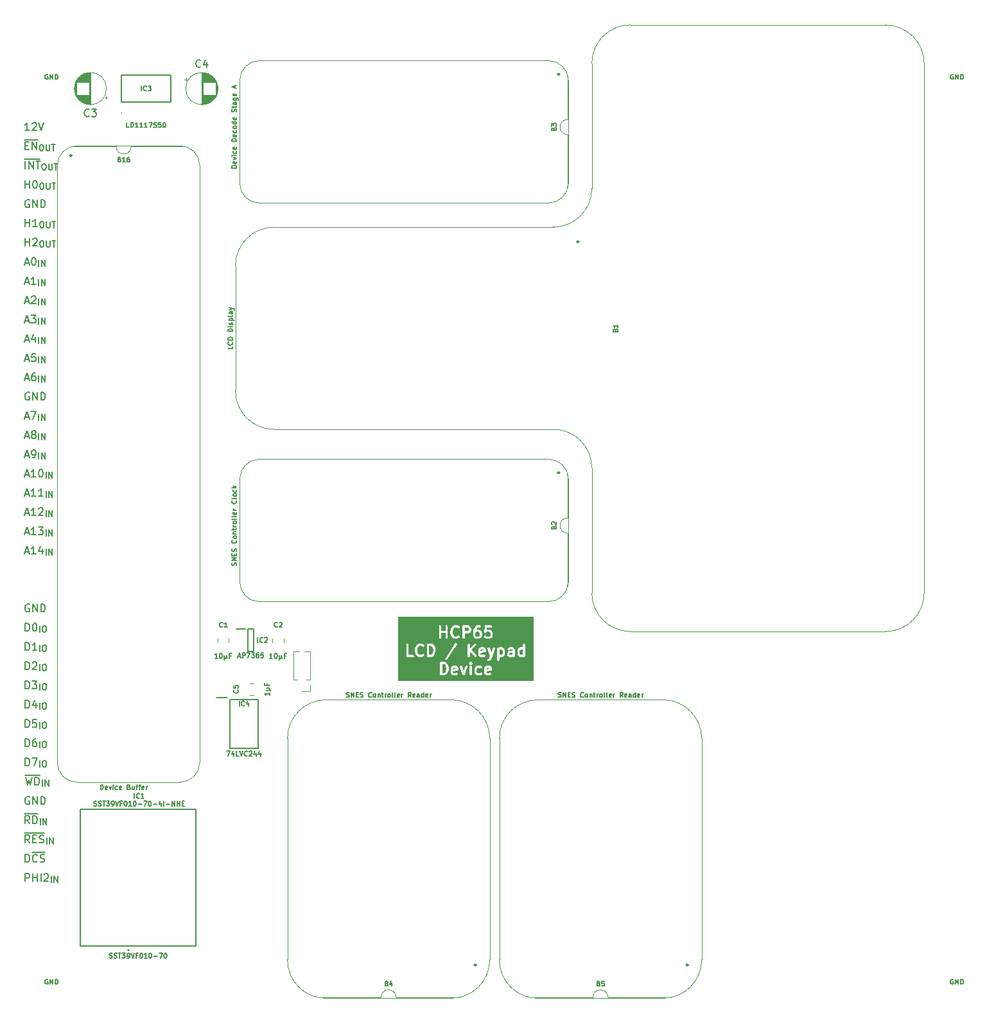
<source format=gbr>
%TF.GenerationSoftware,KiCad,Pcbnew,7.0.5*%
%TF.CreationDate,2024-01-10T19:50:00+02:00*%
%TF.ProjectId,LCD Board,4c434420-426f-4617-9264-2e6b69636164,rev?*%
%TF.SameCoordinates,Original*%
%TF.FileFunction,Legend,Top*%
%TF.FilePolarity,Positive*%
%FSLAX46Y46*%
G04 Gerber Fmt 4.6, Leading zero omitted, Abs format (unit mm)*
G04 Created by KiCad (PCBNEW 7.0.5) date 2024-01-10 19:50:00*
%MOMM*%
%LPD*%
G01*
G04 APERTURE LIST*
%ADD10C,0.200000*%
%ADD11C,0.300000*%
%ADD12C,0.150000*%
%ADD13C,0.100000*%
%ADD14C,0.120000*%
%ADD15C,0.239605*%
%ADD16C,0.187000*%
G04 APERTURE END LIST*
D10*
X52439673Y-147772219D02*
X52439673Y-146772219D01*
X52439673Y-146772219D02*
X52820625Y-146772219D01*
X52820625Y-146772219D02*
X52915863Y-146819838D01*
X52915863Y-146819838D02*
X52963482Y-146867457D01*
X52963482Y-146867457D02*
X53011101Y-146962695D01*
X53011101Y-146962695D02*
X53011101Y-147105552D01*
X53011101Y-147105552D02*
X52963482Y-147200790D01*
X52963482Y-147200790D02*
X52915863Y-147248409D01*
X52915863Y-147248409D02*
X52820625Y-147296028D01*
X52820625Y-147296028D02*
X52439673Y-147296028D01*
X53439673Y-147772219D02*
X53439673Y-146772219D01*
X53439673Y-147248409D02*
X54011101Y-147248409D01*
X54011101Y-147772219D02*
X54011101Y-146772219D01*
X54487292Y-147772219D02*
X54487292Y-146772219D01*
X54915863Y-146867457D02*
X54963482Y-146819838D01*
X54963482Y-146819838D02*
X55058720Y-146772219D01*
X55058720Y-146772219D02*
X55296815Y-146772219D01*
X55296815Y-146772219D02*
X55392053Y-146819838D01*
X55392053Y-146819838D02*
X55439672Y-146867457D01*
X55439672Y-146867457D02*
X55487291Y-146962695D01*
X55487291Y-146962695D02*
X55487291Y-147057933D01*
X55487291Y-147057933D02*
X55439672Y-147200790D01*
X55439672Y-147200790D02*
X54868244Y-147772219D01*
X54868244Y-147772219D02*
X55487291Y-147772219D01*
X55868244Y-147882695D02*
X55868244Y-147082695D01*
X56249196Y-147882695D02*
X56249196Y-147082695D01*
X56249196Y-147082695D02*
X56706339Y-147882695D01*
X56706339Y-147882695D02*
X56706339Y-147082695D01*
X52392054Y-76366504D02*
X52868244Y-76366504D01*
X52296816Y-76652219D02*
X52630149Y-75652219D01*
X52630149Y-75652219D02*
X52963482Y-76652219D01*
X53725387Y-75985552D02*
X53725387Y-76652219D01*
X53487292Y-75604600D02*
X53249197Y-76318885D01*
X53249197Y-76318885D02*
X53868244Y-76318885D01*
X54201578Y-76762695D02*
X54201578Y-75962695D01*
X54582530Y-76762695D02*
X54582530Y-75962695D01*
X54582530Y-75962695D02*
X55039673Y-76762695D01*
X55039673Y-76762695D02*
X55039673Y-75962695D01*
X52963482Y-111259838D02*
X52868244Y-111212219D01*
X52868244Y-111212219D02*
X52725387Y-111212219D01*
X52725387Y-111212219D02*
X52582530Y-111259838D01*
X52582530Y-111259838D02*
X52487292Y-111355076D01*
X52487292Y-111355076D02*
X52439673Y-111450314D01*
X52439673Y-111450314D02*
X52392054Y-111640790D01*
X52392054Y-111640790D02*
X52392054Y-111783647D01*
X52392054Y-111783647D02*
X52439673Y-111974123D01*
X52439673Y-111974123D02*
X52487292Y-112069361D01*
X52487292Y-112069361D02*
X52582530Y-112164600D01*
X52582530Y-112164600D02*
X52725387Y-112212219D01*
X52725387Y-112212219D02*
X52820625Y-112212219D01*
X52820625Y-112212219D02*
X52963482Y-112164600D01*
X52963482Y-112164600D02*
X53011101Y-112116980D01*
X53011101Y-112116980D02*
X53011101Y-111783647D01*
X53011101Y-111783647D02*
X52820625Y-111783647D01*
X53439673Y-112212219D02*
X53439673Y-111212219D01*
X53439673Y-111212219D02*
X54011101Y-112212219D01*
X54011101Y-112212219D02*
X54011101Y-111212219D01*
X54487292Y-112212219D02*
X54487292Y-111212219D01*
X54487292Y-111212219D02*
X54725387Y-111212219D01*
X54725387Y-111212219D02*
X54868244Y-111259838D01*
X54868244Y-111259838D02*
X54963482Y-111355076D01*
X54963482Y-111355076D02*
X55011101Y-111450314D01*
X55011101Y-111450314D02*
X55058720Y-111640790D01*
X55058720Y-111640790D02*
X55058720Y-111783647D01*
X55058720Y-111783647D02*
X55011101Y-111974123D01*
X55011101Y-111974123D02*
X54963482Y-112069361D01*
X54963482Y-112069361D02*
X54868244Y-112164600D01*
X54868244Y-112164600D02*
X54725387Y-112212219D01*
X54725387Y-112212219D02*
X54487292Y-112212219D01*
X52392054Y-89066504D02*
X52868244Y-89066504D01*
X52296816Y-89352219D02*
X52630149Y-88352219D01*
X52630149Y-88352219D02*
X52963482Y-89352219D01*
X53439673Y-88780790D02*
X53344435Y-88733171D01*
X53344435Y-88733171D02*
X53296816Y-88685552D01*
X53296816Y-88685552D02*
X53249197Y-88590314D01*
X53249197Y-88590314D02*
X53249197Y-88542695D01*
X53249197Y-88542695D02*
X53296816Y-88447457D01*
X53296816Y-88447457D02*
X53344435Y-88399838D01*
X53344435Y-88399838D02*
X53439673Y-88352219D01*
X53439673Y-88352219D02*
X53630149Y-88352219D01*
X53630149Y-88352219D02*
X53725387Y-88399838D01*
X53725387Y-88399838D02*
X53773006Y-88447457D01*
X53773006Y-88447457D02*
X53820625Y-88542695D01*
X53820625Y-88542695D02*
X53820625Y-88590314D01*
X53820625Y-88590314D02*
X53773006Y-88685552D01*
X53773006Y-88685552D02*
X53725387Y-88733171D01*
X53725387Y-88733171D02*
X53630149Y-88780790D01*
X53630149Y-88780790D02*
X53439673Y-88780790D01*
X53439673Y-88780790D02*
X53344435Y-88828409D01*
X53344435Y-88828409D02*
X53296816Y-88876028D01*
X53296816Y-88876028D02*
X53249197Y-88971266D01*
X53249197Y-88971266D02*
X53249197Y-89161742D01*
X53249197Y-89161742D02*
X53296816Y-89256980D01*
X53296816Y-89256980D02*
X53344435Y-89304600D01*
X53344435Y-89304600D02*
X53439673Y-89352219D01*
X53439673Y-89352219D02*
X53630149Y-89352219D01*
X53630149Y-89352219D02*
X53725387Y-89304600D01*
X53725387Y-89304600D02*
X53773006Y-89256980D01*
X53773006Y-89256980D02*
X53820625Y-89161742D01*
X53820625Y-89161742D02*
X53820625Y-88971266D01*
X53820625Y-88971266D02*
X53773006Y-88876028D01*
X53773006Y-88876028D02*
X53725387Y-88828409D01*
X53725387Y-88828409D02*
X53630149Y-88780790D01*
X54201578Y-89462695D02*
X54201578Y-88662695D01*
X54582530Y-89462695D02*
X54582530Y-88662695D01*
X54582530Y-88662695D02*
X55039673Y-89462695D01*
X55039673Y-89462695D02*
X55039673Y-88662695D01*
X52439673Y-56332219D02*
X52439673Y-55332219D01*
X52439673Y-55808409D02*
X53011101Y-55808409D01*
X53011101Y-56332219D02*
X53011101Y-55332219D01*
X53677768Y-55332219D02*
X53773006Y-55332219D01*
X53773006Y-55332219D02*
X53868244Y-55379838D01*
X53868244Y-55379838D02*
X53915863Y-55427457D01*
X53915863Y-55427457D02*
X53963482Y-55522695D01*
X53963482Y-55522695D02*
X54011101Y-55713171D01*
X54011101Y-55713171D02*
X54011101Y-55951266D01*
X54011101Y-55951266D02*
X53963482Y-56141742D01*
X53963482Y-56141742D02*
X53915863Y-56236980D01*
X53915863Y-56236980D02*
X53868244Y-56284600D01*
X53868244Y-56284600D02*
X53773006Y-56332219D01*
X53773006Y-56332219D02*
X53677768Y-56332219D01*
X53677768Y-56332219D02*
X53582530Y-56284600D01*
X53582530Y-56284600D02*
X53534911Y-56236980D01*
X53534911Y-56236980D02*
X53487292Y-56141742D01*
X53487292Y-56141742D02*
X53439673Y-55951266D01*
X53439673Y-55951266D02*
X53439673Y-55713171D01*
X53439673Y-55713171D02*
X53487292Y-55522695D01*
X53487292Y-55522695D02*
X53534911Y-55427457D01*
X53534911Y-55427457D02*
X53582530Y-55379838D01*
X53582530Y-55379838D02*
X53677768Y-55332219D01*
X54544435Y-55642695D02*
X54696816Y-55642695D01*
X54696816Y-55642695D02*
X54773006Y-55680790D01*
X54773006Y-55680790D02*
X54849197Y-55756980D01*
X54849197Y-55756980D02*
X54887292Y-55909361D01*
X54887292Y-55909361D02*
X54887292Y-56176028D01*
X54887292Y-56176028D02*
X54849197Y-56328409D01*
X54849197Y-56328409D02*
X54773006Y-56404600D01*
X54773006Y-56404600D02*
X54696816Y-56442695D01*
X54696816Y-56442695D02*
X54544435Y-56442695D01*
X54544435Y-56442695D02*
X54468244Y-56404600D01*
X54468244Y-56404600D02*
X54392054Y-56328409D01*
X54392054Y-56328409D02*
X54353958Y-56176028D01*
X54353958Y-56176028D02*
X54353958Y-55909361D01*
X54353958Y-55909361D02*
X54392054Y-55756980D01*
X54392054Y-55756980D02*
X54468244Y-55680790D01*
X54468244Y-55680790D02*
X54544435Y-55642695D01*
X55230149Y-55642695D02*
X55230149Y-56290314D01*
X55230149Y-56290314D02*
X55268244Y-56366504D01*
X55268244Y-56366504D02*
X55306339Y-56404600D01*
X55306339Y-56404600D02*
X55382530Y-56442695D01*
X55382530Y-56442695D02*
X55534911Y-56442695D01*
X55534911Y-56442695D02*
X55611101Y-56404600D01*
X55611101Y-56404600D02*
X55649196Y-56366504D01*
X55649196Y-56366504D02*
X55687292Y-56290314D01*
X55687292Y-56290314D02*
X55687292Y-55642695D01*
X55953958Y-55642695D02*
X56411101Y-55642695D01*
X56182529Y-56442695D02*
X56182529Y-55642695D01*
X52392054Y-104306504D02*
X52868244Y-104306504D01*
X52296816Y-104592219D02*
X52630149Y-103592219D01*
X52630149Y-103592219D02*
X52963482Y-104592219D01*
X53820625Y-104592219D02*
X53249197Y-104592219D01*
X53534911Y-104592219D02*
X53534911Y-103592219D01*
X53534911Y-103592219D02*
X53439673Y-103735076D01*
X53439673Y-103735076D02*
X53344435Y-103830314D01*
X53344435Y-103830314D02*
X53249197Y-103877933D01*
X54677768Y-103925552D02*
X54677768Y-104592219D01*
X54439673Y-103544600D02*
X54201578Y-104258885D01*
X54201578Y-104258885D02*
X54820625Y-104258885D01*
X55153959Y-104702695D02*
X55153959Y-103902695D01*
X55534911Y-104702695D02*
X55534911Y-103902695D01*
X55534911Y-103902695D02*
X55992054Y-104702695D01*
X55992054Y-104702695D02*
X55992054Y-103902695D01*
X52392054Y-66206504D02*
X52868244Y-66206504D01*
X52296816Y-66492219D02*
X52630149Y-65492219D01*
X52630149Y-65492219D02*
X52963482Y-66492219D01*
X53487292Y-65492219D02*
X53582530Y-65492219D01*
X53582530Y-65492219D02*
X53677768Y-65539838D01*
X53677768Y-65539838D02*
X53725387Y-65587457D01*
X53725387Y-65587457D02*
X53773006Y-65682695D01*
X53773006Y-65682695D02*
X53820625Y-65873171D01*
X53820625Y-65873171D02*
X53820625Y-66111266D01*
X53820625Y-66111266D02*
X53773006Y-66301742D01*
X53773006Y-66301742D02*
X53725387Y-66396980D01*
X53725387Y-66396980D02*
X53677768Y-66444600D01*
X53677768Y-66444600D02*
X53582530Y-66492219D01*
X53582530Y-66492219D02*
X53487292Y-66492219D01*
X53487292Y-66492219D02*
X53392054Y-66444600D01*
X53392054Y-66444600D02*
X53344435Y-66396980D01*
X53344435Y-66396980D02*
X53296816Y-66301742D01*
X53296816Y-66301742D02*
X53249197Y-66111266D01*
X53249197Y-66111266D02*
X53249197Y-65873171D01*
X53249197Y-65873171D02*
X53296816Y-65682695D01*
X53296816Y-65682695D02*
X53344435Y-65587457D01*
X53344435Y-65587457D02*
X53392054Y-65539838D01*
X53392054Y-65539838D02*
X53487292Y-65492219D01*
X54201578Y-66602695D02*
X54201578Y-65802695D01*
X54582530Y-66602695D02*
X54582530Y-65802695D01*
X54582530Y-65802695D02*
X55039673Y-66602695D01*
X55039673Y-66602695D02*
X55039673Y-65802695D01*
X52392054Y-94146504D02*
X52868244Y-94146504D01*
X52296816Y-94432219D02*
X52630149Y-93432219D01*
X52630149Y-93432219D02*
X52963482Y-94432219D01*
X53820625Y-94432219D02*
X53249197Y-94432219D01*
X53534911Y-94432219D02*
X53534911Y-93432219D01*
X53534911Y-93432219D02*
X53439673Y-93575076D01*
X53439673Y-93575076D02*
X53344435Y-93670314D01*
X53344435Y-93670314D02*
X53249197Y-93717933D01*
X54439673Y-93432219D02*
X54534911Y-93432219D01*
X54534911Y-93432219D02*
X54630149Y-93479838D01*
X54630149Y-93479838D02*
X54677768Y-93527457D01*
X54677768Y-93527457D02*
X54725387Y-93622695D01*
X54725387Y-93622695D02*
X54773006Y-93813171D01*
X54773006Y-93813171D02*
X54773006Y-94051266D01*
X54773006Y-94051266D02*
X54725387Y-94241742D01*
X54725387Y-94241742D02*
X54677768Y-94336980D01*
X54677768Y-94336980D02*
X54630149Y-94384600D01*
X54630149Y-94384600D02*
X54534911Y-94432219D01*
X54534911Y-94432219D02*
X54439673Y-94432219D01*
X54439673Y-94432219D02*
X54344435Y-94384600D01*
X54344435Y-94384600D02*
X54296816Y-94336980D01*
X54296816Y-94336980D02*
X54249197Y-94241742D01*
X54249197Y-94241742D02*
X54201578Y-94051266D01*
X54201578Y-94051266D02*
X54201578Y-93813171D01*
X54201578Y-93813171D02*
X54249197Y-93622695D01*
X54249197Y-93622695D02*
X54296816Y-93527457D01*
X54296816Y-93527457D02*
X54344435Y-93479838D01*
X54344435Y-93479838D02*
X54439673Y-93432219D01*
X55153959Y-94542695D02*
X55153959Y-93742695D01*
X55534911Y-94542695D02*
X55534911Y-93742695D01*
X55534911Y-93742695D02*
X55992054Y-94542695D01*
X55992054Y-94542695D02*
X55992054Y-93742695D01*
X52439673Y-53792219D02*
X52439673Y-52792219D01*
X52915863Y-53792219D02*
X52915863Y-52792219D01*
X52915863Y-52792219D02*
X53487291Y-53792219D01*
X53487291Y-53792219D02*
X53487291Y-52792219D01*
X53820625Y-52792219D02*
X54392053Y-52792219D01*
X54106339Y-53792219D02*
X54106339Y-52792219D01*
X52301578Y-52514600D02*
X54387292Y-52514600D01*
X54830149Y-53102695D02*
X54982530Y-53102695D01*
X54982530Y-53102695D02*
X55058720Y-53140790D01*
X55058720Y-53140790D02*
X55134911Y-53216980D01*
X55134911Y-53216980D02*
X55173006Y-53369361D01*
X55173006Y-53369361D02*
X55173006Y-53636028D01*
X55173006Y-53636028D02*
X55134911Y-53788409D01*
X55134911Y-53788409D02*
X55058720Y-53864600D01*
X55058720Y-53864600D02*
X54982530Y-53902695D01*
X54982530Y-53902695D02*
X54830149Y-53902695D01*
X54830149Y-53902695D02*
X54753958Y-53864600D01*
X54753958Y-53864600D02*
X54677768Y-53788409D01*
X54677768Y-53788409D02*
X54639672Y-53636028D01*
X54639672Y-53636028D02*
X54639672Y-53369361D01*
X54639672Y-53369361D02*
X54677768Y-53216980D01*
X54677768Y-53216980D02*
X54753958Y-53140790D01*
X54753958Y-53140790D02*
X54830149Y-53102695D01*
X55515863Y-53102695D02*
X55515863Y-53750314D01*
X55515863Y-53750314D02*
X55553958Y-53826504D01*
X55553958Y-53826504D02*
X55592053Y-53864600D01*
X55592053Y-53864600D02*
X55668244Y-53902695D01*
X55668244Y-53902695D02*
X55820625Y-53902695D01*
X55820625Y-53902695D02*
X55896815Y-53864600D01*
X55896815Y-53864600D02*
X55934910Y-53826504D01*
X55934910Y-53826504D02*
X55973006Y-53750314D01*
X55973006Y-53750314D02*
X55973006Y-53102695D01*
X56239672Y-53102695D02*
X56696815Y-53102695D01*
X56468243Y-53902695D02*
X56468243Y-53102695D01*
X52439673Y-61412219D02*
X52439673Y-60412219D01*
X52439673Y-60888409D02*
X53011101Y-60888409D01*
X53011101Y-61412219D02*
X53011101Y-60412219D01*
X54011101Y-61412219D02*
X53439673Y-61412219D01*
X53725387Y-61412219D02*
X53725387Y-60412219D01*
X53725387Y-60412219D02*
X53630149Y-60555076D01*
X53630149Y-60555076D02*
X53534911Y-60650314D01*
X53534911Y-60650314D02*
X53439673Y-60697933D01*
X54544435Y-60722695D02*
X54696816Y-60722695D01*
X54696816Y-60722695D02*
X54773006Y-60760790D01*
X54773006Y-60760790D02*
X54849197Y-60836980D01*
X54849197Y-60836980D02*
X54887292Y-60989361D01*
X54887292Y-60989361D02*
X54887292Y-61256028D01*
X54887292Y-61256028D02*
X54849197Y-61408409D01*
X54849197Y-61408409D02*
X54773006Y-61484600D01*
X54773006Y-61484600D02*
X54696816Y-61522695D01*
X54696816Y-61522695D02*
X54544435Y-61522695D01*
X54544435Y-61522695D02*
X54468244Y-61484600D01*
X54468244Y-61484600D02*
X54392054Y-61408409D01*
X54392054Y-61408409D02*
X54353958Y-61256028D01*
X54353958Y-61256028D02*
X54353958Y-60989361D01*
X54353958Y-60989361D02*
X54392054Y-60836980D01*
X54392054Y-60836980D02*
X54468244Y-60760790D01*
X54468244Y-60760790D02*
X54544435Y-60722695D01*
X55230149Y-60722695D02*
X55230149Y-61370314D01*
X55230149Y-61370314D02*
X55268244Y-61446504D01*
X55268244Y-61446504D02*
X55306339Y-61484600D01*
X55306339Y-61484600D02*
X55382530Y-61522695D01*
X55382530Y-61522695D02*
X55534911Y-61522695D01*
X55534911Y-61522695D02*
X55611101Y-61484600D01*
X55611101Y-61484600D02*
X55649196Y-61446504D01*
X55649196Y-61446504D02*
X55687292Y-61370314D01*
X55687292Y-61370314D02*
X55687292Y-60722695D01*
X55953958Y-60722695D02*
X56411101Y-60722695D01*
X56182529Y-61522695D02*
X56182529Y-60722695D01*
X52439673Y-145232219D02*
X52439673Y-144232219D01*
X52439673Y-144232219D02*
X52677768Y-144232219D01*
X52677768Y-144232219D02*
X52820625Y-144279838D01*
X52820625Y-144279838D02*
X52915863Y-144375076D01*
X52915863Y-144375076D02*
X52963482Y-144470314D01*
X52963482Y-144470314D02*
X53011101Y-144660790D01*
X53011101Y-144660790D02*
X53011101Y-144803647D01*
X53011101Y-144803647D02*
X52963482Y-144994123D01*
X52963482Y-144994123D02*
X52915863Y-145089361D01*
X52915863Y-145089361D02*
X52820625Y-145184600D01*
X52820625Y-145184600D02*
X52677768Y-145232219D01*
X52677768Y-145232219D02*
X52439673Y-145232219D01*
X54011101Y-145136980D02*
X53963482Y-145184600D01*
X53963482Y-145184600D02*
X53820625Y-145232219D01*
X53820625Y-145232219D02*
X53725387Y-145232219D01*
X53725387Y-145232219D02*
X53582530Y-145184600D01*
X53582530Y-145184600D02*
X53487292Y-145089361D01*
X53487292Y-145089361D02*
X53439673Y-144994123D01*
X53439673Y-144994123D02*
X53392054Y-144803647D01*
X53392054Y-144803647D02*
X53392054Y-144660790D01*
X53392054Y-144660790D02*
X53439673Y-144470314D01*
X53439673Y-144470314D02*
X53487292Y-144375076D01*
X53487292Y-144375076D02*
X53582530Y-144279838D01*
X53582530Y-144279838D02*
X53725387Y-144232219D01*
X53725387Y-144232219D02*
X53820625Y-144232219D01*
X53820625Y-144232219D02*
X53963482Y-144279838D01*
X53963482Y-144279838D02*
X54011101Y-144327457D01*
X54392054Y-145184600D02*
X54534911Y-145232219D01*
X54534911Y-145232219D02*
X54773006Y-145232219D01*
X54773006Y-145232219D02*
X54868244Y-145184600D01*
X54868244Y-145184600D02*
X54915863Y-145136980D01*
X54915863Y-145136980D02*
X54963482Y-145041742D01*
X54963482Y-145041742D02*
X54963482Y-144946504D01*
X54963482Y-144946504D02*
X54915863Y-144851266D01*
X54915863Y-144851266D02*
X54868244Y-144803647D01*
X54868244Y-144803647D02*
X54773006Y-144756028D01*
X54773006Y-144756028D02*
X54582530Y-144708409D01*
X54582530Y-144708409D02*
X54487292Y-144660790D01*
X54487292Y-144660790D02*
X54439673Y-144613171D01*
X54439673Y-144613171D02*
X54392054Y-144517933D01*
X54392054Y-144517933D02*
X54392054Y-144422695D01*
X54392054Y-144422695D02*
X54439673Y-144327457D01*
X54439673Y-144327457D02*
X54487292Y-144279838D01*
X54487292Y-144279838D02*
X54582530Y-144232219D01*
X54582530Y-144232219D02*
X54820625Y-144232219D01*
X54820625Y-144232219D02*
X54963482Y-144279838D01*
X53301578Y-143954600D02*
X55053959Y-143954600D01*
X52392054Y-99226504D02*
X52868244Y-99226504D01*
X52296816Y-99512219D02*
X52630149Y-98512219D01*
X52630149Y-98512219D02*
X52963482Y-99512219D01*
X53820625Y-99512219D02*
X53249197Y-99512219D01*
X53534911Y-99512219D02*
X53534911Y-98512219D01*
X53534911Y-98512219D02*
X53439673Y-98655076D01*
X53439673Y-98655076D02*
X53344435Y-98750314D01*
X53344435Y-98750314D02*
X53249197Y-98797933D01*
X54201578Y-98607457D02*
X54249197Y-98559838D01*
X54249197Y-98559838D02*
X54344435Y-98512219D01*
X54344435Y-98512219D02*
X54582530Y-98512219D01*
X54582530Y-98512219D02*
X54677768Y-98559838D01*
X54677768Y-98559838D02*
X54725387Y-98607457D01*
X54725387Y-98607457D02*
X54773006Y-98702695D01*
X54773006Y-98702695D02*
X54773006Y-98797933D01*
X54773006Y-98797933D02*
X54725387Y-98940790D01*
X54725387Y-98940790D02*
X54153959Y-99512219D01*
X54153959Y-99512219D02*
X54773006Y-99512219D01*
X55153959Y-99622695D02*
X55153959Y-98822695D01*
X55534911Y-99622695D02*
X55534911Y-98822695D01*
X55534911Y-98822695D02*
X55992054Y-99622695D01*
X55992054Y-99622695D02*
X55992054Y-98822695D01*
X52392054Y-81446504D02*
X52868244Y-81446504D01*
X52296816Y-81732219D02*
X52630149Y-80732219D01*
X52630149Y-80732219D02*
X52963482Y-81732219D01*
X53725387Y-80732219D02*
X53534911Y-80732219D01*
X53534911Y-80732219D02*
X53439673Y-80779838D01*
X53439673Y-80779838D02*
X53392054Y-80827457D01*
X53392054Y-80827457D02*
X53296816Y-80970314D01*
X53296816Y-80970314D02*
X53249197Y-81160790D01*
X53249197Y-81160790D02*
X53249197Y-81541742D01*
X53249197Y-81541742D02*
X53296816Y-81636980D01*
X53296816Y-81636980D02*
X53344435Y-81684600D01*
X53344435Y-81684600D02*
X53439673Y-81732219D01*
X53439673Y-81732219D02*
X53630149Y-81732219D01*
X53630149Y-81732219D02*
X53725387Y-81684600D01*
X53725387Y-81684600D02*
X53773006Y-81636980D01*
X53773006Y-81636980D02*
X53820625Y-81541742D01*
X53820625Y-81541742D02*
X53820625Y-81303647D01*
X53820625Y-81303647D02*
X53773006Y-81208409D01*
X53773006Y-81208409D02*
X53725387Y-81160790D01*
X53725387Y-81160790D02*
X53630149Y-81113171D01*
X53630149Y-81113171D02*
X53439673Y-81113171D01*
X53439673Y-81113171D02*
X53344435Y-81160790D01*
X53344435Y-81160790D02*
X53296816Y-81208409D01*
X53296816Y-81208409D02*
X53249197Y-81303647D01*
X54201578Y-81842695D02*
X54201578Y-81042695D01*
X54582530Y-81842695D02*
X54582530Y-81042695D01*
X54582530Y-81042695D02*
X55039673Y-81842695D01*
X55039673Y-81842695D02*
X55039673Y-81042695D01*
X52963482Y-48712219D02*
X52392054Y-48712219D01*
X52677768Y-48712219D02*
X52677768Y-47712219D01*
X52677768Y-47712219D02*
X52582530Y-47855076D01*
X52582530Y-47855076D02*
X52487292Y-47950314D01*
X52487292Y-47950314D02*
X52392054Y-47997933D01*
X53344435Y-47807457D02*
X53392054Y-47759838D01*
X53392054Y-47759838D02*
X53487292Y-47712219D01*
X53487292Y-47712219D02*
X53725387Y-47712219D01*
X53725387Y-47712219D02*
X53820625Y-47759838D01*
X53820625Y-47759838D02*
X53868244Y-47807457D01*
X53868244Y-47807457D02*
X53915863Y-47902695D01*
X53915863Y-47902695D02*
X53915863Y-47997933D01*
X53915863Y-47997933D02*
X53868244Y-48140790D01*
X53868244Y-48140790D02*
X53296816Y-48712219D01*
X53296816Y-48712219D02*
X53915863Y-48712219D01*
X54201578Y-47712219D02*
X54534911Y-48712219D01*
X54534911Y-48712219D02*
X54868244Y-47712219D01*
X52439673Y-122372219D02*
X52439673Y-121372219D01*
X52439673Y-121372219D02*
X52677768Y-121372219D01*
X52677768Y-121372219D02*
X52820625Y-121419838D01*
X52820625Y-121419838D02*
X52915863Y-121515076D01*
X52915863Y-121515076D02*
X52963482Y-121610314D01*
X52963482Y-121610314D02*
X53011101Y-121800790D01*
X53011101Y-121800790D02*
X53011101Y-121943647D01*
X53011101Y-121943647D02*
X52963482Y-122134123D01*
X52963482Y-122134123D02*
X52915863Y-122229361D01*
X52915863Y-122229361D02*
X52820625Y-122324600D01*
X52820625Y-122324600D02*
X52677768Y-122372219D01*
X52677768Y-122372219D02*
X52439673Y-122372219D01*
X53344435Y-121372219D02*
X53963482Y-121372219D01*
X53963482Y-121372219D02*
X53630149Y-121753171D01*
X53630149Y-121753171D02*
X53773006Y-121753171D01*
X53773006Y-121753171D02*
X53868244Y-121800790D01*
X53868244Y-121800790D02*
X53915863Y-121848409D01*
X53915863Y-121848409D02*
X53963482Y-121943647D01*
X53963482Y-121943647D02*
X53963482Y-122181742D01*
X53963482Y-122181742D02*
X53915863Y-122276980D01*
X53915863Y-122276980D02*
X53868244Y-122324600D01*
X53868244Y-122324600D02*
X53773006Y-122372219D01*
X53773006Y-122372219D02*
X53487292Y-122372219D01*
X53487292Y-122372219D02*
X53392054Y-122324600D01*
X53392054Y-122324600D02*
X53344435Y-122276980D01*
X54344435Y-122482695D02*
X54344435Y-121682695D01*
X54877768Y-121682695D02*
X55030149Y-121682695D01*
X55030149Y-121682695D02*
X55106339Y-121720790D01*
X55106339Y-121720790D02*
X55182530Y-121796980D01*
X55182530Y-121796980D02*
X55220625Y-121949361D01*
X55220625Y-121949361D02*
X55220625Y-122216028D01*
X55220625Y-122216028D02*
X55182530Y-122368409D01*
X55182530Y-122368409D02*
X55106339Y-122444600D01*
X55106339Y-122444600D02*
X55030149Y-122482695D01*
X55030149Y-122482695D02*
X54877768Y-122482695D01*
X54877768Y-122482695D02*
X54801577Y-122444600D01*
X54801577Y-122444600D02*
X54725387Y-122368409D01*
X54725387Y-122368409D02*
X54687291Y-122216028D01*
X54687291Y-122216028D02*
X54687291Y-121949361D01*
X54687291Y-121949361D02*
X54725387Y-121796980D01*
X54725387Y-121796980D02*
X54801577Y-121720790D01*
X54801577Y-121720790D02*
X54877768Y-121682695D01*
X52439673Y-63952219D02*
X52439673Y-62952219D01*
X52439673Y-63428409D02*
X53011101Y-63428409D01*
X53011101Y-63952219D02*
X53011101Y-62952219D01*
X53439673Y-63047457D02*
X53487292Y-62999838D01*
X53487292Y-62999838D02*
X53582530Y-62952219D01*
X53582530Y-62952219D02*
X53820625Y-62952219D01*
X53820625Y-62952219D02*
X53915863Y-62999838D01*
X53915863Y-62999838D02*
X53963482Y-63047457D01*
X53963482Y-63047457D02*
X54011101Y-63142695D01*
X54011101Y-63142695D02*
X54011101Y-63237933D01*
X54011101Y-63237933D02*
X53963482Y-63380790D01*
X53963482Y-63380790D02*
X53392054Y-63952219D01*
X53392054Y-63952219D02*
X54011101Y-63952219D01*
X54544435Y-63262695D02*
X54696816Y-63262695D01*
X54696816Y-63262695D02*
X54773006Y-63300790D01*
X54773006Y-63300790D02*
X54849197Y-63376980D01*
X54849197Y-63376980D02*
X54887292Y-63529361D01*
X54887292Y-63529361D02*
X54887292Y-63796028D01*
X54887292Y-63796028D02*
X54849197Y-63948409D01*
X54849197Y-63948409D02*
X54773006Y-64024600D01*
X54773006Y-64024600D02*
X54696816Y-64062695D01*
X54696816Y-64062695D02*
X54544435Y-64062695D01*
X54544435Y-64062695D02*
X54468244Y-64024600D01*
X54468244Y-64024600D02*
X54392054Y-63948409D01*
X54392054Y-63948409D02*
X54353958Y-63796028D01*
X54353958Y-63796028D02*
X54353958Y-63529361D01*
X54353958Y-63529361D02*
X54392054Y-63376980D01*
X54392054Y-63376980D02*
X54468244Y-63300790D01*
X54468244Y-63300790D02*
X54544435Y-63262695D01*
X55230149Y-63262695D02*
X55230149Y-63910314D01*
X55230149Y-63910314D02*
X55268244Y-63986504D01*
X55268244Y-63986504D02*
X55306339Y-64024600D01*
X55306339Y-64024600D02*
X55382530Y-64062695D01*
X55382530Y-64062695D02*
X55534911Y-64062695D01*
X55534911Y-64062695D02*
X55611101Y-64024600D01*
X55611101Y-64024600D02*
X55649196Y-63986504D01*
X55649196Y-63986504D02*
X55687292Y-63910314D01*
X55687292Y-63910314D02*
X55687292Y-63262695D01*
X55953958Y-63262695D02*
X56411101Y-63262695D01*
X56182529Y-64062695D02*
X56182529Y-63262695D01*
X53011101Y-142692219D02*
X52677768Y-142216028D01*
X52439673Y-142692219D02*
X52439673Y-141692219D01*
X52439673Y-141692219D02*
X52820625Y-141692219D01*
X52820625Y-141692219D02*
X52915863Y-141739838D01*
X52915863Y-141739838D02*
X52963482Y-141787457D01*
X52963482Y-141787457D02*
X53011101Y-141882695D01*
X53011101Y-141882695D02*
X53011101Y-142025552D01*
X53011101Y-142025552D02*
X52963482Y-142120790D01*
X52963482Y-142120790D02*
X52915863Y-142168409D01*
X52915863Y-142168409D02*
X52820625Y-142216028D01*
X52820625Y-142216028D02*
X52439673Y-142216028D01*
X53439673Y-142168409D02*
X53773006Y-142168409D01*
X53915863Y-142692219D02*
X53439673Y-142692219D01*
X53439673Y-142692219D02*
X53439673Y-141692219D01*
X53439673Y-141692219D02*
X53915863Y-141692219D01*
X54296816Y-142644600D02*
X54439673Y-142692219D01*
X54439673Y-142692219D02*
X54677768Y-142692219D01*
X54677768Y-142692219D02*
X54773006Y-142644600D01*
X54773006Y-142644600D02*
X54820625Y-142596980D01*
X54820625Y-142596980D02*
X54868244Y-142501742D01*
X54868244Y-142501742D02*
X54868244Y-142406504D01*
X54868244Y-142406504D02*
X54820625Y-142311266D01*
X54820625Y-142311266D02*
X54773006Y-142263647D01*
X54773006Y-142263647D02*
X54677768Y-142216028D01*
X54677768Y-142216028D02*
X54487292Y-142168409D01*
X54487292Y-142168409D02*
X54392054Y-142120790D01*
X54392054Y-142120790D02*
X54344435Y-142073171D01*
X54344435Y-142073171D02*
X54296816Y-141977933D01*
X54296816Y-141977933D02*
X54296816Y-141882695D01*
X54296816Y-141882695D02*
X54344435Y-141787457D01*
X54344435Y-141787457D02*
X54392054Y-141739838D01*
X54392054Y-141739838D02*
X54487292Y-141692219D01*
X54487292Y-141692219D02*
X54725387Y-141692219D01*
X54725387Y-141692219D02*
X54868244Y-141739838D01*
X52301578Y-141414600D02*
X54958721Y-141414600D01*
X55249197Y-142802695D02*
X55249197Y-142002695D01*
X55630149Y-142802695D02*
X55630149Y-142002695D01*
X55630149Y-142002695D02*
X56087292Y-142802695D01*
X56087292Y-142802695D02*
X56087292Y-142002695D01*
X52439673Y-114752219D02*
X52439673Y-113752219D01*
X52439673Y-113752219D02*
X52677768Y-113752219D01*
X52677768Y-113752219D02*
X52820625Y-113799838D01*
X52820625Y-113799838D02*
X52915863Y-113895076D01*
X52915863Y-113895076D02*
X52963482Y-113990314D01*
X52963482Y-113990314D02*
X53011101Y-114180790D01*
X53011101Y-114180790D02*
X53011101Y-114323647D01*
X53011101Y-114323647D02*
X52963482Y-114514123D01*
X52963482Y-114514123D02*
X52915863Y-114609361D01*
X52915863Y-114609361D02*
X52820625Y-114704600D01*
X52820625Y-114704600D02*
X52677768Y-114752219D01*
X52677768Y-114752219D02*
X52439673Y-114752219D01*
X53630149Y-113752219D02*
X53725387Y-113752219D01*
X53725387Y-113752219D02*
X53820625Y-113799838D01*
X53820625Y-113799838D02*
X53868244Y-113847457D01*
X53868244Y-113847457D02*
X53915863Y-113942695D01*
X53915863Y-113942695D02*
X53963482Y-114133171D01*
X53963482Y-114133171D02*
X53963482Y-114371266D01*
X53963482Y-114371266D02*
X53915863Y-114561742D01*
X53915863Y-114561742D02*
X53868244Y-114656980D01*
X53868244Y-114656980D02*
X53820625Y-114704600D01*
X53820625Y-114704600D02*
X53725387Y-114752219D01*
X53725387Y-114752219D02*
X53630149Y-114752219D01*
X53630149Y-114752219D02*
X53534911Y-114704600D01*
X53534911Y-114704600D02*
X53487292Y-114656980D01*
X53487292Y-114656980D02*
X53439673Y-114561742D01*
X53439673Y-114561742D02*
X53392054Y-114371266D01*
X53392054Y-114371266D02*
X53392054Y-114133171D01*
X53392054Y-114133171D02*
X53439673Y-113942695D01*
X53439673Y-113942695D02*
X53487292Y-113847457D01*
X53487292Y-113847457D02*
X53534911Y-113799838D01*
X53534911Y-113799838D02*
X53630149Y-113752219D01*
X54344435Y-114862695D02*
X54344435Y-114062695D01*
X54877768Y-114062695D02*
X55030149Y-114062695D01*
X55030149Y-114062695D02*
X55106339Y-114100790D01*
X55106339Y-114100790D02*
X55182530Y-114176980D01*
X55182530Y-114176980D02*
X55220625Y-114329361D01*
X55220625Y-114329361D02*
X55220625Y-114596028D01*
X55220625Y-114596028D02*
X55182530Y-114748409D01*
X55182530Y-114748409D02*
X55106339Y-114824600D01*
X55106339Y-114824600D02*
X55030149Y-114862695D01*
X55030149Y-114862695D02*
X54877768Y-114862695D01*
X54877768Y-114862695D02*
X54801577Y-114824600D01*
X54801577Y-114824600D02*
X54725387Y-114748409D01*
X54725387Y-114748409D02*
X54687291Y-114596028D01*
X54687291Y-114596028D02*
X54687291Y-114329361D01*
X54687291Y-114329361D02*
X54725387Y-114176980D01*
X54725387Y-114176980D02*
X54801577Y-114100790D01*
X54801577Y-114100790D02*
X54877768Y-114062695D01*
X52439673Y-117292219D02*
X52439673Y-116292219D01*
X52439673Y-116292219D02*
X52677768Y-116292219D01*
X52677768Y-116292219D02*
X52820625Y-116339838D01*
X52820625Y-116339838D02*
X52915863Y-116435076D01*
X52915863Y-116435076D02*
X52963482Y-116530314D01*
X52963482Y-116530314D02*
X53011101Y-116720790D01*
X53011101Y-116720790D02*
X53011101Y-116863647D01*
X53011101Y-116863647D02*
X52963482Y-117054123D01*
X52963482Y-117054123D02*
X52915863Y-117149361D01*
X52915863Y-117149361D02*
X52820625Y-117244600D01*
X52820625Y-117244600D02*
X52677768Y-117292219D01*
X52677768Y-117292219D02*
X52439673Y-117292219D01*
X53963482Y-117292219D02*
X53392054Y-117292219D01*
X53677768Y-117292219D02*
X53677768Y-116292219D01*
X53677768Y-116292219D02*
X53582530Y-116435076D01*
X53582530Y-116435076D02*
X53487292Y-116530314D01*
X53487292Y-116530314D02*
X53392054Y-116577933D01*
X54344435Y-117402695D02*
X54344435Y-116602695D01*
X54877768Y-116602695D02*
X55030149Y-116602695D01*
X55030149Y-116602695D02*
X55106339Y-116640790D01*
X55106339Y-116640790D02*
X55182530Y-116716980D01*
X55182530Y-116716980D02*
X55220625Y-116869361D01*
X55220625Y-116869361D02*
X55220625Y-117136028D01*
X55220625Y-117136028D02*
X55182530Y-117288409D01*
X55182530Y-117288409D02*
X55106339Y-117364600D01*
X55106339Y-117364600D02*
X55030149Y-117402695D01*
X55030149Y-117402695D02*
X54877768Y-117402695D01*
X54877768Y-117402695D02*
X54801577Y-117364600D01*
X54801577Y-117364600D02*
X54725387Y-117288409D01*
X54725387Y-117288409D02*
X54687291Y-117136028D01*
X54687291Y-117136028D02*
X54687291Y-116869361D01*
X54687291Y-116869361D02*
X54725387Y-116716980D01*
X54725387Y-116716980D02*
X54801577Y-116640790D01*
X54801577Y-116640790D02*
X54877768Y-116602695D01*
X52439673Y-124912219D02*
X52439673Y-123912219D01*
X52439673Y-123912219D02*
X52677768Y-123912219D01*
X52677768Y-123912219D02*
X52820625Y-123959838D01*
X52820625Y-123959838D02*
X52915863Y-124055076D01*
X52915863Y-124055076D02*
X52963482Y-124150314D01*
X52963482Y-124150314D02*
X53011101Y-124340790D01*
X53011101Y-124340790D02*
X53011101Y-124483647D01*
X53011101Y-124483647D02*
X52963482Y-124674123D01*
X52963482Y-124674123D02*
X52915863Y-124769361D01*
X52915863Y-124769361D02*
X52820625Y-124864600D01*
X52820625Y-124864600D02*
X52677768Y-124912219D01*
X52677768Y-124912219D02*
X52439673Y-124912219D01*
X53868244Y-124245552D02*
X53868244Y-124912219D01*
X53630149Y-123864600D02*
X53392054Y-124578885D01*
X53392054Y-124578885D02*
X54011101Y-124578885D01*
X54344435Y-125022695D02*
X54344435Y-124222695D01*
X54877768Y-124222695D02*
X55030149Y-124222695D01*
X55030149Y-124222695D02*
X55106339Y-124260790D01*
X55106339Y-124260790D02*
X55182530Y-124336980D01*
X55182530Y-124336980D02*
X55220625Y-124489361D01*
X55220625Y-124489361D02*
X55220625Y-124756028D01*
X55220625Y-124756028D02*
X55182530Y-124908409D01*
X55182530Y-124908409D02*
X55106339Y-124984600D01*
X55106339Y-124984600D02*
X55030149Y-125022695D01*
X55030149Y-125022695D02*
X54877768Y-125022695D01*
X54877768Y-125022695D02*
X54801577Y-124984600D01*
X54801577Y-124984600D02*
X54725387Y-124908409D01*
X54725387Y-124908409D02*
X54687291Y-124756028D01*
X54687291Y-124756028D02*
X54687291Y-124489361D01*
X54687291Y-124489361D02*
X54725387Y-124336980D01*
X54725387Y-124336980D02*
X54801577Y-124260790D01*
X54801577Y-124260790D02*
X54877768Y-124222695D01*
X52392054Y-71286504D02*
X52868244Y-71286504D01*
X52296816Y-71572219D02*
X52630149Y-70572219D01*
X52630149Y-70572219D02*
X52963482Y-71572219D01*
X53249197Y-70667457D02*
X53296816Y-70619838D01*
X53296816Y-70619838D02*
X53392054Y-70572219D01*
X53392054Y-70572219D02*
X53630149Y-70572219D01*
X53630149Y-70572219D02*
X53725387Y-70619838D01*
X53725387Y-70619838D02*
X53773006Y-70667457D01*
X53773006Y-70667457D02*
X53820625Y-70762695D01*
X53820625Y-70762695D02*
X53820625Y-70857933D01*
X53820625Y-70857933D02*
X53773006Y-71000790D01*
X53773006Y-71000790D02*
X53201578Y-71572219D01*
X53201578Y-71572219D02*
X53820625Y-71572219D01*
X54201578Y-71682695D02*
X54201578Y-70882695D01*
X54582530Y-71682695D02*
X54582530Y-70882695D01*
X54582530Y-70882695D02*
X55039673Y-71682695D01*
X55039673Y-71682695D02*
X55039673Y-70882695D01*
X53011101Y-140152219D02*
X52677768Y-139676028D01*
X52439673Y-140152219D02*
X52439673Y-139152219D01*
X52439673Y-139152219D02*
X52820625Y-139152219D01*
X52820625Y-139152219D02*
X52915863Y-139199838D01*
X52915863Y-139199838D02*
X52963482Y-139247457D01*
X52963482Y-139247457D02*
X53011101Y-139342695D01*
X53011101Y-139342695D02*
X53011101Y-139485552D01*
X53011101Y-139485552D02*
X52963482Y-139580790D01*
X52963482Y-139580790D02*
X52915863Y-139628409D01*
X52915863Y-139628409D02*
X52820625Y-139676028D01*
X52820625Y-139676028D02*
X52439673Y-139676028D01*
X53439673Y-140152219D02*
X53439673Y-139152219D01*
X53439673Y-139152219D02*
X53677768Y-139152219D01*
X53677768Y-139152219D02*
X53820625Y-139199838D01*
X53820625Y-139199838D02*
X53915863Y-139295076D01*
X53915863Y-139295076D02*
X53963482Y-139390314D01*
X53963482Y-139390314D02*
X54011101Y-139580790D01*
X54011101Y-139580790D02*
X54011101Y-139723647D01*
X54011101Y-139723647D02*
X53963482Y-139914123D01*
X53963482Y-139914123D02*
X53915863Y-140009361D01*
X53915863Y-140009361D02*
X53820625Y-140104600D01*
X53820625Y-140104600D02*
X53677768Y-140152219D01*
X53677768Y-140152219D02*
X53439673Y-140152219D01*
X52301578Y-138874600D02*
X54101578Y-138874600D01*
X54392054Y-140262695D02*
X54392054Y-139462695D01*
X54773006Y-140262695D02*
X54773006Y-139462695D01*
X54773006Y-139462695D02*
X55230149Y-140262695D01*
X55230149Y-140262695D02*
X55230149Y-139462695D01*
D11*
G36*
X107730402Y-119153362D02*
G01*
X107831008Y-119253968D01*
X107884186Y-119360322D01*
X107947143Y-119612149D01*
X107947142Y-119789506D01*
X107884187Y-120041329D01*
X107831009Y-120147686D01*
X107730400Y-120248295D01*
X107572802Y-120300828D01*
X107390000Y-120300828D01*
X107390000Y-119100828D01*
X107572802Y-119100828D01*
X107730402Y-119153362D01*
G37*
G36*
X109199626Y-119634060D02*
G01*
X109225801Y-119686411D01*
X108818572Y-119767857D01*
X108818572Y-119700523D01*
X108851803Y-119634060D01*
X108918269Y-119600828D01*
X109133161Y-119600828D01*
X109199626Y-119634060D01*
G37*
G36*
X113628197Y-119634060D02*
G01*
X113654372Y-119686411D01*
X113247143Y-119767857D01*
X113247143Y-119700523D01*
X113280374Y-119634060D01*
X113346840Y-119600828D01*
X113561732Y-119600828D01*
X113628197Y-119634060D01*
G37*
G36*
X115294004Y-117230535D02*
G01*
X115331007Y-117267538D01*
X115375713Y-117356952D01*
X115375714Y-117714704D01*
X115331007Y-117804117D01*
X115294002Y-117841122D01*
X115204590Y-117885828D01*
X114989695Y-117885828D01*
X114961428Y-117871694D01*
X114961428Y-117199962D01*
X114989697Y-117185828D01*
X115204589Y-117185828D01*
X115294004Y-117230535D01*
G37*
G36*
X106016116Y-116738362D02*
G01*
X106116722Y-116838968D01*
X106169900Y-116945322D01*
X106232857Y-117197149D01*
X106232857Y-117374506D01*
X106169901Y-117626329D01*
X106116723Y-117732686D01*
X106016114Y-117833295D01*
X105858516Y-117885828D01*
X105675714Y-117885828D01*
X105675714Y-116685828D01*
X105858516Y-116685828D01*
X106016116Y-116738362D01*
G37*
G36*
X112842483Y-117219060D02*
G01*
X112868658Y-117271411D01*
X112461429Y-117352857D01*
X112461429Y-117285523D01*
X112494660Y-117219060D01*
X112561126Y-117185828D01*
X112776018Y-117185828D01*
X112842483Y-117219060D01*
G37*
G36*
X116661429Y-117614500D02*
G01*
X116661428Y-117871694D01*
X116633162Y-117885828D01*
X116346838Y-117885828D01*
X116280374Y-117852596D01*
X116247143Y-117786132D01*
X116247143Y-117714094D01*
X116280374Y-117647631D01*
X116346839Y-117614400D01*
X116660495Y-117614400D01*
X116661429Y-117614500D01*
G37*
G36*
X118018572Y-117199962D02*
G01*
X118018572Y-117871694D01*
X117990305Y-117885828D01*
X117775410Y-117885828D01*
X117685995Y-117841120D01*
X117648991Y-117804116D01*
X117604286Y-117714703D01*
X117604285Y-117356951D01*
X117648992Y-117267538D01*
X117685996Y-117230534D01*
X117775410Y-117185828D01*
X117990304Y-117185828D01*
X118018572Y-117199962D01*
G37*
G36*
X112258291Y-114886963D02*
G01*
X112295294Y-114923967D01*
X112340001Y-115013380D01*
X112340001Y-115299704D01*
X112295294Y-115389116D01*
X112258289Y-115426122D01*
X112168877Y-115470828D01*
X111953982Y-115470828D01*
X111864568Y-115426121D01*
X111827563Y-115389116D01*
X111782858Y-115299703D01*
X111782858Y-115013380D01*
X111827564Y-114923967D01*
X111864569Y-114886962D01*
X111953982Y-114842257D01*
X112168875Y-114842257D01*
X112258291Y-114886963D01*
G37*
G36*
X110829719Y-114315535D02*
G01*
X110866722Y-114352538D01*
X110911429Y-114441952D01*
X110911429Y-114585418D01*
X110866722Y-114674832D01*
X110829717Y-114711836D01*
X110740305Y-114756542D01*
X110354286Y-114756542D01*
X110354286Y-114270828D01*
X110740304Y-114270828D01*
X110829719Y-114315535D01*
G37*
G36*
X119415001Y-121314286D02*
G01*
X101565000Y-121314286D01*
X101565000Y-120473077D01*
X107085258Y-120473077D01*
X107099098Y-120503383D01*
X107108484Y-120535348D01*
X107117109Y-120542822D01*
X107121851Y-120553204D01*
X107149878Y-120571216D01*
X107175057Y-120593033D01*
X107186354Y-120594657D01*
X107195956Y-120600828D01*
X107229269Y-120600828D01*
X107262249Y-120605570D01*
X107272632Y-120600828D01*
X107578338Y-120600828D01*
X107602793Y-120607058D01*
X107641981Y-120593995D01*
X107681663Y-120582344D01*
X107683582Y-120580128D01*
X107851196Y-120524257D01*
X107886352Y-120516610D01*
X107908028Y-120494933D01*
X107933200Y-120477440D01*
X107938617Y-120464343D01*
X108047052Y-120355907D01*
X108068753Y-120343019D01*
X108087234Y-120306056D01*
X108107047Y-120269773D01*
X108106837Y-120266849D01*
X108147930Y-120184663D01*
X108160554Y-120172794D01*
X108167242Y-120146040D01*
X108169524Y-120141477D01*
X108172455Y-120125186D01*
X108236676Y-119868301D01*
X108247143Y-119852015D01*
X108247143Y-119826435D01*
X108247895Y-119823427D01*
X108247143Y-119804921D01*
X108247143Y-119681896D01*
X108513142Y-119681896D01*
X108518572Y-119694988D01*
X108518572Y-119911197D01*
X108516392Y-119915035D01*
X108518572Y-119954932D01*
X108518572Y-120228469D01*
X108514711Y-120264229D01*
X108528418Y-120291644D01*
X108537056Y-120321062D01*
X108547767Y-120330343D01*
X108588746Y-120412302D01*
X108588541Y-120418131D01*
X108608262Y-120451335D01*
X108615481Y-120465773D01*
X108619233Y-120469807D01*
X108633524Y-120493868D01*
X108648647Y-120501429D01*
X108660166Y-120513813D01*
X108687283Y-120520747D01*
X108808554Y-120581381D01*
X108838814Y-120600828D01*
X108869466Y-120600828D01*
X108899640Y-120606258D01*
X108912732Y-120600828D01*
X109160496Y-120600828D01*
X109196259Y-120604689D01*
X109223673Y-120590981D01*
X109253092Y-120582344D01*
X109262373Y-120571632D01*
X109397802Y-120503919D01*
X109445842Y-120459233D01*
X109467665Y-120373891D01*
X109439885Y-120290297D01*
X109371321Y-120234994D01*
X109283742Y-120225539D01*
X109133162Y-120300828D01*
X108918267Y-120300828D01*
X108851803Y-120267596D01*
X108818572Y-120201132D01*
X108818572Y-120073798D01*
X109387010Y-119960110D01*
X109405107Y-119962713D01*
X109429344Y-119951644D01*
X109433425Y-119950828D01*
X109448889Y-119942718D01*
X109485234Y-119926120D01*
X109487620Y-119922406D01*
X109491529Y-119920357D01*
X109511261Y-119885620D01*
X109532858Y-119852015D01*
X109532858Y-119847601D01*
X109535038Y-119843764D01*
X109532858Y-119803866D01*
X109532858Y-119673188D01*
X109536719Y-119637425D01*
X109523010Y-119610009D01*
X109514374Y-119580594D01*
X109503662Y-119571312D01*
X109462683Y-119489356D01*
X109462889Y-119483527D01*
X109448796Y-119459800D01*
X109726782Y-119459800D01*
X110088499Y-120472609D01*
X110087719Y-120486190D01*
X110103057Y-120513369D01*
X110105993Y-120521590D01*
X110113605Y-120532060D01*
X110131012Y-120562906D01*
X110139155Y-120567206D01*
X110144573Y-120574658D01*
X110177585Y-120587499D01*
X110208907Y-120604038D01*
X110218086Y-120603252D01*
X110226669Y-120606591D01*
X110261376Y-120599547D01*
X110296674Y-120596527D01*
X110303970Y-120590903D01*
X110312998Y-120589072D01*
X110338393Y-120564376D01*
X110366448Y-120542757D01*
X110369545Y-120534083D01*
X110376150Y-120527661D01*
X110384162Y-120493156D01*
X110391576Y-120472396D01*
X111018571Y-120472396D01*
X111037055Y-120535348D01*
X111103628Y-120593033D01*
X111190820Y-120605570D01*
X111270947Y-120568977D01*
X111318571Y-120494872D01*
X111318571Y-119753324D01*
X111655999Y-119753324D01*
X111661429Y-119766416D01*
X111661429Y-120157037D01*
X111657568Y-120192801D01*
X111671275Y-120220215D01*
X111679913Y-120249634D01*
X111690624Y-120258915D01*
X111740282Y-120358231D01*
X111745647Y-120382893D01*
X111774852Y-120412098D01*
X111803024Y-120442384D01*
X111805864Y-120443110D01*
X111834921Y-120472167D01*
X111847810Y-120493867D01*
X111884759Y-120512341D01*
X111921055Y-120532161D01*
X111923979Y-120531951D01*
X112022837Y-120581380D01*
X112053099Y-120600828D01*
X112083751Y-120600828D01*
X112113925Y-120606258D01*
X112127017Y-120600828D01*
X112374784Y-120600828D01*
X112410544Y-120604689D01*
X112437959Y-120590981D01*
X112467377Y-120582344D01*
X112476658Y-120571632D01*
X112612088Y-120503919D01*
X112660128Y-120459234D01*
X112681951Y-120373891D01*
X112654171Y-120290298D01*
X112585608Y-120234994D01*
X112498028Y-120225539D01*
X112347448Y-120300828D01*
X112132553Y-120300828D01*
X112043139Y-120256120D01*
X112006134Y-120219116D01*
X111961429Y-120129703D01*
X111961429Y-119771951D01*
X112006135Y-119682538D01*
X112006777Y-119681896D01*
X112941713Y-119681896D01*
X112947143Y-119694988D01*
X112947143Y-119911197D01*
X112944963Y-119915035D01*
X112947143Y-119954932D01*
X112947143Y-120228469D01*
X112943282Y-120264229D01*
X112956989Y-120291644D01*
X112965627Y-120321062D01*
X112976338Y-120330343D01*
X113017317Y-120412302D01*
X113017112Y-120418131D01*
X113036833Y-120451335D01*
X113044052Y-120465773D01*
X113047804Y-120469807D01*
X113062095Y-120493868D01*
X113077218Y-120501429D01*
X113088737Y-120513813D01*
X113115854Y-120520747D01*
X113237125Y-120581381D01*
X113267385Y-120600828D01*
X113298037Y-120600828D01*
X113328211Y-120606258D01*
X113341303Y-120600828D01*
X113589067Y-120600828D01*
X113624830Y-120604689D01*
X113652244Y-120590981D01*
X113681663Y-120582344D01*
X113690944Y-120571632D01*
X113826373Y-120503919D01*
X113874413Y-120459233D01*
X113896236Y-120373891D01*
X113868456Y-120290297D01*
X113799892Y-120234994D01*
X113712313Y-120225539D01*
X113561733Y-120300828D01*
X113346838Y-120300828D01*
X113280374Y-120267596D01*
X113247143Y-120201132D01*
X113247143Y-120073798D01*
X113815581Y-119960110D01*
X113833678Y-119962713D01*
X113857915Y-119951644D01*
X113861996Y-119950828D01*
X113877460Y-119942718D01*
X113913805Y-119926120D01*
X113916191Y-119922406D01*
X113920100Y-119920357D01*
X113939832Y-119885620D01*
X113961429Y-119852015D01*
X113961429Y-119847601D01*
X113963609Y-119843764D01*
X113961429Y-119803866D01*
X113961429Y-119673188D01*
X113965290Y-119637425D01*
X113951581Y-119610009D01*
X113942945Y-119580594D01*
X113932233Y-119571312D01*
X113891254Y-119489356D01*
X113891460Y-119483527D01*
X113871732Y-119450313D01*
X113864518Y-119435884D01*
X113860767Y-119431852D01*
X113846476Y-119407790D01*
X113831352Y-119400228D01*
X113819833Y-119387844D01*
X113792717Y-119380910D01*
X113671452Y-119320278D01*
X113641187Y-119300828D01*
X113610534Y-119300828D01*
X113580362Y-119295398D01*
X113567270Y-119300828D01*
X113319505Y-119300828D01*
X113283741Y-119296967D01*
X113256325Y-119310674D01*
X113226909Y-119319312D01*
X113217627Y-119330023D01*
X113135669Y-119371002D01*
X113129841Y-119370797D01*
X113096636Y-119390518D01*
X113082198Y-119397738D01*
X113078163Y-119401490D01*
X113054104Y-119415781D01*
X113046542Y-119430904D01*
X113034158Y-119442424D01*
X113027224Y-119469540D01*
X112966588Y-119590811D01*
X112947143Y-119621070D01*
X112947142Y-119651721D01*
X112941713Y-119681896D01*
X112006777Y-119681896D01*
X112043139Y-119645534D01*
X112132553Y-119600828D01*
X112347447Y-119600828D01*
X112477924Y-119666067D01*
X112542496Y-119677687D01*
X112623864Y-119643940D01*
X112674070Y-119571560D01*
X112677175Y-119483527D01*
X112632191Y-119407790D01*
X112457159Y-119320273D01*
X112426901Y-119300828D01*
X112396250Y-119300828D01*
X112366076Y-119295398D01*
X112352984Y-119300828D01*
X112105218Y-119300828D01*
X112069454Y-119296967D01*
X112042038Y-119310675D01*
X112012623Y-119319312D01*
X112003341Y-119330023D01*
X111904026Y-119379682D01*
X111879365Y-119385047D01*
X111850150Y-119414261D01*
X111819873Y-119442424D01*
X111819146Y-119445264D01*
X111790090Y-119474319D01*
X111768390Y-119487209D01*
X111749909Y-119524169D01*
X111730097Y-119560453D01*
X111730306Y-119563376D01*
X111680874Y-119662239D01*
X111661429Y-119692498D01*
X111661429Y-119723149D01*
X111655999Y-119753324D01*
X111318571Y-119753324D01*
X111318571Y-119429260D01*
X111300087Y-119366308D01*
X111233514Y-119308623D01*
X111146322Y-119296086D01*
X111066195Y-119332679D01*
X111018571Y-119406784D01*
X111018571Y-120472396D01*
X110391576Y-120472396D01*
X110745658Y-119480967D01*
X110749424Y-119415466D01*
X110706131Y-119338750D01*
X110628236Y-119297618D01*
X110540469Y-119305129D01*
X110470695Y-119358900D01*
X110240000Y-120004846D01*
X110016864Y-119380066D01*
X109978284Y-119326998D01*
X109896188Y-119295065D01*
X109809859Y-119312584D01*
X109746707Y-119373995D01*
X109726782Y-119459800D01*
X109448796Y-119459800D01*
X109443161Y-119450313D01*
X109435947Y-119435884D01*
X109432196Y-119431852D01*
X109417905Y-119407790D01*
X109402781Y-119400228D01*
X109391262Y-119387844D01*
X109364146Y-119380910D01*
X109242881Y-119320278D01*
X109212616Y-119300828D01*
X109181963Y-119300828D01*
X109151791Y-119295398D01*
X109138699Y-119300828D01*
X108890934Y-119300828D01*
X108855170Y-119296967D01*
X108827754Y-119310674D01*
X108798338Y-119319312D01*
X108789056Y-119330023D01*
X108707098Y-119371002D01*
X108701270Y-119370797D01*
X108668065Y-119390518D01*
X108653627Y-119397738D01*
X108649592Y-119401490D01*
X108625533Y-119415781D01*
X108617971Y-119430904D01*
X108605587Y-119442424D01*
X108598653Y-119469540D01*
X108538017Y-119590811D01*
X108518572Y-119621070D01*
X108518572Y-119651721D01*
X108513142Y-119681896D01*
X108247143Y-119681896D01*
X108247143Y-119618371D01*
X108253347Y-119600034D01*
X108247143Y-119575218D01*
X108247143Y-119572117D01*
X108241924Y-119554343D01*
X108177715Y-119297510D01*
X108179576Y-119280282D01*
X108167241Y-119255613D01*
X108166005Y-119250667D01*
X108157633Y-119236397D01*
X108096861Y-119114854D01*
X108091496Y-119090192D01*
X108062275Y-119060971D01*
X108034119Y-119030701D01*
X108031278Y-119029974D01*
X108012408Y-119011104D01*
X110941208Y-119011104D01*
X110948290Y-119043661D01*
X110950668Y-119076891D01*
X110957506Y-119086026D01*
X110959933Y-119097179D01*
X110983489Y-119120735D01*
X111003457Y-119147409D01*
X111014151Y-119151397D01*
X111035432Y-119172678D01*
X111037055Y-119178205D01*
X111058153Y-119196486D01*
X111074883Y-119218836D01*
X111090796Y-119224771D01*
X111103628Y-119235890D01*
X111120434Y-119238306D01*
X111135339Y-119246445D01*
X111146721Y-119245630D01*
X111157417Y-119249620D01*
X111174010Y-119246010D01*
X111190820Y-119248427D01*
X111206269Y-119241371D01*
X111223203Y-119240160D01*
X111232338Y-119233321D01*
X111243492Y-119230895D01*
X111255497Y-119218889D01*
X111270947Y-119211834D01*
X111280128Y-119197546D01*
X111293722Y-119187371D01*
X111297710Y-119176677D01*
X111338474Y-119135914D01*
X111365152Y-119115944D01*
X111376796Y-119084723D01*
X111392760Y-119055489D01*
X111391945Y-119044105D01*
X111395935Y-119033410D01*
X111388852Y-119000852D01*
X111386476Y-118967626D01*
X111379636Y-118958489D01*
X111377210Y-118947335D01*
X111353652Y-118923777D01*
X111333687Y-118897106D01*
X111322991Y-118893116D01*
X111301709Y-118871834D01*
X111300087Y-118866308D01*
X111278986Y-118848024D01*
X111262257Y-118825676D01*
X111246345Y-118819741D01*
X111233514Y-118808623D01*
X111216708Y-118806206D01*
X111201802Y-118798067D01*
X111190416Y-118798881D01*
X111179723Y-118794893D01*
X111163130Y-118798502D01*
X111146322Y-118796086D01*
X111130874Y-118803140D01*
X111113939Y-118804352D01*
X111104800Y-118811192D01*
X111093648Y-118813619D01*
X111081643Y-118825624D01*
X111066195Y-118832679D01*
X111057015Y-118846963D01*
X111043419Y-118857141D01*
X111039429Y-118867838D01*
X110998665Y-118908602D01*
X110971991Y-118928570D01*
X110960347Y-118959788D01*
X110944382Y-118989027D01*
X110945196Y-119000410D01*
X110941208Y-119011104D01*
X108012408Y-119011104D01*
X107923205Y-118921901D01*
X107900647Y-118893882D01*
X107871566Y-118884188D01*
X107844660Y-118869496D01*
X107830522Y-118870507D01*
X107662418Y-118814472D01*
X107641187Y-118800828D01*
X107599874Y-118800828D01*
X107558550Y-118799333D01*
X107556028Y-118800828D01*
X107250731Y-118800828D01*
X107217751Y-118796086D01*
X107187444Y-118809926D01*
X107155480Y-118819312D01*
X107148005Y-118827937D01*
X107137624Y-118832679D01*
X107119611Y-118860706D01*
X107097795Y-118885885D01*
X107096170Y-118897182D01*
X107090000Y-118906784D01*
X107090000Y-118940097D01*
X107085258Y-118973077D01*
X107089999Y-118983460D01*
X107090000Y-120440097D01*
X107085258Y-120473077D01*
X101565000Y-120473077D01*
X101565000Y-118390344D01*
X107797975Y-118390344D01*
X107821369Y-118475269D01*
X107886963Y-118534066D01*
X107973931Y-118548065D01*
X107989343Y-118541337D01*
X113369479Y-118541337D01*
X113397258Y-118624930D01*
X113465822Y-118680234D01*
X113553401Y-118689689D01*
X113718831Y-118606974D01*
X113743493Y-118601610D01*
X113772704Y-118572398D01*
X113802984Y-118544233D01*
X113803710Y-118541392D01*
X113837226Y-118507876D01*
X113862914Y-118489573D01*
X113875942Y-118457002D01*
X113892761Y-118426202D01*
X113892078Y-118416661D01*
X114006898Y-118129611D01*
X114009305Y-118127757D01*
X114012402Y-118119083D01*
X114019007Y-118112661D01*
X114026380Y-118080906D01*
X114030139Y-118071511D01*
X114030410Y-118068662D01*
X114371801Y-117112766D01*
X114655193Y-117112766D01*
X114661428Y-117131528D01*
X114661428Y-117961738D01*
X114659969Y-118003131D01*
X114661428Y-118005587D01*
X114661428Y-118557396D01*
X114679912Y-118620348D01*
X114746485Y-118678033D01*
X114833677Y-118690570D01*
X114913804Y-118653977D01*
X114961428Y-118579872D01*
X114961428Y-118189523D01*
X114971068Y-118191258D01*
X114984160Y-118185828D01*
X115231924Y-118185828D01*
X115267687Y-118189689D01*
X115295101Y-118175981D01*
X115324520Y-118167344D01*
X115333801Y-118156632D01*
X115433117Y-118106974D01*
X115457779Y-118101610D01*
X115486990Y-118072398D01*
X115517270Y-118044233D01*
X115517996Y-118041392D01*
X115547053Y-118012335D01*
X115568753Y-117999447D01*
X115587227Y-117962497D01*
X115607047Y-117926202D01*
X115606837Y-117923277D01*
X115656266Y-117824419D01*
X115675714Y-117794158D01*
X115675713Y-117763506D01*
X115681144Y-117733332D01*
X115675714Y-117720239D01*
X115675714Y-117695467D01*
X115941713Y-117695467D01*
X115947143Y-117708559D01*
X115947142Y-117813469D01*
X115943282Y-117849229D01*
X115956989Y-117876644D01*
X115965627Y-117906062D01*
X115976338Y-117915343D01*
X116017317Y-117997302D01*
X116017112Y-118003131D01*
X116036833Y-118036335D01*
X116044052Y-118050773D01*
X116047804Y-118054807D01*
X116062095Y-118078868D01*
X116077218Y-118086429D01*
X116088737Y-118098813D01*
X116115854Y-118105747D01*
X116237125Y-118166381D01*
X116267385Y-118185828D01*
X116298037Y-118185828D01*
X116328211Y-118191258D01*
X116341303Y-118185828D01*
X116660498Y-118185828D01*
X116696258Y-118189689D01*
X116723673Y-118175981D01*
X116738943Y-118171497D01*
X116746486Y-118178033D01*
X116833678Y-118190570D01*
X116913805Y-118153977D01*
X116961429Y-118079872D01*
X116961429Y-117983278D01*
X116967665Y-117958891D01*
X116961429Y-117940126D01*
X116961429Y-117411845D01*
X116967664Y-117387462D01*
X116961429Y-117368699D01*
X116961429Y-117338324D01*
X117298856Y-117338324D01*
X117304286Y-117351416D01*
X117304286Y-117742037D01*
X117300425Y-117777801D01*
X117314132Y-117805215D01*
X117322770Y-117834634D01*
X117333481Y-117843915D01*
X117383139Y-117943231D01*
X117388504Y-117967893D01*
X117417709Y-117997098D01*
X117445881Y-118027384D01*
X117448721Y-118028110D01*
X117477778Y-118057167D01*
X117490667Y-118078867D01*
X117527616Y-118097341D01*
X117563912Y-118117161D01*
X117566836Y-118116951D01*
X117665694Y-118166380D01*
X117695956Y-118185828D01*
X117726608Y-118185828D01*
X117756782Y-118191258D01*
X117769874Y-118185828D01*
X118017641Y-118185828D01*
X118053401Y-118189689D01*
X118080816Y-118175981D01*
X118096086Y-118171497D01*
X118103629Y-118178033D01*
X118190821Y-118190570D01*
X118270948Y-118153977D01*
X118318572Y-118079872D01*
X118318572Y-117983278D01*
X118324808Y-117958891D01*
X118318572Y-117940126D01*
X118318572Y-117109920D01*
X118320032Y-117068527D01*
X118318572Y-117066068D01*
X118318572Y-116514260D01*
X118300088Y-116451308D01*
X118233515Y-116393623D01*
X118146323Y-116381086D01*
X118066196Y-116417679D01*
X118018572Y-116491784D01*
X118018571Y-116882132D01*
X118008933Y-116880398D01*
X117995841Y-116885828D01*
X117748075Y-116885828D01*
X117712311Y-116881967D01*
X117684895Y-116895675D01*
X117655480Y-116904312D01*
X117646198Y-116915023D01*
X117546883Y-116964682D01*
X117522222Y-116970047D01*
X117493007Y-116999261D01*
X117462730Y-117027424D01*
X117462003Y-117030264D01*
X117432947Y-117059319D01*
X117411247Y-117072209D01*
X117392766Y-117109169D01*
X117372954Y-117145453D01*
X117373163Y-117148376D01*
X117323731Y-117247239D01*
X117304286Y-117277498D01*
X117304286Y-117308149D01*
X117298856Y-117338324D01*
X116961429Y-117338324D01*
X116961429Y-117258188D01*
X116965290Y-117222425D01*
X116951581Y-117195009D01*
X116942945Y-117165594D01*
X116932233Y-117156312D01*
X116891254Y-117074356D01*
X116891460Y-117068527D01*
X116871732Y-117035313D01*
X116864518Y-117020884D01*
X116860767Y-117016852D01*
X116846476Y-116992790D01*
X116831352Y-116985228D01*
X116819833Y-116972844D01*
X116792717Y-116965910D01*
X116671452Y-116905278D01*
X116641187Y-116885828D01*
X116610534Y-116885828D01*
X116580362Y-116880398D01*
X116567270Y-116885828D01*
X116319505Y-116885828D01*
X116283741Y-116881967D01*
X116256325Y-116895674D01*
X116226909Y-116904312D01*
X116217627Y-116915023D01*
X116082198Y-116982738D01*
X116034158Y-117027424D01*
X116012336Y-117112766D01*
X116040116Y-117196360D01*
X116108679Y-117251663D01*
X116196259Y-117261118D01*
X116346840Y-117185828D01*
X116561732Y-117185828D01*
X116628197Y-117219060D01*
X116661429Y-117285523D01*
X116661428Y-117300265D01*
X116633160Y-117314400D01*
X116319506Y-117314400D01*
X116283742Y-117310539D01*
X116256327Y-117324246D01*
X116226909Y-117332884D01*
X116217627Y-117343595D01*
X116135670Y-117384573D01*
X116129841Y-117384368D01*
X116096630Y-117404093D01*
X116082199Y-117411309D01*
X116078165Y-117415060D01*
X116054104Y-117429352D01*
X116046542Y-117444475D01*
X116034159Y-117455994D01*
X116027225Y-117483109D01*
X115966588Y-117604382D01*
X115947143Y-117634641D01*
X115947143Y-117665292D01*
X115941713Y-117695467D01*
X115675714Y-117695467D01*
X115675714Y-117329618D01*
X115679575Y-117293855D01*
X115665867Y-117266440D01*
X115657230Y-117237022D01*
X115646518Y-117227740D01*
X115596860Y-117128422D01*
X115591495Y-117103762D01*
X115562287Y-117074554D01*
X115534119Y-117044272D01*
X115531278Y-117043545D01*
X115502220Y-117014488D01*
X115489333Y-116992790D01*
X115452383Y-116974315D01*
X115416087Y-116954496D01*
X115413163Y-116954705D01*
X115314309Y-116905278D01*
X115284044Y-116885828D01*
X115253391Y-116885828D01*
X115223219Y-116880398D01*
X115210127Y-116885828D01*
X114962362Y-116885828D01*
X114926598Y-116881967D01*
X114899182Y-116895674D01*
X114883913Y-116900158D01*
X114876371Y-116893623D01*
X114789179Y-116881086D01*
X114709052Y-116917679D01*
X114661428Y-116991784D01*
X114661428Y-117088382D01*
X114655193Y-117112766D01*
X114371801Y-117112766D01*
X114388515Y-117065967D01*
X114392281Y-117000466D01*
X114348988Y-116923750D01*
X114271093Y-116882618D01*
X114183326Y-116890129D01*
X114113552Y-116943900D01*
X113882857Y-117589846D01*
X113659721Y-116965066D01*
X113621141Y-116911998D01*
X113539045Y-116880065D01*
X113452716Y-116897584D01*
X113389564Y-116958995D01*
X113369639Y-117044800D01*
X113722504Y-118032821D01*
X113612162Y-118308676D01*
X113579716Y-118341122D01*
X113439341Y-118411309D01*
X113391301Y-118455995D01*
X113369479Y-118541337D01*
X107989343Y-118541337D01*
X108054662Y-118512823D01*
X108823384Y-117359740D01*
X110730096Y-117359740D01*
X110732857Y-117398338D01*
X110732857Y-118057396D01*
X110751341Y-118120348D01*
X110817914Y-118178033D01*
X110905106Y-118190570D01*
X110985233Y-118153977D01*
X111032857Y-118079872D01*
X111032856Y-117455103D01*
X111080913Y-117407046D01*
X111632941Y-118143083D01*
X111685499Y-118182354D01*
X111773369Y-118188558D01*
X111850645Y-118146273D01*
X111892790Y-118068922D01*
X111886427Y-117981064D01*
X111350801Y-117266896D01*
X112155999Y-117266896D01*
X112161429Y-117279988D01*
X112161428Y-117496197D01*
X112159249Y-117500035D01*
X112161428Y-117539932D01*
X112161429Y-117813469D01*
X112157568Y-117849229D01*
X112171275Y-117876644D01*
X112179913Y-117906062D01*
X112190624Y-117915343D01*
X112231603Y-117997302D01*
X112231398Y-118003131D01*
X112251119Y-118036335D01*
X112258338Y-118050773D01*
X112262090Y-118054807D01*
X112276381Y-118078868D01*
X112291504Y-118086429D01*
X112303023Y-118098813D01*
X112330140Y-118105747D01*
X112451411Y-118166381D01*
X112481671Y-118185828D01*
X112512323Y-118185828D01*
X112542497Y-118191258D01*
X112555589Y-118185828D01*
X112803353Y-118185828D01*
X112839116Y-118189689D01*
X112866530Y-118175981D01*
X112895949Y-118167344D01*
X112905230Y-118156632D01*
X113040659Y-118088919D01*
X113088699Y-118044233D01*
X113110522Y-117958891D01*
X113082742Y-117875297D01*
X113014178Y-117819994D01*
X112926599Y-117810539D01*
X112776019Y-117885828D01*
X112561124Y-117885828D01*
X112494660Y-117852596D01*
X112461429Y-117786132D01*
X112461429Y-117658798D01*
X113029867Y-117545110D01*
X113047964Y-117547713D01*
X113072201Y-117536644D01*
X113076282Y-117535828D01*
X113091746Y-117527718D01*
X113128091Y-117511120D01*
X113130477Y-117507406D01*
X113134386Y-117505357D01*
X113154118Y-117470620D01*
X113175715Y-117437015D01*
X113175715Y-117432601D01*
X113177895Y-117428764D01*
X113175715Y-117388866D01*
X113175715Y-117258188D01*
X113179576Y-117222425D01*
X113165867Y-117195009D01*
X113157231Y-117165594D01*
X113146519Y-117156312D01*
X113105540Y-117074356D01*
X113105746Y-117068527D01*
X113086018Y-117035313D01*
X113078804Y-117020884D01*
X113075053Y-117016852D01*
X113060762Y-116992790D01*
X113045638Y-116985228D01*
X113034119Y-116972844D01*
X113007003Y-116965910D01*
X112885738Y-116905278D01*
X112855473Y-116885828D01*
X112824820Y-116885828D01*
X112794648Y-116880398D01*
X112781556Y-116885828D01*
X112533791Y-116885828D01*
X112498027Y-116881967D01*
X112470611Y-116895674D01*
X112441195Y-116904312D01*
X112431913Y-116915023D01*
X112349955Y-116956002D01*
X112344127Y-116955797D01*
X112310922Y-116975518D01*
X112296484Y-116982738D01*
X112292449Y-116986490D01*
X112268390Y-117000781D01*
X112260828Y-117015904D01*
X112248444Y-117027424D01*
X112241510Y-117054540D01*
X112180874Y-117175811D01*
X112161429Y-117206070D01*
X112161429Y-117236721D01*
X112155999Y-117266896D01*
X111350801Y-117266896D01*
X111295199Y-117192760D01*
X111861317Y-116626643D01*
X111892760Y-116569059D01*
X111886476Y-116481196D01*
X111833687Y-116410677D01*
X111751153Y-116379893D01*
X111665078Y-116398618D01*
X111032856Y-117030839D01*
X111032857Y-116514260D01*
X111014373Y-116451308D01*
X110947800Y-116393623D01*
X110860608Y-116381086D01*
X110780481Y-116417679D01*
X110732857Y-116491784D01*
X110732857Y-117354683D01*
X110730096Y-117359740D01*
X108823384Y-117359740D01*
X109376771Y-116529659D01*
X109396311Y-116467027D01*
X109372917Y-116382102D01*
X109307323Y-116323305D01*
X109220355Y-116309306D01*
X109139624Y-116344548D01*
X107817515Y-118327712D01*
X107797975Y-118390344D01*
X101565000Y-118390344D01*
X101565000Y-118058077D01*
X102656686Y-118058077D01*
X102670526Y-118088383D01*
X102679912Y-118120348D01*
X102688537Y-118127822D01*
X102693279Y-118138204D01*
X102721306Y-118156216D01*
X102746485Y-118178033D01*
X102757782Y-118179657D01*
X102767384Y-118185828D01*
X102800697Y-118185828D01*
X102833677Y-118190570D01*
X102844060Y-118185828D01*
X103547282Y-118185828D01*
X103610234Y-118167344D01*
X103667919Y-118100771D01*
X103680456Y-118013579D01*
X103643863Y-117933452D01*
X103569758Y-117885828D01*
X102961428Y-117885828D01*
X102961428Y-117386622D01*
X103798082Y-117386622D01*
X103804286Y-117411437D01*
X103804286Y-117414539D01*
X103809504Y-117432312D01*
X103873712Y-117689144D01*
X103871853Y-117706373D01*
X103884186Y-117731040D01*
X103885424Y-117735989D01*
X103893797Y-117750261D01*
X103954567Y-117871800D01*
X103959933Y-117896464D01*
X103989157Y-117925689D01*
X104017310Y-117955955D01*
X104020149Y-117956681D01*
X104128224Y-118064757D01*
X104150782Y-118092775D01*
X104179861Y-118102468D01*
X104206768Y-118117160D01*
X104220904Y-118116148D01*
X104389011Y-118172183D01*
X104410242Y-118185828D01*
X104451565Y-118185828D01*
X104492880Y-118187322D01*
X104495401Y-118185828D01*
X104578338Y-118185828D01*
X104602793Y-118192058D01*
X104641981Y-118178995D01*
X104681663Y-118167344D01*
X104683582Y-118165128D01*
X104851200Y-118109256D01*
X104886352Y-118101609D01*
X104908024Y-118079936D01*
X104933200Y-118062440D01*
X104935005Y-118058077D01*
X105370972Y-118058077D01*
X105384812Y-118088383D01*
X105394198Y-118120348D01*
X105402823Y-118127822D01*
X105407565Y-118138204D01*
X105435592Y-118156216D01*
X105460771Y-118178033D01*
X105472068Y-118179657D01*
X105481670Y-118185828D01*
X105514983Y-118185828D01*
X105547963Y-118190570D01*
X105558346Y-118185828D01*
X105864052Y-118185828D01*
X105888507Y-118192058D01*
X105927695Y-118178995D01*
X105967377Y-118167344D01*
X105969296Y-118165128D01*
X106136910Y-118109257D01*
X106172066Y-118101610D01*
X106193742Y-118079933D01*
X106218914Y-118062440D01*
X106224331Y-118049343D01*
X106332766Y-117940907D01*
X106354467Y-117928019D01*
X106372948Y-117891056D01*
X106392761Y-117854773D01*
X106392551Y-117851849D01*
X106433644Y-117769663D01*
X106446268Y-117757794D01*
X106452956Y-117731040D01*
X106455238Y-117726477D01*
X106458169Y-117710186D01*
X106522390Y-117453301D01*
X106532857Y-117437015D01*
X106532857Y-117411435D01*
X106533609Y-117408427D01*
X106532857Y-117389921D01*
X106532856Y-117203371D01*
X106539061Y-117185034D01*
X106532856Y-117160218D01*
X106532857Y-117157117D01*
X106527638Y-117139343D01*
X106463429Y-116882510D01*
X106465290Y-116865282D01*
X106452955Y-116840613D01*
X106451719Y-116835667D01*
X106443347Y-116821397D01*
X106382575Y-116699854D01*
X106377210Y-116675192D01*
X106347989Y-116645971D01*
X106319833Y-116615701D01*
X106316992Y-116614974D01*
X106208919Y-116506901D01*
X106186361Y-116478882D01*
X106157280Y-116469188D01*
X106130374Y-116454496D01*
X106116236Y-116455507D01*
X105948132Y-116399472D01*
X105926901Y-116385828D01*
X105885588Y-116385828D01*
X105844264Y-116384333D01*
X105841742Y-116385828D01*
X105536445Y-116385828D01*
X105503465Y-116381086D01*
X105473158Y-116394926D01*
X105441194Y-116404312D01*
X105433719Y-116412937D01*
X105423338Y-116417679D01*
X105405325Y-116445706D01*
X105383509Y-116470885D01*
X105381884Y-116482182D01*
X105375714Y-116491784D01*
X105375714Y-116525097D01*
X105370972Y-116558077D01*
X105375714Y-116568460D01*
X105375714Y-118025097D01*
X105370972Y-118058077D01*
X104935005Y-118058077D01*
X104938618Y-118049341D01*
X105004174Y-117983785D01*
X105035618Y-117926201D01*
X105029332Y-117838338D01*
X104976543Y-117767819D01*
X104894009Y-117737036D01*
X104807934Y-117755762D01*
X104730400Y-117833295D01*
X104572802Y-117885828D01*
X104478628Y-117885828D01*
X104321027Y-117833295D01*
X104220420Y-117732686D01*
X104167242Y-117626332D01*
X104104286Y-117374506D01*
X104104286Y-117197149D01*
X104167240Y-116945328D01*
X104220421Y-116838967D01*
X104321027Y-116738361D01*
X104478627Y-116685828D01*
X104572802Y-116685828D01*
X104730402Y-116738362D01*
X104792042Y-116800002D01*
X104849625Y-116831445D01*
X104937489Y-116825160D01*
X105008008Y-116772371D01*
X105038791Y-116689838D01*
X105020067Y-116603762D01*
X104923204Y-116506900D01*
X104900647Y-116478882D01*
X104871566Y-116469188D01*
X104844660Y-116454496D01*
X104830522Y-116455507D01*
X104662418Y-116399472D01*
X104641187Y-116385828D01*
X104599874Y-116385828D01*
X104558550Y-116384333D01*
X104556028Y-116385828D01*
X104473090Y-116385828D01*
X104448635Y-116379598D01*
X104409442Y-116392662D01*
X104369766Y-116404312D01*
X104367846Y-116406527D01*
X104200227Y-116462400D01*
X104165078Y-116470047D01*
X104143403Y-116491721D01*
X104118228Y-116509218D01*
X104112810Y-116522314D01*
X104004375Y-116630749D01*
X103982676Y-116643638D01*
X103964200Y-116680589D01*
X103944382Y-116716883D01*
X103944591Y-116719807D01*
X103903499Y-116801991D01*
X103890875Y-116813862D01*
X103884186Y-116840617D01*
X103881905Y-116845180D01*
X103878973Y-116861467D01*
X103814752Y-117118354D01*
X103804286Y-117134641D01*
X103804286Y-117160220D01*
X103803534Y-117163229D01*
X103804286Y-117181734D01*
X103804286Y-117368283D01*
X103798082Y-117386622D01*
X102961428Y-117386622D01*
X102961428Y-116514260D01*
X102942944Y-116451308D01*
X102876371Y-116393623D01*
X102789179Y-116381086D01*
X102709052Y-116417679D01*
X102661428Y-116491784D01*
X102661428Y-118025097D01*
X102656686Y-118058077D01*
X101565000Y-118058077D01*
X101565000Y-114857363D01*
X106978115Y-114857363D01*
X106982857Y-114867746D01*
X106982857Y-115642396D01*
X107001341Y-115705348D01*
X107067914Y-115763033D01*
X107155106Y-115775570D01*
X107235233Y-115738977D01*
X107282857Y-115664872D01*
X107282857Y-114985114D01*
X107840000Y-114985114D01*
X107840000Y-115642396D01*
X107858484Y-115705348D01*
X107925057Y-115763033D01*
X108012249Y-115775570D01*
X108092376Y-115738977D01*
X108140000Y-115664872D01*
X108140000Y-114971622D01*
X108476654Y-114971622D01*
X108482858Y-114996437D01*
X108482858Y-114999539D01*
X108488076Y-115017312D01*
X108552284Y-115274144D01*
X108550425Y-115291373D01*
X108562758Y-115316040D01*
X108563996Y-115320989D01*
X108572369Y-115335261D01*
X108633139Y-115456800D01*
X108638505Y-115481464D01*
X108667729Y-115510689D01*
X108695882Y-115540955D01*
X108698721Y-115541681D01*
X108806796Y-115649757D01*
X108829354Y-115677775D01*
X108858433Y-115687468D01*
X108885340Y-115702160D01*
X108899476Y-115701148D01*
X109067583Y-115757183D01*
X109088814Y-115770828D01*
X109130137Y-115770828D01*
X109171452Y-115772322D01*
X109173973Y-115770828D01*
X109256910Y-115770828D01*
X109281365Y-115777058D01*
X109320553Y-115763995D01*
X109360235Y-115752344D01*
X109362154Y-115750128D01*
X109529772Y-115694256D01*
X109564924Y-115686609D01*
X109586596Y-115664936D01*
X109611772Y-115647440D01*
X109617190Y-115634341D01*
X109682746Y-115568785D01*
X109714190Y-115511201D01*
X109707904Y-115423338D01*
X109655115Y-115352819D01*
X109572581Y-115322036D01*
X109486506Y-115340762D01*
X109408972Y-115418295D01*
X109251374Y-115470828D01*
X109157200Y-115470828D01*
X108999599Y-115418295D01*
X108898992Y-115317686D01*
X108845814Y-115211332D01*
X108782858Y-114959506D01*
X108782858Y-114928791D01*
X110049544Y-114928791D01*
X110054286Y-114939174D01*
X110054286Y-115642396D01*
X110072770Y-115705348D01*
X110139343Y-115763033D01*
X110226535Y-115775570D01*
X110306662Y-115738977D01*
X110354286Y-115664872D01*
X110354286Y-115056542D01*
X110767639Y-115056542D01*
X110803402Y-115060403D01*
X110830816Y-115046695D01*
X110860235Y-115038058D01*
X110869516Y-115027346D01*
X110934702Y-114994753D01*
X111477428Y-114994753D01*
X111482857Y-115007845D01*
X111482858Y-115327037D01*
X111478997Y-115362801D01*
X111492704Y-115390215D01*
X111501342Y-115419634D01*
X111512053Y-115428915D01*
X111561711Y-115528231D01*
X111567076Y-115552893D01*
X111596281Y-115582098D01*
X111624453Y-115612384D01*
X111627293Y-115613110D01*
X111656350Y-115642167D01*
X111669239Y-115663867D01*
X111706188Y-115682341D01*
X111742484Y-115702161D01*
X111745408Y-115701951D01*
X111844266Y-115751380D01*
X111874528Y-115770828D01*
X111905180Y-115770828D01*
X111935354Y-115776258D01*
X111948446Y-115770828D01*
X112196213Y-115770828D01*
X112231973Y-115774689D01*
X112259388Y-115760981D01*
X112288806Y-115752344D01*
X112298087Y-115741632D01*
X112397406Y-115691974D01*
X112422067Y-115686609D01*
X112451265Y-115657410D01*
X112481557Y-115629234D01*
X112482283Y-115626390D01*
X112511336Y-115597337D01*
X112533039Y-115584448D01*
X112551526Y-115547473D01*
X112571333Y-115511201D01*
X112571123Y-115508278D01*
X112591854Y-115466817D01*
X112905494Y-115466817D01*
X112924219Y-115552892D01*
X113013491Y-115642165D01*
X113026381Y-115663868D01*
X113063355Y-115682354D01*
X113099625Y-115702160D01*
X113102548Y-115701950D01*
X113201411Y-115751381D01*
X113231671Y-115770828D01*
X113262323Y-115770828D01*
X113292497Y-115776258D01*
X113305589Y-115770828D01*
X113624784Y-115770828D01*
X113660544Y-115774689D01*
X113687959Y-115760981D01*
X113717377Y-115752344D01*
X113726658Y-115741632D01*
X113825977Y-115691974D01*
X113850638Y-115686609D01*
X113879836Y-115657410D01*
X113910128Y-115629234D01*
X113910854Y-115626390D01*
X113939907Y-115597337D01*
X113961610Y-115584448D01*
X113980097Y-115547473D01*
X113999904Y-115511201D01*
X113999694Y-115508278D01*
X114049124Y-115409419D01*
X114068572Y-115379158D01*
X114068572Y-115348505D01*
X114074002Y-115318333D01*
X114068572Y-115305240D01*
X114068572Y-114986045D01*
X114072433Y-114950282D01*
X114058724Y-114922866D01*
X114050088Y-114893451D01*
X114039376Y-114884169D01*
X113989717Y-114784854D01*
X113984353Y-114760193D01*
X113955138Y-114730978D01*
X113926976Y-114700701D01*
X113924135Y-114699974D01*
X113895080Y-114670918D01*
X113882191Y-114649218D01*
X113845234Y-114630739D01*
X113808947Y-114610925D01*
X113806022Y-114611134D01*
X113707161Y-114561704D01*
X113676901Y-114542257D01*
X113646249Y-114542257D01*
X113616075Y-114536827D01*
X113602983Y-114542257D01*
X113283792Y-114542257D01*
X113248028Y-114538396D01*
X113241523Y-114541648D01*
X113268606Y-114270828D01*
X113868711Y-114270828D01*
X113931663Y-114252344D01*
X113989348Y-114185771D01*
X114001885Y-114098579D01*
X113965292Y-114018452D01*
X113891187Y-113970828D01*
X113151130Y-113970828D01*
X113126116Y-113964641D01*
X113087501Y-113977812D01*
X113048337Y-113989312D01*
X113046049Y-113991951D01*
X113042745Y-113993079D01*
X113017381Y-114025036D01*
X112990652Y-114055885D01*
X112990154Y-114059342D01*
X112987984Y-114062078D01*
X112983924Y-114102673D01*
X112978115Y-114143077D01*
X112979566Y-114146254D01*
X112915199Y-114789921D01*
X112908668Y-114801884D01*
X112910893Y-114832987D01*
X112910027Y-114841650D01*
X112912424Y-114854397D01*
X112914954Y-114889748D01*
X112920457Y-114897100D01*
X112922156Y-114906128D01*
X112946500Y-114931889D01*
X112967743Y-114960266D01*
X112976350Y-114963476D01*
X112982658Y-114970151D01*
X113017061Y-114978660D01*
X113050277Y-114991049D01*
X113059252Y-114989096D01*
X113068170Y-114991302D01*
X113101722Y-114979856D01*
X113136352Y-114972323D01*
X113142845Y-114965829D01*
X113151541Y-114962863D01*
X113173579Y-114935094D01*
X113221709Y-114886963D01*
X113311125Y-114842257D01*
X113597446Y-114842257D01*
X113686862Y-114886963D01*
X113723865Y-114923967D01*
X113768572Y-115013380D01*
X113768572Y-115299704D01*
X113723865Y-115389116D01*
X113686860Y-115426122D01*
X113597448Y-115470828D01*
X113311124Y-115470828D01*
X113221710Y-115426121D01*
X113152245Y-115356655D01*
X113094661Y-115325211D01*
X113006798Y-115331495D01*
X112936278Y-115384283D01*
X112905494Y-115466817D01*
X112591854Y-115466817D01*
X112620553Y-115409419D01*
X112640001Y-115379158D01*
X112640001Y-115348505D01*
X112645431Y-115318333D01*
X112640001Y-115305240D01*
X112640001Y-114986045D01*
X112643862Y-114950282D01*
X112630153Y-114922866D01*
X112621517Y-114893451D01*
X112610805Y-114884169D01*
X112561146Y-114784854D01*
X112555782Y-114760193D01*
X112526567Y-114730978D01*
X112498405Y-114700701D01*
X112495564Y-114699974D01*
X112466509Y-114670918D01*
X112453620Y-114649218D01*
X112416663Y-114630739D01*
X112380376Y-114610925D01*
X112377451Y-114611134D01*
X112278590Y-114561704D01*
X112248330Y-114542257D01*
X112217678Y-114542257D01*
X112187504Y-114536827D01*
X112174412Y-114542257D01*
X111926648Y-114542257D01*
X111890885Y-114538396D01*
X111863470Y-114552103D01*
X111838539Y-114559423D01*
X111843505Y-114539558D01*
X111963712Y-114359248D01*
X112007426Y-114315534D01*
X112096839Y-114270828D01*
X112368712Y-114270828D01*
X112431664Y-114252344D01*
X112489349Y-114185771D01*
X112501886Y-114098579D01*
X112465293Y-114018452D01*
X112391188Y-113970828D01*
X112069504Y-113970828D01*
X112033740Y-113966967D01*
X112006324Y-113980675D01*
X111976909Y-113989312D01*
X111967627Y-114000023D01*
X111868312Y-114049681D01*
X111843649Y-114055047D01*
X111814418Y-114084277D01*
X111784159Y-114112424D01*
X111783432Y-114115263D01*
X111761135Y-114137561D01*
X111746768Y-114143833D01*
X111730575Y-114168121D01*
X111725827Y-114172870D01*
X111718660Y-114185993D01*
X111589012Y-114380465D01*
X111569447Y-114398862D01*
X111559812Y-114437400D01*
X111547975Y-114475344D01*
X111549207Y-114479819D01*
X111493324Y-114703354D01*
X111482858Y-114719641D01*
X111482858Y-114745220D01*
X111482106Y-114748229D01*
X111482857Y-114766734D01*
X111482858Y-114964578D01*
X111477428Y-114994753D01*
X110934702Y-114994753D01*
X110968832Y-114977688D01*
X110993494Y-114972324D01*
X111022705Y-114943112D01*
X111052985Y-114914947D01*
X111053711Y-114912106D01*
X111082768Y-114883049D01*
X111104468Y-114870161D01*
X111122942Y-114833211D01*
X111142762Y-114796916D01*
X111142552Y-114793991D01*
X111191981Y-114695133D01*
X111211429Y-114664872D01*
X111211429Y-114634220D01*
X111216859Y-114604046D01*
X111211429Y-114590953D01*
X111211428Y-114414618D01*
X111215290Y-114378855D01*
X111201582Y-114351440D01*
X111192945Y-114322022D01*
X111182233Y-114312740D01*
X111132575Y-114213422D01*
X111127210Y-114188762D01*
X111098002Y-114159554D01*
X111069834Y-114129272D01*
X111066993Y-114128545D01*
X111037935Y-114099488D01*
X111025048Y-114077790D01*
X110988098Y-114059315D01*
X110951802Y-114039496D01*
X110948878Y-114039705D01*
X110850024Y-113990278D01*
X110819759Y-113970828D01*
X110789106Y-113970828D01*
X110758934Y-113965398D01*
X110745842Y-113970828D01*
X110215017Y-113970828D01*
X110182037Y-113966086D01*
X110151730Y-113979926D01*
X110119766Y-113989312D01*
X110112291Y-113997937D01*
X110101910Y-114002679D01*
X110083897Y-114030706D01*
X110062081Y-114055885D01*
X110060456Y-114067182D01*
X110054286Y-114076784D01*
X110054286Y-114110097D01*
X110049544Y-114143077D01*
X110054286Y-114153460D01*
X110054286Y-114895811D01*
X110049544Y-114928791D01*
X108782858Y-114928791D01*
X108782858Y-114782149D01*
X108845812Y-114530328D01*
X108898993Y-114423968D01*
X108999599Y-114323361D01*
X109157199Y-114270828D01*
X109251374Y-114270828D01*
X109408974Y-114323362D01*
X109470614Y-114385002D01*
X109528197Y-114416445D01*
X109616061Y-114410160D01*
X109686580Y-114357371D01*
X109717363Y-114274838D01*
X109698639Y-114188762D01*
X109601776Y-114091900D01*
X109579219Y-114063882D01*
X109550138Y-114054188D01*
X109523232Y-114039496D01*
X109509094Y-114040507D01*
X109340990Y-113984472D01*
X109319759Y-113970828D01*
X109278446Y-113970828D01*
X109237122Y-113969333D01*
X109234600Y-113970828D01*
X109151662Y-113970828D01*
X109127207Y-113964598D01*
X109088014Y-113977662D01*
X109048338Y-113989312D01*
X109046418Y-113991527D01*
X108878799Y-114047400D01*
X108843650Y-114055047D01*
X108821975Y-114076721D01*
X108796800Y-114094218D01*
X108791382Y-114107314D01*
X108682947Y-114215749D01*
X108661248Y-114228638D01*
X108642772Y-114265589D01*
X108622954Y-114301883D01*
X108623163Y-114304807D01*
X108582071Y-114386991D01*
X108569447Y-114398862D01*
X108562758Y-114425617D01*
X108560477Y-114430180D01*
X108557545Y-114446467D01*
X108493324Y-114703354D01*
X108482858Y-114719641D01*
X108482858Y-114745220D01*
X108482106Y-114748229D01*
X108482858Y-114766734D01*
X108482858Y-114953283D01*
X108476654Y-114971622D01*
X108140000Y-114971622D01*
X108140000Y-114845844D01*
X108144742Y-114812865D01*
X108140000Y-114802481D01*
X108140000Y-114099260D01*
X108121516Y-114036308D01*
X108054943Y-113978623D01*
X107967751Y-113966086D01*
X107887624Y-114002679D01*
X107840000Y-114076784D01*
X107840000Y-114685114D01*
X107282857Y-114685114D01*
X107282857Y-114099260D01*
X107264373Y-114036308D01*
X107197800Y-113978623D01*
X107110608Y-113966086D01*
X107030481Y-114002679D01*
X106982857Y-114076784D01*
X106982857Y-114824383D01*
X106978115Y-114857363D01*
X101565000Y-114857363D01*
X101565000Y-112905714D01*
X119415001Y-112905714D01*
X119415001Y-121314286D01*
G37*
D10*
X52392054Y-91606504D02*
X52868244Y-91606504D01*
X52296816Y-91892219D02*
X52630149Y-90892219D01*
X52630149Y-90892219D02*
X52963482Y-91892219D01*
X53344435Y-91892219D02*
X53534911Y-91892219D01*
X53534911Y-91892219D02*
X53630149Y-91844600D01*
X53630149Y-91844600D02*
X53677768Y-91796980D01*
X53677768Y-91796980D02*
X53773006Y-91654123D01*
X53773006Y-91654123D02*
X53820625Y-91463647D01*
X53820625Y-91463647D02*
X53820625Y-91082695D01*
X53820625Y-91082695D02*
X53773006Y-90987457D01*
X53773006Y-90987457D02*
X53725387Y-90939838D01*
X53725387Y-90939838D02*
X53630149Y-90892219D01*
X53630149Y-90892219D02*
X53439673Y-90892219D01*
X53439673Y-90892219D02*
X53344435Y-90939838D01*
X53344435Y-90939838D02*
X53296816Y-90987457D01*
X53296816Y-90987457D02*
X53249197Y-91082695D01*
X53249197Y-91082695D02*
X53249197Y-91320790D01*
X53249197Y-91320790D02*
X53296816Y-91416028D01*
X53296816Y-91416028D02*
X53344435Y-91463647D01*
X53344435Y-91463647D02*
X53439673Y-91511266D01*
X53439673Y-91511266D02*
X53630149Y-91511266D01*
X53630149Y-91511266D02*
X53725387Y-91463647D01*
X53725387Y-91463647D02*
X53773006Y-91416028D01*
X53773006Y-91416028D02*
X53820625Y-91320790D01*
X54201578Y-92002695D02*
X54201578Y-91202695D01*
X54582530Y-92002695D02*
X54582530Y-91202695D01*
X54582530Y-91202695D02*
X55039673Y-92002695D01*
X55039673Y-92002695D02*
X55039673Y-91202695D01*
X52439673Y-50728409D02*
X52773006Y-50728409D01*
X52915863Y-51252219D02*
X52439673Y-51252219D01*
X52439673Y-51252219D02*
X52439673Y-50252219D01*
X52439673Y-50252219D02*
X52915863Y-50252219D01*
X53344435Y-51252219D02*
X53344435Y-50252219D01*
X53344435Y-50252219D02*
X53915863Y-51252219D01*
X53915863Y-51252219D02*
X53915863Y-50252219D01*
X52301578Y-49974600D02*
X54053959Y-49974600D01*
X54496816Y-50562695D02*
X54649197Y-50562695D01*
X54649197Y-50562695D02*
X54725387Y-50600790D01*
X54725387Y-50600790D02*
X54801578Y-50676980D01*
X54801578Y-50676980D02*
X54839673Y-50829361D01*
X54839673Y-50829361D02*
X54839673Y-51096028D01*
X54839673Y-51096028D02*
X54801578Y-51248409D01*
X54801578Y-51248409D02*
X54725387Y-51324600D01*
X54725387Y-51324600D02*
X54649197Y-51362695D01*
X54649197Y-51362695D02*
X54496816Y-51362695D01*
X54496816Y-51362695D02*
X54420625Y-51324600D01*
X54420625Y-51324600D02*
X54344435Y-51248409D01*
X54344435Y-51248409D02*
X54306339Y-51096028D01*
X54306339Y-51096028D02*
X54306339Y-50829361D01*
X54306339Y-50829361D02*
X54344435Y-50676980D01*
X54344435Y-50676980D02*
X54420625Y-50600790D01*
X54420625Y-50600790D02*
X54496816Y-50562695D01*
X55182530Y-50562695D02*
X55182530Y-51210314D01*
X55182530Y-51210314D02*
X55220625Y-51286504D01*
X55220625Y-51286504D02*
X55258720Y-51324600D01*
X55258720Y-51324600D02*
X55334911Y-51362695D01*
X55334911Y-51362695D02*
X55487292Y-51362695D01*
X55487292Y-51362695D02*
X55563482Y-51324600D01*
X55563482Y-51324600D02*
X55601577Y-51286504D01*
X55601577Y-51286504D02*
X55639673Y-51210314D01*
X55639673Y-51210314D02*
X55639673Y-50562695D01*
X55906339Y-50562695D02*
X56363482Y-50562695D01*
X56134910Y-51362695D02*
X56134910Y-50562695D01*
X52392054Y-96686504D02*
X52868244Y-96686504D01*
X52296816Y-96972219D02*
X52630149Y-95972219D01*
X52630149Y-95972219D02*
X52963482Y-96972219D01*
X53820625Y-96972219D02*
X53249197Y-96972219D01*
X53534911Y-96972219D02*
X53534911Y-95972219D01*
X53534911Y-95972219D02*
X53439673Y-96115076D01*
X53439673Y-96115076D02*
X53344435Y-96210314D01*
X53344435Y-96210314D02*
X53249197Y-96257933D01*
X54773006Y-96972219D02*
X54201578Y-96972219D01*
X54487292Y-96972219D02*
X54487292Y-95972219D01*
X54487292Y-95972219D02*
X54392054Y-96115076D01*
X54392054Y-96115076D02*
X54296816Y-96210314D01*
X54296816Y-96210314D02*
X54201578Y-96257933D01*
X55153959Y-97082695D02*
X55153959Y-96282695D01*
X55534911Y-97082695D02*
X55534911Y-96282695D01*
X55534911Y-96282695D02*
X55992054Y-97082695D01*
X55992054Y-97082695D02*
X55992054Y-96282695D01*
X52439673Y-132532219D02*
X52439673Y-131532219D01*
X52439673Y-131532219D02*
X52677768Y-131532219D01*
X52677768Y-131532219D02*
X52820625Y-131579838D01*
X52820625Y-131579838D02*
X52915863Y-131675076D01*
X52915863Y-131675076D02*
X52963482Y-131770314D01*
X52963482Y-131770314D02*
X53011101Y-131960790D01*
X53011101Y-131960790D02*
X53011101Y-132103647D01*
X53011101Y-132103647D02*
X52963482Y-132294123D01*
X52963482Y-132294123D02*
X52915863Y-132389361D01*
X52915863Y-132389361D02*
X52820625Y-132484600D01*
X52820625Y-132484600D02*
X52677768Y-132532219D01*
X52677768Y-132532219D02*
X52439673Y-132532219D01*
X53344435Y-131532219D02*
X54011101Y-131532219D01*
X54011101Y-131532219D02*
X53582530Y-132532219D01*
X54344435Y-132642695D02*
X54344435Y-131842695D01*
X54877768Y-131842695D02*
X55030149Y-131842695D01*
X55030149Y-131842695D02*
X55106339Y-131880790D01*
X55106339Y-131880790D02*
X55182530Y-131956980D01*
X55182530Y-131956980D02*
X55220625Y-132109361D01*
X55220625Y-132109361D02*
X55220625Y-132376028D01*
X55220625Y-132376028D02*
X55182530Y-132528409D01*
X55182530Y-132528409D02*
X55106339Y-132604600D01*
X55106339Y-132604600D02*
X55030149Y-132642695D01*
X55030149Y-132642695D02*
X54877768Y-132642695D01*
X54877768Y-132642695D02*
X54801577Y-132604600D01*
X54801577Y-132604600D02*
X54725387Y-132528409D01*
X54725387Y-132528409D02*
X54687291Y-132376028D01*
X54687291Y-132376028D02*
X54687291Y-132109361D01*
X54687291Y-132109361D02*
X54725387Y-131956980D01*
X54725387Y-131956980D02*
X54801577Y-131880790D01*
X54801577Y-131880790D02*
X54877768Y-131842695D01*
X52439673Y-129992219D02*
X52439673Y-128992219D01*
X52439673Y-128992219D02*
X52677768Y-128992219D01*
X52677768Y-128992219D02*
X52820625Y-129039838D01*
X52820625Y-129039838D02*
X52915863Y-129135076D01*
X52915863Y-129135076D02*
X52963482Y-129230314D01*
X52963482Y-129230314D02*
X53011101Y-129420790D01*
X53011101Y-129420790D02*
X53011101Y-129563647D01*
X53011101Y-129563647D02*
X52963482Y-129754123D01*
X52963482Y-129754123D02*
X52915863Y-129849361D01*
X52915863Y-129849361D02*
X52820625Y-129944600D01*
X52820625Y-129944600D02*
X52677768Y-129992219D01*
X52677768Y-129992219D02*
X52439673Y-129992219D01*
X53868244Y-128992219D02*
X53677768Y-128992219D01*
X53677768Y-128992219D02*
X53582530Y-129039838D01*
X53582530Y-129039838D02*
X53534911Y-129087457D01*
X53534911Y-129087457D02*
X53439673Y-129230314D01*
X53439673Y-129230314D02*
X53392054Y-129420790D01*
X53392054Y-129420790D02*
X53392054Y-129801742D01*
X53392054Y-129801742D02*
X53439673Y-129896980D01*
X53439673Y-129896980D02*
X53487292Y-129944600D01*
X53487292Y-129944600D02*
X53582530Y-129992219D01*
X53582530Y-129992219D02*
X53773006Y-129992219D01*
X53773006Y-129992219D02*
X53868244Y-129944600D01*
X53868244Y-129944600D02*
X53915863Y-129896980D01*
X53915863Y-129896980D02*
X53963482Y-129801742D01*
X53963482Y-129801742D02*
X53963482Y-129563647D01*
X53963482Y-129563647D02*
X53915863Y-129468409D01*
X53915863Y-129468409D02*
X53868244Y-129420790D01*
X53868244Y-129420790D02*
X53773006Y-129373171D01*
X53773006Y-129373171D02*
X53582530Y-129373171D01*
X53582530Y-129373171D02*
X53487292Y-129420790D01*
X53487292Y-129420790D02*
X53439673Y-129468409D01*
X53439673Y-129468409D02*
X53392054Y-129563647D01*
X54344435Y-130102695D02*
X54344435Y-129302695D01*
X54877768Y-129302695D02*
X55030149Y-129302695D01*
X55030149Y-129302695D02*
X55106339Y-129340790D01*
X55106339Y-129340790D02*
X55182530Y-129416980D01*
X55182530Y-129416980D02*
X55220625Y-129569361D01*
X55220625Y-129569361D02*
X55220625Y-129836028D01*
X55220625Y-129836028D02*
X55182530Y-129988409D01*
X55182530Y-129988409D02*
X55106339Y-130064600D01*
X55106339Y-130064600D02*
X55030149Y-130102695D01*
X55030149Y-130102695D02*
X54877768Y-130102695D01*
X54877768Y-130102695D02*
X54801577Y-130064600D01*
X54801577Y-130064600D02*
X54725387Y-129988409D01*
X54725387Y-129988409D02*
X54687291Y-129836028D01*
X54687291Y-129836028D02*
X54687291Y-129569361D01*
X54687291Y-129569361D02*
X54725387Y-129416980D01*
X54725387Y-129416980D02*
X54801577Y-129340790D01*
X54801577Y-129340790D02*
X54877768Y-129302695D01*
X52471435Y-134072219D02*
X52709530Y-135072219D01*
X52709530Y-135072219D02*
X52900006Y-134357933D01*
X52900006Y-134357933D02*
X53090482Y-135072219D01*
X53090482Y-135072219D02*
X53328578Y-134072219D01*
X53709530Y-135072219D02*
X53709530Y-134072219D01*
X53709530Y-134072219D02*
X53947625Y-134072219D01*
X53947625Y-134072219D02*
X54090482Y-134119838D01*
X54090482Y-134119838D02*
X54185720Y-134215076D01*
X54185720Y-134215076D02*
X54233339Y-134310314D01*
X54233339Y-134310314D02*
X54280958Y-134500790D01*
X54280958Y-134500790D02*
X54280958Y-134643647D01*
X54280958Y-134643647D02*
X54233339Y-134834123D01*
X54233339Y-134834123D02*
X54185720Y-134929361D01*
X54185720Y-134929361D02*
X54090482Y-135024600D01*
X54090482Y-135024600D02*
X53947625Y-135072219D01*
X53947625Y-135072219D02*
X53709530Y-135072219D01*
X52428578Y-133794600D02*
X54371435Y-133794600D01*
X54661911Y-135182695D02*
X54661911Y-134382695D01*
X55042863Y-135182695D02*
X55042863Y-134382695D01*
X55042863Y-134382695D02*
X55500006Y-135182695D01*
X55500006Y-135182695D02*
X55500006Y-134382695D01*
X52963482Y-136659838D02*
X52868244Y-136612219D01*
X52868244Y-136612219D02*
X52725387Y-136612219D01*
X52725387Y-136612219D02*
X52582530Y-136659838D01*
X52582530Y-136659838D02*
X52487292Y-136755076D01*
X52487292Y-136755076D02*
X52439673Y-136850314D01*
X52439673Y-136850314D02*
X52392054Y-137040790D01*
X52392054Y-137040790D02*
X52392054Y-137183647D01*
X52392054Y-137183647D02*
X52439673Y-137374123D01*
X52439673Y-137374123D02*
X52487292Y-137469361D01*
X52487292Y-137469361D02*
X52582530Y-137564600D01*
X52582530Y-137564600D02*
X52725387Y-137612219D01*
X52725387Y-137612219D02*
X52820625Y-137612219D01*
X52820625Y-137612219D02*
X52963482Y-137564600D01*
X52963482Y-137564600D02*
X53011101Y-137516980D01*
X53011101Y-137516980D02*
X53011101Y-137183647D01*
X53011101Y-137183647D02*
X52820625Y-137183647D01*
X53439673Y-137612219D02*
X53439673Y-136612219D01*
X53439673Y-136612219D02*
X54011101Y-137612219D01*
X54011101Y-137612219D02*
X54011101Y-136612219D01*
X54487292Y-137612219D02*
X54487292Y-136612219D01*
X54487292Y-136612219D02*
X54725387Y-136612219D01*
X54725387Y-136612219D02*
X54868244Y-136659838D01*
X54868244Y-136659838D02*
X54963482Y-136755076D01*
X54963482Y-136755076D02*
X55011101Y-136850314D01*
X55011101Y-136850314D02*
X55058720Y-137040790D01*
X55058720Y-137040790D02*
X55058720Y-137183647D01*
X55058720Y-137183647D02*
X55011101Y-137374123D01*
X55011101Y-137374123D02*
X54963482Y-137469361D01*
X54963482Y-137469361D02*
X54868244Y-137564600D01*
X54868244Y-137564600D02*
X54725387Y-137612219D01*
X54725387Y-137612219D02*
X54487292Y-137612219D01*
X52392054Y-78906504D02*
X52868244Y-78906504D01*
X52296816Y-79192219D02*
X52630149Y-78192219D01*
X52630149Y-78192219D02*
X52963482Y-79192219D01*
X53773006Y-78192219D02*
X53296816Y-78192219D01*
X53296816Y-78192219D02*
X53249197Y-78668409D01*
X53249197Y-78668409D02*
X53296816Y-78620790D01*
X53296816Y-78620790D02*
X53392054Y-78573171D01*
X53392054Y-78573171D02*
X53630149Y-78573171D01*
X53630149Y-78573171D02*
X53725387Y-78620790D01*
X53725387Y-78620790D02*
X53773006Y-78668409D01*
X53773006Y-78668409D02*
X53820625Y-78763647D01*
X53820625Y-78763647D02*
X53820625Y-79001742D01*
X53820625Y-79001742D02*
X53773006Y-79096980D01*
X53773006Y-79096980D02*
X53725387Y-79144600D01*
X53725387Y-79144600D02*
X53630149Y-79192219D01*
X53630149Y-79192219D02*
X53392054Y-79192219D01*
X53392054Y-79192219D02*
X53296816Y-79144600D01*
X53296816Y-79144600D02*
X53249197Y-79096980D01*
X54201578Y-79302695D02*
X54201578Y-78502695D01*
X54582530Y-79302695D02*
X54582530Y-78502695D01*
X54582530Y-78502695D02*
X55039673Y-79302695D01*
X55039673Y-79302695D02*
X55039673Y-78502695D01*
X52963482Y-83319838D02*
X52868244Y-83272219D01*
X52868244Y-83272219D02*
X52725387Y-83272219D01*
X52725387Y-83272219D02*
X52582530Y-83319838D01*
X52582530Y-83319838D02*
X52487292Y-83415076D01*
X52487292Y-83415076D02*
X52439673Y-83510314D01*
X52439673Y-83510314D02*
X52392054Y-83700790D01*
X52392054Y-83700790D02*
X52392054Y-83843647D01*
X52392054Y-83843647D02*
X52439673Y-84034123D01*
X52439673Y-84034123D02*
X52487292Y-84129361D01*
X52487292Y-84129361D02*
X52582530Y-84224600D01*
X52582530Y-84224600D02*
X52725387Y-84272219D01*
X52725387Y-84272219D02*
X52820625Y-84272219D01*
X52820625Y-84272219D02*
X52963482Y-84224600D01*
X52963482Y-84224600D02*
X53011101Y-84176980D01*
X53011101Y-84176980D02*
X53011101Y-83843647D01*
X53011101Y-83843647D02*
X52820625Y-83843647D01*
X53439673Y-84272219D02*
X53439673Y-83272219D01*
X53439673Y-83272219D02*
X54011101Y-84272219D01*
X54011101Y-84272219D02*
X54011101Y-83272219D01*
X54487292Y-84272219D02*
X54487292Y-83272219D01*
X54487292Y-83272219D02*
X54725387Y-83272219D01*
X54725387Y-83272219D02*
X54868244Y-83319838D01*
X54868244Y-83319838D02*
X54963482Y-83415076D01*
X54963482Y-83415076D02*
X55011101Y-83510314D01*
X55011101Y-83510314D02*
X55058720Y-83700790D01*
X55058720Y-83700790D02*
X55058720Y-83843647D01*
X55058720Y-83843647D02*
X55011101Y-84034123D01*
X55011101Y-84034123D02*
X54963482Y-84129361D01*
X54963482Y-84129361D02*
X54868244Y-84224600D01*
X54868244Y-84224600D02*
X54725387Y-84272219D01*
X54725387Y-84272219D02*
X54487292Y-84272219D01*
X52392054Y-86526504D02*
X52868244Y-86526504D01*
X52296816Y-86812219D02*
X52630149Y-85812219D01*
X52630149Y-85812219D02*
X52963482Y-86812219D01*
X53201578Y-85812219D02*
X53868244Y-85812219D01*
X53868244Y-85812219D02*
X53439673Y-86812219D01*
X54201578Y-86922695D02*
X54201578Y-86122695D01*
X54582530Y-86922695D02*
X54582530Y-86122695D01*
X54582530Y-86122695D02*
X55039673Y-86922695D01*
X55039673Y-86922695D02*
X55039673Y-86122695D01*
X52392054Y-73826504D02*
X52868244Y-73826504D01*
X52296816Y-74112219D02*
X52630149Y-73112219D01*
X52630149Y-73112219D02*
X52963482Y-74112219D01*
X53201578Y-73112219D02*
X53820625Y-73112219D01*
X53820625Y-73112219D02*
X53487292Y-73493171D01*
X53487292Y-73493171D02*
X53630149Y-73493171D01*
X53630149Y-73493171D02*
X53725387Y-73540790D01*
X53725387Y-73540790D02*
X53773006Y-73588409D01*
X53773006Y-73588409D02*
X53820625Y-73683647D01*
X53820625Y-73683647D02*
X53820625Y-73921742D01*
X53820625Y-73921742D02*
X53773006Y-74016980D01*
X53773006Y-74016980D02*
X53725387Y-74064600D01*
X53725387Y-74064600D02*
X53630149Y-74112219D01*
X53630149Y-74112219D02*
X53344435Y-74112219D01*
X53344435Y-74112219D02*
X53249197Y-74064600D01*
X53249197Y-74064600D02*
X53201578Y-74016980D01*
X54201578Y-74222695D02*
X54201578Y-73422695D01*
X54582530Y-74222695D02*
X54582530Y-73422695D01*
X54582530Y-73422695D02*
X55039673Y-74222695D01*
X55039673Y-74222695D02*
X55039673Y-73422695D01*
X52392054Y-68746504D02*
X52868244Y-68746504D01*
X52296816Y-69032219D02*
X52630149Y-68032219D01*
X52630149Y-68032219D02*
X52963482Y-69032219D01*
X53820625Y-69032219D02*
X53249197Y-69032219D01*
X53534911Y-69032219D02*
X53534911Y-68032219D01*
X53534911Y-68032219D02*
X53439673Y-68175076D01*
X53439673Y-68175076D02*
X53344435Y-68270314D01*
X53344435Y-68270314D02*
X53249197Y-68317933D01*
X54201578Y-69142695D02*
X54201578Y-68342695D01*
X54582530Y-69142695D02*
X54582530Y-68342695D01*
X54582530Y-68342695D02*
X55039673Y-69142695D01*
X55039673Y-69142695D02*
X55039673Y-68342695D01*
X52439673Y-127452219D02*
X52439673Y-126452219D01*
X52439673Y-126452219D02*
X52677768Y-126452219D01*
X52677768Y-126452219D02*
X52820625Y-126499838D01*
X52820625Y-126499838D02*
X52915863Y-126595076D01*
X52915863Y-126595076D02*
X52963482Y-126690314D01*
X52963482Y-126690314D02*
X53011101Y-126880790D01*
X53011101Y-126880790D02*
X53011101Y-127023647D01*
X53011101Y-127023647D02*
X52963482Y-127214123D01*
X52963482Y-127214123D02*
X52915863Y-127309361D01*
X52915863Y-127309361D02*
X52820625Y-127404600D01*
X52820625Y-127404600D02*
X52677768Y-127452219D01*
X52677768Y-127452219D02*
X52439673Y-127452219D01*
X53915863Y-126452219D02*
X53439673Y-126452219D01*
X53439673Y-126452219D02*
X53392054Y-126928409D01*
X53392054Y-126928409D02*
X53439673Y-126880790D01*
X53439673Y-126880790D02*
X53534911Y-126833171D01*
X53534911Y-126833171D02*
X53773006Y-126833171D01*
X53773006Y-126833171D02*
X53868244Y-126880790D01*
X53868244Y-126880790D02*
X53915863Y-126928409D01*
X53915863Y-126928409D02*
X53963482Y-127023647D01*
X53963482Y-127023647D02*
X53963482Y-127261742D01*
X53963482Y-127261742D02*
X53915863Y-127356980D01*
X53915863Y-127356980D02*
X53868244Y-127404600D01*
X53868244Y-127404600D02*
X53773006Y-127452219D01*
X53773006Y-127452219D02*
X53534911Y-127452219D01*
X53534911Y-127452219D02*
X53439673Y-127404600D01*
X53439673Y-127404600D02*
X53392054Y-127356980D01*
X54344435Y-127562695D02*
X54344435Y-126762695D01*
X54877768Y-126762695D02*
X55030149Y-126762695D01*
X55030149Y-126762695D02*
X55106339Y-126800790D01*
X55106339Y-126800790D02*
X55182530Y-126876980D01*
X55182530Y-126876980D02*
X55220625Y-127029361D01*
X55220625Y-127029361D02*
X55220625Y-127296028D01*
X55220625Y-127296028D02*
X55182530Y-127448409D01*
X55182530Y-127448409D02*
X55106339Y-127524600D01*
X55106339Y-127524600D02*
X55030149Y-127562695D01*
X55030149Y-127562695D02*
X54877768Y-127562695D01*
X54877768Y-127562695D02*
X54801577Y-127524600D01*
X54801577Y-127524600D02*
X54725387Y-127448409D01*
X54725387Y-127448409D02*
X54687291Y-127296028D01*
X54687291Y-127296028D02*
X54687291Y-127029361D01*
X54687291Y-127029361D02*
X54725387Y-126876980D01*
X54725387Y-126876980D02*
X54801577Y-126800790D01*
X54801577Y-126800790D02*
X54877768Y-126762695D01*
X52439673Y-119832219D02*
X52439673Y-118832219D01*
X52439673Y-118832219D02*
X52677768Y-118832219D01*
X52677768Y-118832219D02*
X52820625Y-118879838D01*
X52820625Y-118879838D02*
X52915863Y-118975076D01*
X52915863Y-118975076D02*
X52963482Y-119070314D01*
X52963482Y-119070314D02*
X53011101Y-119260790D01*
X53011101Y-119260790D02*
X53011101Y-119403647D01*
X53011101Y-119403647D02*
X52963482Y-119594123D01*
X52963482Y-119594123D02*
X52915863Y-119689361D01*
X52915863Y-119689361D02*
X52820625Y-119784600D01*
X52820625Y-119784600D02*
X52677768Y-119832219D01*
X52677768Y-119832219D02*
X52439673Y-119832219D01*
X53392054Y-118927457D02*
X53439673Y-118879838D01*
X53439673Y-118879838D02*
X53534911Y-118832219D01*
X53534911Y-118832219D02*
X53773006Y-118832219D01*
X53773006Y-118832219D02*
X53868244Y-118879838D01*
X53868244Y-118879838D02*
X53915863Y-118927457D01*
X53915863Y-118927457D02*
X53963482Y-119022695D01*
X53963482Y-119022695D02*
X53963482Y-119117933D01*
X53963482Y-119117933D02*
X53915863Y-119260790D01*
X53915863Y-119260790D02*
X53344435Y-119832219D01*
X53344435Y-119832219D02*
X53963482Y-119832219D01*
X54344435Y-119942695D02*
X54344435Y-119142695D01*
X54877768Y-119142695D02*
X55030149Y-119142695D01*
X55030149Y-119142695D02*
X55106339Y-119180790D01*
X55106339Y-119180790D02*
X55182530Y-119256980D01*
X55182530Y-119256980D02*
X55220625Y-119409361D01*
X55220625Y-119409361D02*
X55220625Y-119676028D01*
X55220625Y-119676028D02*
X55182530Y-119828409D01*
X55182530Y-119828409D02*
X55106339Y-119904600D01*
X55106339Y-119904600D02*
X55030149Y-119942695D01*
X55030149Y-119942695D02*
X54877768Y-119942695D01*
X54877768Y-119942695D02*
X54801577Y-119904600D01*
X54801577Y-119904600D02*
X54725387Y-119828409D01*
X54725387Y-119828409D02*
X54687291Y-119676028D01*
X54687291Y-119676028D02*
X54687291Y-119409361D01*
X54687291Y-119409361D02*
X54725387Y-119256980D01*
X54725387Y-119256980D02*
X54801577Y-119180790D01*
X54801577Y-119180790D02*
X54877768Y-119142695D01*
X52392054Y-101766504D02*
X52868244Y-101766504D01*
X52296816Y-102052219D02*
X52630149Y-101052219D01*
X52630149Y-101052219D02*
X52963482Y-102052219D01*
X53820625Y-102052219D02*
X53249197Y-102052219D01*
X53534911Y-102052219D02*
X53534911Y-101052219D01*
X53534911Y-101052219D02*
X53439673Y-101195076D01*
X53439673Y-101195076D02*
X53344435Y-101290314D01*
X53344435Y-101290314D02*
X53249197Y-101337933D01*
X54153959Y-101052219D02*
X54773006Y-101052219D01*
X54773006Y-101052219D02*
X54439673Y-101433171D01*
X54439673Y-101433171D02*
X54582530Y-101433171D01*
X54582530Y-101433171D02*
X54677768Y-101480790D01*
X54677768Y-101480790D02*
X54725387Y-101528409D01*
X54725387Y-101528409D02*
X54773006Y-101623647D01*
X54773006Y-101623647D02*
X54773006Y-101861742D01*
X54773006Y-101861742D02*
X54725387Y-101956980D01*
X54725387Y-101956980D02*
X54677768Y-102004600D01*
X54677768Y-102004600D02*
X54582530Y-102052219D01*
X54582530Y-102052219D02*
X54296816Y-102052219D01*
X54296816Y-102052219D02*
X54201578Y-102004600D01*
X54201578Y-102004600D02*
X54153959Y-101956980D01*
X55153959Y-102162695D02*
X55153959Y-101362695D01*
X55534911Y-102162695D02*
X55534911Y-101362695D01*
X55534911Y-101362695D02*
X55992054Y-102162695D01*
X55992054Y-102162695D02*
X55992054Y-101362695D01*
X52963482Y-57919838D02*
X52868244Y-57872219D01*
X52868244Y-57872219D02*
X52725387Y-57872219D01*
X52725387Y-57872219D02*
X52582530Y-57919838D01*
X52582530Y-57919838D02*
X52487292Y-58015076D01*
X52487292Y-58015076D02*
X52439673Y-58110314D01*
X52439673Y-58110314D02*
X52392054Y-58300790D01*
X52392054Y-58300790D02*
X52392054Y-58443647D01*
X52392054Y-58443647D02*
X52439673Y-58634123D01*
X52439673Y-58634123D02*
X52487292Y-58729361D01*
X52487292Y-58729361D02*
X52582530Y-58824600D01*
X52582530Y-58824600D02*
X52725387Y-58872219D01*
X52725387Y-58872219D02*
X52820625Y-58872219D01*
X52820625Y-58872219D02*
X52963482Y-58824600D01*
X52963482Y-58824600D02*
X53011101Y-58776980D01*
X53011101Y-58776980D02*
X53011101Y-58443647D01*
X53011101Y-58443647D02*
X52820625Y-58443647D01*
X53439673Y-58872219D02*
X53439673Y-57872219D01*
X53439673Y-57872219D02*
X54011101Y-58872219D01*
X54011101Y-58872219D02*
X54011101Y-57872219D01*
X54487292Y-58872219D02*
X54487292Y-57872219D01*
X54487292Y-57872219D02*
X54725387Y-57872219D01*
X54725387Y-57872219D02*
X54868244Y-57919838D01*
X54868244Y-57919838D02*
X54963482Y-58015076D01*
X54963482Y-58015076D02*
X55011101Y-58110314D01*
X55011101Y-58110314D02*
X55058720Y-58300790D01*
X55058720Y-58300790D02*
X55058720Y-58443647D01*
X55058720Y-58443647D02*
X55011101Y-58634123D01*
X55011101Y-58634123D02*
X54963482Y-58729361D01*
X54963482Y-58729361D02*
X54868244Y-58824600D01*
X54868244Y-58824600D02*
X54725387Y-58872219D01*
X54725387Y-58872219D02*
X54487292Y-58872219D01*
D12*
%TO.C,B2*%
X122127344Y-101095023D02*
X122157582Y-101004309D01*
X122157582Y-101004309D02*
X122187820Y-100974071D01*
X122187820Y-100974071D02*
X122248296Y-100943833D01*
X122248296Y-100943833D02*
X122339010Y-100943833D01*
X122339010Y-100943833D02*
X122399486Y-100974071D01*
X122399486Y-100974071D02*
X122429725Y-101004309D01*
X122429725Y-101004309D02*
X122459963Y-101064785D01*
X122459963Y-101064785D02*
X122459963Y-101306690D01*
X122459963Y-101306690D02*
X121824963Y-101306690D01*
X121824963Y-101306690D02*
X121824963Y-101095023D01*
X121824963Y-101095023D02*
X121855201Y-101034547D01*
X121855201Y-101034547D02*
X121885439Y-101004309D01*
X121885439Y-101004309D02*
X121945915Y-100974071D01*
X121945915Y-100974071D02*
X122006391Y-100974071D01*
X122006391Y-100974071D02*
X122066867Y-101004309D01*
X122066867Y-101004309D02*
X122097105Y-101034547D01*
X122097105Y-101034547D02*
X122127344Y-101095023D01*
X122127344Y-101095023D02*
X122127344Y-101306690D01*
X121885439Y-100701928D02*
X121855201Y-100671690D01*
X121855201Y-100671690D02*
X121824963Y-100611214D01*
X121824963Y-100611214D02*
X121824963Y-100460023D01*
X121824963Y-100460023D02*
X121855201Y-100399547D01*
X121855201Y-100399547D02*
X121885439Y-100369309D01*
X121885439Y-100369309D02*
X121945915Y-100339071D01*
X121945915Y-100339071D02*
X122006391Y-100339071D01*
X122006391Y-100339071D02*
X122097105Y-100369309D01*
X122097105Y-100369309D02*
X122459963Y-100732166D01*
X122459963Y-100732166D02*
X122459963Y-100339071D01*
X80265725Y-106084310D02*
X80295963Y-105993596D01*
X80295963Y-105993596D02*
X80295963Y-105842405D01*
X80295963Y-105842405D02*
X80265725Y-105781929D01*
X80265725Y-105781929D02*
X80235486Y-105751691D01*
X80235486Y-105751691D02*
X80175010Y-105721453D01*
X80175010Y-105721453D02*
X80114534Y-105721453D01*
X80114534Y-105721453D02*
X80054058Y-105751691D01*
X80054058Y-105751691D02*
X80023820Y-105781929D01*
X80023820Y-105781929D02*
X79993582Y-105842405D01*
X79993582Y-105842405D02*
X79963344Y-105963358D01*
X79963344Y-105963358D02*
X79933105Y-106023834D01*
X79933105Y-106023834D02*
X79902867Y-106054072D01*
X79902867Y-106054072D02*
X79842391Y-106084310D01*
X79842391Y-106084310D02*
X79781915Y-106084310D01*
X79781915Y-106084310D02*
X79721439Y-106054072D01*
X79721439Y-106054072D02*
X79691201Y-106023834D01*
X79691201Y-106023834D02*
X79660963Y-105963358D01*
X79660963Y-105963358D02*
X79660963Y-105812167D01*
X79660963Y-105812167D02*
X79691201Y-105721453D01*
X80295963Y-105449310D02*
X79660963Y-105449310D01*
X79660963Y-105449310D02*
X80295963Y-105086453D01*
X80295963Y-105086453D02*
X79660963Y-105086453D01*
X79963344Y-104784072D02*
X79963344Y-104572405D01*
X80295963Y-104481691D02*
X80295963Y-104784072D01*
X80295963Y-104784072D02*
X79660963Y-104784072D01*
X79660963Y-104784072D02*
X79660963Y-104481691D01*
X80265725Y-104239786D02*
X80295963Y-104149072D01*
X80295963Y-104149072D02*
X80295963Y-103997881D01*
X80295963Y-103997881D02*
X80265725Y-103937405D01*
X80265725Y-103937405D02*
X80235486Y-103907167D01*
X80235486Y-103907167D02*
X80175010Y-103876929D01*
X80175010Y-103876929D02*
X80114534Y-103876929D01*
X80114534Y-103876929D02*
X80054058Y-103907167D01*
X80054058Y-103907167D02*
X80023820Y-103937405D01*
X80023820Y-103937405D02*
X79993582Y-103997881D01*
X79993582Y-103997881D02*
X79963344Y-104118834D01*
X79963344Y-104118834D02*
X79933105Y-104179310D01*
X79933105Y-104179310D02*
X79902867Y-104209548D01*
X79902867Y-104209548D02*
X79842391Y-104239786D01*
X79842391Y-104239786D02*
X79781915Y-104239786D01*
X79781915Y-104239786D02*
X79721439Y-104209548D01*
X79721439Y-104209548D02*
X79691201Y-104179310D01*
X79691201Y-104179310D02*
X79660963Y-104118834D01*
X79660963Y-104118834D02*
X79660963Y-103967643D01*
X79660963Y-103967643D02*
X79691201Y-103876929D01*
X80235486Y-102758119D02*
X80265725Y-102788357D01*
X80265725Y-102788357D02*
X80295963Y-102879071D01*
X80295963Y-102879071D02*
X80295963Y-102939547D01*
X80295963Y-102939547D02*
X80265725Y-103030262D01*
X80265725Y-103030262D02*
X80205248Y-103090738D01*
X80205248Y-103090738D02*
X80144772Y-103120976D01*
X80144772Y-103120976D02*
X80023820Y-103151214D01*
X80023820Y-103151214D02*
X79933105Y-103151214D01*
X79933105Y-103151214D02*
X79812153Y-103120976D01*
X79812153Y-103120976D02*
X79751677Y-103090738D01*
X79751677Y-103090738D02*
X79691201Y-103030262D01*
X79691201Y-103030262D02*
X79660963Y-102939547D01*
X79660963Y-102939547D02*
X79660963Y-102879071D01*
X79660963Y-102879071D02*
X79691201Y-102788357D01*
X79691201Y-102788357D02*
X79721439Y-102758119D01*
X80295963Y-102395262D02*
X80265725Y-102455738D01*
X80265725Y-102455738D02*
X80235486Y-102485976D01*
X80235486Y-102485976D02*
X80175010Y-102516214D01*
X80175010Y-102516214D02*
X79993582Y-102516214D01*
X79993582Y-102516214D02*
X79933105Y-102485976D01*
X79933105Y-102485976D02*
X79902867Y-102455738D01*
X79902867Y-102455738D02*
X79872629Y-102395262D01*
X79872629Y-102395262D02*
X79872629Y-102304547D01*
X79872629Y-102304547D02*
X79902867Y-102244071D01*
X79902867Y-102244071D02*
X79933105Y-102213833D01*
X79933105Y-102213833D02*
X79993582Y-102183595D01*
X79993582Y-102183595D02*
X80175010Y-102183595D01*
X80175010Y-102183595D02*
X80235486Y-102213833D01*
X80235486Y-102213833D02*
X80265725Y-102244071D01*
X80265725Y-102244071D02*
X80295963Y-102304547D01*
X80295963Y-102304547D02*
X80295963Y-102395262D01*
X79872629Y-101911452D02*
X80295963Y-101911452D01*
X79933105Y-101911452D02*
X79902867Y-101881214D01*
X79902867Y-101881214D02*
X79872629Y-101820738D01*
X79872629Y-101820738D02*
X79872629Y-101730023D01*
X79872629Y-101730023D02*
X79902867Y-101669547D01*
X79902867Y-101669547D02*
X79963344Y-101639309D01*
X79963344Y-101639309D02*
X80295963Y-101639309D01*
X79872629Y-101427642D02*
X79872629Y-101185738D01*
X79660963Y-101336928D02*
X80205248Y-101336928D01*
X80205248Y-101336928D02*
X80265725Y-101306690D01*
X80265725Y-101306690D02*
X80295963Y-101246214D01*
X80295963Y-101246214D02*
X80295963Y-101185738D01*
X80295963Y-100974071D02*
X79872629Y-100974071D01*
X79993582Y-100974071D02*
X79933105Y-100943833D01*
X79933105Y-100943833D02*
X79902867Y-100913595D01*
X79902867Y-100913595D02*
X79872629Y-100853119D01*
X79872629Y-100853119D02*
X79872629Y-100792642D01*
X80295963Y-100490262D02*
X80265725Y-100550738D01*
X80265725Y-100550738D02*
X80235486Y-100580976D01*
X80235486Y-100580976D02*
X80175010Y-100611214D01*
X80175010Y-100611214D02*
X79993582Y-100611214D01*
X79993582Y-100611214D02*
X79933105Y-100580976D01*
X79933105Y-100580976D02*
X79902867Y-100550738D01*
X79902867Y-100550738D02*
X79872629Y-100490262D01*
X79872629Y-100490262D02*
X79872629Y-100399547D01*
X79872629Y-100399547D02*
X79902867Y-100339071D01*
X79902867Y-100339071D02*
X79933105Y-100308833D01*
X79933105Y-100308833D02*
X79993582Y-100278595D01*
X79993582Y-100278595D02*
X80175010Y-100278595D01*
X80175010Y-100278595D02*
X80235486Y-100308833D01*
X80235486Y-100308833D02*
X80265725Y-100339071D01*
X80265725Y-100339071D02*
X80295963Y-100399547D01*
X80295963Y-100399547D02*
X80295963Y-100490262D01*
X80295963Y-99915738D02*
X80265725Y-99976214D01*
X80265725Y-99976214D02*
X80205248Y-100006452D01*
X80205248Y-100006452D02*
X79660963Y-100006452D01*
X80295963Y-99583119D02*
X80265725Y-99643595D01*
X80265725Y-99643595D02*
X80205248Y-99673833D01*
X80205248Y-99673833D02*
X79660963Y-99673833D01*
X80265725Y-99099309D02*
X80295963Y-99159785D01*
X80295963Y-99159785D02*
X80295963Y-99280738D01*
X80295963Y-99280738D02*
X80265725Y-99341214D01*
X80265725Y-99341214D02*
X80205248Y-99371452D01*
X80205248Y-99371452D02*
X79963344Y-99371452D01*
X79963344Y-99371452D02*
X79902867Y-99341214D01*
X79902867Y-99341214D02*
X79872629Y-99280738D01*
X79872629Y-99280738D02*
X79872629Y-99159785D01*
X79872629Y-99159785D02*
X79902867Y-99099309D01*
X79902867Y-99099309D02*
X79963344Y-99069071D01*
X79963344Y-99069071D02*
X80023820Y-99069071D01*
X80023820Y-99069071D02*
X80084296Y-99371452D01*
X80295963Y-98796928D02*
X79872629Y-98796928D01*
X79993582Y-98796928D02*
X79933105Y-98766690D01*
X79933105Y-98766690D02*
X79902867Y-98736452D01*
X79902867Y-98736452D02*
X79872629Y-98675976D01*
X79872629Y-98675976D02*
X79872629Y-98615499D01*
X80235486Y-97557166D02*
X80265725Y-97587404D01*
X80265725Y-97587404D02*
X80295963Y-97678118D01*
X80295963Y-97678118D02*
X80295963Y-97738594D01*
X80295963Y-97738594D02*
X80265725Y-97829309D01*
X80265725Y-97829309D02*
X80205248Y-97889785D01*
X80205248Y-97889785D02*
X80144772Y-97920023D01*
X80144772Y-97920023D02*
X80023820Y-97950261D01*
X80023820Y-97950261D02*
X79933105Y-97950261D01*
X79933105Y-97950261D02*
X79812153Y-97920023D01*
X79812153Y-97920023D02*
X79751677Y-97889785D01*
X79751677Y-97889785D02*
X79691201Y-97829309D01*
X79691201Y-97829309D02*
X79660963Y-97738594D01*
X79660963Y-97738594D02*
X79660963Y-97678118D01*
X79660963Y-97678118D02*
X79691201Y-97587404D01*
X79691201Y-97587404D02*
X79721439Y-97557166D01*
X80295963Y-97194309D02*
X80265725Y-97254785D01*
X80265725Y-97254785D02*
X80205248Y-97285023D01*
X80205248Y-97285023D02*
X79660963Y-97285023D01*
X80295963Y-96861690D02*
X80265725Y-96922166D01*
X80265725Y-96922166D02*
X80235486Y-96952404D01*
X80235486Y-96952404D02*
X80175010Y-96982642D01*
X80175010Y-96982642D02*
X79993582Y-96982642D01*
X79993582Y-96982642D02*
X79933105Y-96952404D01*
X79933105Y-96952404D02*
X79902867Y-96922166D01*
X79902867Y-96922166D02*
X79872629Y-96861690D01*
X79872629Y-96861690D02*
X79872629Y-96770975D01*
X79872629Y-96770975D02*
X79902867Y-96710499D01*
X79902867Y-96710499D02*
X79933105Y-96680261D01*
X79933105Y-96680261D02*
X79993582Y-96650023D01*
X79993582Y-96650023D02*
X80175010Y-96650023D01*
X80175010Y-96650023D02*
X80235486Y-96680261D01*
X80235486Y-96680261D02*
X80265725Y-96710499D01*
X80265725Y-96710499D02*
X80295963Y-96770975D01*
X80295963Y-96770975D02*
X80295963Y-96861690D01*
X80265725Y-96105737D02*
X80295963Y-96166213D01*
X80295963Y-96166213D02*
X80295963Y-96287166D01*
X80295963Y-96287166D02*
X80265725Y-96347642D01*
X80265725Y-96347642D02*
X80235486Y-96377880D01*
X80235486Y-96377880D02*
X80175010Y-96408118D01*
X80175010Y-96408118D02*
X79993582Y-96408118D01*
X79993582Y-96408118D02*
X79933105Y-96377880D01*
X79933105Y-96377880D02*
X79902867Y-96347642D01*
X79902867Y-96347642D02*
X79872629Y-96287166D01*
X79872629Y-96287166D02*
X79872629Y-96166213D01*
X79872629Y-96166213D02*
X79902867Y-96105737D01*
X80295963Y-95833594D02*
X79660963Y-95833594D01*
X80054058Y-95773118D02*
X80295963Y-95591689D01*
X79872629Y-95591689D02*
X80114534Y-95833594D01*
%TO.C,IC4*%
X80660119Y-124618963D02*
X80660119Y-123983963D01*
X81325357Y-124558486D02*
X81295119Y-124588725D01*
X81295119Y-124588725D02*
X81204405Y-124618963D01*
X81204405Y-124618963D02*
X81143929Y-124618963D01*
X81143929Y-124618963D02*
X81053214Y-124588725D01*
X81053214Y-124588725D02*
X80992738Y-124528248D01*
X80992738Y-124528248D02*
X80962500Y-124467772D01*
X80962500Y-124467772D02*
X80932262Y-124346820D01*
X80932262Y-124346820D02*
X80932262Y-124256105D01*
X80932262Y-124256105D02*
X80962500Y-124135153D01*
X80962500Y-124135153D02*
X80992738Y-124074677D01*
X80992738Y-124074677D02*
X81053214Y-124014201D01*
X81053214Y-124014201D02*
X81143929Y-123983963D01*
X81143929Y-123983963D02*
X81204405Y-123983963D01*
X81204405Y-123983963D02*
X81295119Y-124014201D01*
X81295119Y-124014201D02*
X81325357Y-124044439D01*
X81869643Y-124195629D02*
X81869643Y-124618963D01*
X81718452Y-123953725D02*
X81567262Y-124407296D01*
X81567262Y-124407296D02*
X81960357Y-124407296D01*
X79012142Y-130587963D02*
X79435475Y-130587963D01*
X79435475Y-130587963D02*
X79163332Y-131222963D01*
X79949523Y-130799629D02*
X79949523Y-131222963D01*
X79798332Y-130557725D02*
X79647142Y-131011296D01*
X79647142Y-131011296D02*
X80040237Y-131011296D01*
X80584523Y-131222963D02*
X80282142Y-131222963D01*
X80282142Y-131222963D02*
X80282142Y-130587963D01*
X80705476Y-130587963D02*
X80917142Y-131222963D01*
X80917142Y-131222963D02*
X81128809Y-130587963D01*
X81703333Y-131162486D02*
X81673095Y-131192725D01*
X81673095Y-131192725D02*
X81582381Y-131222963D01*
X81582381Y-131222963D02*
X81521905Y-131222963D01*
X81521905Y-131222963D02*
X81431190Y-131192725D01*
X81431190Y-131192725D02*
X81370714Y-131132248D01*
X81370714Y-131132248D02*
X81340476Y-131071772D01*
X81340476Y-131071772D02*
X81310238Y-130950820D01*
X81310238Y-130950820D02*
X81310238Y-130860105D01*
X81310238Y-130860105D02*
X81340476Y-130739153D01*
X81340476Y-130739153D02*
X81370714Y-130678677D01*
X81370714Y-130678677D02*
X81431190Y-130618201D01*
X81431190Y-130618201D02*
X81521905Y-130587963D01*
X81521905Y-130587963D02*
X81582381Y-130587963D01*
X81582381Y-130587963D02*
X81673095Y-130618201D01*
X81673095Y-130618201D02*
X81703333Y-130648439D01*
X81945238Y-130648439D02*
X81975476Y-130618201D01*
X81975476Y-130618201D02*
X82035952Y-130587963D01*
X82035952Y-130587963D02*
X82187143Y-130587963D01*
X82187143Y-130587963D02*
X82247619Y-130618201D01*
X82247619Y-130618201D02*
X82277857Y-130648439D01*
X82277857Y-130648439D02*
X82308095Y-130708915D01*
X82308095Y-130708915D02*
X82308095Y-130769391D01*
X82308095Y-130769391D02*
X82277857Y-130860105D01*
X82277857Y-130860105D02*
X81915000Y-131222963D01*
X81915000Y-131222963D02*
X82308095Y-131222963D01*
X82852381Y-130799629D02*
X82852381Y-131222963D01*
X82701190Y-130557725D02*
X82550000Y-131011296D01*
X82550000Y-131011296D02*
X82943095Y-131011296D01*
X83457143Y-130799629D02*
X83457143Y-131222963D01*
X83305952Y-130557725D02*
X83154762Y-131011296D01*
X83154762Y-131011296D02*
X83547857Y-131011296D01*
%TO.C,IC3*%
X67738119Y-43465963D02*
X67738119Y-42830963D01*
X68403357Y-43405486D02*
X68373119Y-43435725D01*
X68373119Y-43435725D02*
X68282405Y-43465963D01*
X68282405Y-43465963D02*
X68221929Y-43465963D01*
X68221929Y-43465963D02*
X68131214Y-43435725D01*
X68131214Y-43435725D02*
X68070738Y-43375248D01*
X68070738Y-43375248D02*
X68040500Y-43314772D01*
X68040500Y-43314772D02*
X68010262Y-43193820D01*
X68010262Y-43193820D02*
X68010262Y-43103105D01*
X68010262Y-43103105D02*
X68040500Y-42982153D01*
X68040500Y-42982153D02*
X68070738Y-42921677D01*
X68070738Y-42921677D02*
X68131214Y-42861201D01*
X68131214Y-42861201D02*
X68221929Y-42830963D01*
X68221929Y-42830963D02*
X68282405Y-42830963D01*
X68282405Y-42830963D02*
X68373119Y-42861201D01*
X68373119Y-42861201D02*
X68403357Y-42891439D01*
X68615024Y-42830963D02*
X69008119Y-42830963D01*
X69008119Y-42830963D02*
X68796452Y-43072867D01*
X68796452Y-43072867D02*
X68887167Y-43072867D01*
X68887167Y-43072867D02*
X68947643Y-43103105D01*
X68947643Y-43103105D02*
X68977881Y-43133344D01*
X68977881Y-43133344D02*
X69008119Y-43193820D01*
X69008119Y-43193820D02*
X69008119Y-43345010D01*
X69008119Y-43345010D02*
X68977881Y-43405486D01*
X68977881Y-43405486D02*
X68947643Y-43435725D01*
X68947643Y-43435725D02*
X68887167Y-43465963D01*
X68887167Y-43465963D02*
X68705738Y-43465963D01*
X68705738Y-43465963D02*
X68645262Y-43435725D01*
X68645262Y-43435725D02*
X68615024Y-43405486D01*
X66120380Y-48291963D02*
X65817999Y-48291963D01*
X65817999Y-48291963D02*
X65817999Y-47656963D01*
X66332047Y-48291963D02*
X66332047Y-47656963D01*
X66332047Y-47656963D02*
X66483237Y-47656963D01*
X66483237Y-47656963D02*
X66573952Y-47687201D01*
X66573952Y-47687201D02*
X66634428Y-47747677D01*
X66634428Y-47747677D02*
X66664666Y-47808153D01*
X66664666Y-47808153D02*
X66694904Y-47929105D01*
X66694904Y-47929105D02*
X66694904Y-48019820D01*
X66694904Y-48019820D02*
X66664666Y-48140772D01*
X66664666Y-48140772D02*
X66634428Y-48201248D01*
X66634428Y-48201248D02*
X66573952Y-48261725D01*
X66573952Y-48261725D02*
X66483237Y-48291963D01*
X66483237Y-48291963D02*
X66332047Y-48291963D01*
X67299666Y-48291963D02*
X66936809Y-48291963D01*
X67118237Y-48291963D02*
X67118237Y-47656963D01*
X67118237Y-47656963D02*
X67057761Y-47747677D01*
X67057761Y-47747677D02*
X66997285Y-47808153D01*
X66997285Y-47808153D02*
X66936809Y-47838391D01*
X67904428Y-48291963D02*
X67541571Y-48291963D01*
X67722999Y-48291963D02*
X67722999Y-47656963D01*
X67722999Y-47656963D02*
X67662523Y-47747677D01*
X67662523Y-47747677D02*
X67602047Y-47808153D01*
X67602047Y-47808153D02*
X67541571Y-47838391D01*
X68509190Y-48291963D02*
X68146333Y-48291963D01*
X68327761Y-48291963D02*
X68327761Y-47656963D01*
X68327761Y-47656963D02*
X68267285Y-47747677D01*
X68267285Y-47747677D02*
X68206809Y-47808153D01*
X68206809Y-47808153D02*
X68146333Y-47838391D01*
X68720857Y-47656963D02*
X69144190Y-47656963D01*
X69144190Y-47656963D02*
X68872047Y-48291963D01*
X69355857Y-48261725D02*
X69446571Y-48291963D01*
X69446571Y-48291963D02*
X69597762Y-48291963D01*
X69597762Y-48291963D02*
X69658238Y-48261725D01*
X69658238Y-48261725D02*
X69688476Y-48231486D01*
X69688476Y-48231486D02*
X69718714Y-48171010D01*
X69718714Y-48171010D02*
X69718714Y-48110534D01*
X69718714Y-48110534D02*
X69688476Y-48050058D01*
X69688476Y-48050058D02*
X69658238Y-48019820D01*
X69658238Y-48019820D02*
X69597762Y-47989582D01*
X69597762Y-47989582D02*
X69476809Y-47959344D01*
X69476809Y-47959344D02*
X69416333Y-47929105D01*
X69416333Y-47929105D02*
X69386095Y-47898867D01*
X69386095Y-47898867D02*
X69355857Y-47838391D01*
X69355857Y-47838391D02*
X69355857Y-47777915D01*
X69355857Y-47777915D02*
X69386095Y-47717439D01*
X69386095Y-47717439D02*
X69416333Y-47687201D01*
X69416333Y-47687201D02*
X69476809Y-47656963D01*
X69476809Y-47656963D02*
X69628000Y-47656963D01*
X69628000Y-47656963D02*
X69718714Y-47687201D01*
X70293238Y-47656963D02*
X69990857Y-47656963D01*
X69990857Y-47656963D02*
X69960619Y-47959344D01*
X69960619Y-47959344D02*
X69990857Y-47929105D01*
X69990857Y-47929105D02*
X70051333Y-47898867D01*
X70051333Y-47898867D02*
X70202524Y-47898867D01*
X70202524Y-47898867D02*
X70263000Y-47929105D01*
X70263000Y-47929105D02*
X70293238Y-47959344D01*
X70293238Y-47959344D02*
X70323476Y-48019820D01*
X70323476Y-48019820D02*
X70323476Y-48171010D01*
X70323476Y-48171010D02*
X70293238Y-48231486D01*
X70293238Y-48231486D02*
X70263000Y-48261725D01*
X70263000Y-48261725D02*
X70202524Y-48291963D01*
X70202524Y-48291963D02*
X70051333Y-48291963D01*
X70051333Y-48291963D02*
X69990857Y-48261725D01*
X69990857Y-48261725D02*
X69960619Y-48231486D01*
X70716571Y-47656963D02*
X70777048Y-47656963D01*
X70777048Y-47656963D02*
X70837524Y-47687201D01*
X70837524Y-47687201D02*
X70867762Y-47717439D01*
X70867762Y-47717439D02*
X70898000Y-47777915D01*
X70898000Y-47777915D02*
X70928238Y-47898867D01*
X70928238Y-47898867D02*
X70928238Y-48050058D01*
X70928238Y-48050058D02*
X70898000Y-48171010D01*
X70898000Y-48171010D02*
X70867762Y-48231486D01*
X70867762Y-48231486D02*
X70837524Y-48261725D01*
X70837524Y-48261725D02*
X70777048Y-48291963D01*
X70777048Y-48291963D02*
X70716571Y-48291963D01*
X70716571Y-48291963D02*
X70656095Y-48261725D01*
X70656095Y-48261725D02*
X70625857Y-48231486D01*
X70625857Y-48231486D02*
X70595619Y-48171010D01*
X70595619Y-48171010D02*
X70565381Y-48050058D01*
X70565381Y-48050058D02*
X70565381Y-47898867D01*
X70565381Y-47898867D02*
X70595619Y-47777915D01*
X70595619Y-47777915D02*
X70625857Y-47717439D01*
X70625857Y-47717439D02*
X70656095Y-47687201D01*
X70656095Y-47687201D02*
X70716571Y-47656963D01*
%TO.C,IC2*%
X83073119Y-116236963D02*
X83073119Y-115601963D01*
X83738357Y-116176486D02*
X83708119Y-116206725D01*
X83708119Y-116206725D02*
X83617405Y-116236963D01*
X83617405Y-116236963D02*
X83556929Y-116236963D01*
X83556929Y-116236963D02*
X83466214Y-116206725D01*
X83466214Y-116206725D02*
X83405738Y-116146248D01*
X83405738Y-116146248D02*
X83375500Y-116085772D01*
X83375500Y-116085772D02*
X83345262Y-115964820D01*
X83345262Y-115964820D02*
X83345262Y-115874105D01*
X83345262Y-115874105D02*
X83375500Y-115753153D01*
X83375500Y-115753153D02*
X83405738Y-115692677D01*
X83405738Y-115692677D02*
X83466214Y-115632201D01*
X83466214Y-115632201D02*
X83556929Y-115601963D01*
X83556929Y-115601963D02*
X83617405Y-115601963D01*
X83617405Y-115601963D02*
X83708119Y-115632201D01*
X83708119Y-115632201D02*
X83738357Y-115662439D01*
X83980262Y-115662439D02*
X84010500Y-115632201D01*
X84010500Y-115632201D02*
X84070976Y-115601963D01*
X84070976Y-115601963D02*
X84222167Y-115601963D01*
X84222167Y-115601963D02*
X84282643Y-115632201D01*
X84282643Y-115632201D02*
X84312881Y-115662439D01*
X84312881Y-115662439D02*
X84343119Y-115722915D01*
X84343119Y-115722915D02*
X84343119Y-115783391D01*
X84343119Y-115783391D02*
X84312881Y-115874105D01*
X84312881Y-115874105D02*
X83950024Y-116236963D01*
X83950024Y-116236963D02*
X84343119Y-116236963D01*
X80490785Y-118087534D02*
X80793166Y-118087534D01*
X80430309Y-118268963D02*
X80641975Y-117633963D01*
X80641975Y-117633963D02*
X80853642Y-118268963D01*
X81065309Y-118268963D02*
X81065309Y-117633963D01*
X81065309Y-117633963D02*
X81307214Y-117633963D01*
X81307214Y-117633963D02*
X81367690Y-117664201D01*
X81367690Y-117664201D02*
X81397928Y-117694439D01*
X81397928Y-117694439D02*
X81428166Y-117754915D01*
X81428166Y-117754915D02*
X81428166Y-117845629D01*
X81428166Y-117845629D02*
X81397928Y-117906105D01*
X81397928Y-117906105D02*
X81367690Y-117936344D01*
X81367690Y-117936344D02*
X81307214Y-117966582D01*
X81307214Y-117966582D02*
X81065309Y-117966582D01*
X81639833Y-117633963D02*
X82063166Y-117633963D01*
X82063166Y-117633963D02*
X81791023Y-118268963D01*
X82244595Y-117633963D02*
X82637690Y-117633963D01*
X82637690Y-117633963D02*
X82426023Y-117875867D01*
X82426023Y-117875867D02*
X82516738Y-117875867D01*
X82516738Y-117875867D02*
X82577214Y-117906105D01*
X82577214Y-117906105D02*
X82607452Y-117936344D01*
X82607452Y-117936344D02*
X82637690Y-117996820D01*
X82637690Y-117996820D02*
X82637690Y-118148010D01*
X82637690Y-118148010D02*
X82607452Y-118208486D01*
X82607452Y-118208486D02*
X82577214Y-118238725D01*
X82577214Y-118238725D02*
X82516738Y-118268963D01*
X82516738Y-118268963D02*
X82335309Y-118268963D01*
X82335309Y-118268963D02*
X82274833Y-118238725D01*
X82274833Y-118238725D02*
X82244595Y-118208486D01*
X83181976Y-117633963D02*
X83061023Y-117633963D01*
X83061023Y-117633963D02*
X83000547Y-117664201D01*
X83000547Y-117664201D02*
X82970309Y-117694439D01*
X82970309Y-117694439D02*
X82909833Y-117785153D01*
X82909833Y-117785153D02*
X82879595Y-117906105D01*
X82879595Y-117906105D02*
X82879595Y-118148010D01*
X82879595Y-118148010D02*
X82909833Y-118208486D01*
X82909833Y-118208486D02*
X82940071Y-118238725D01*
X82940071Y-118238725D02*
X83000547Y-118268963D01*
X83000547Y-118268963D02*
X83121500Y-118268963D01*
X83121500Y-118268963D02*
X83181976Y-118238725D01*
X83181976Y-118238725D02*
X83212214Y-118208486D01*
X83212214Y-118208486D02*
X83242452Y-118148010D01*
X83242452Y-118148010D02*
X83242452Y-117996820D01*
X83242452Y-117996820D02*
X83212214Y-117936344D01*
X83212214Y-117936344D02*
X83181976Y-117906105D01*
X83181976Y-117906105D02*
X83121500Y-117875867D01*
X83121500Y-117875867D02*
X83000547Y-117875867D01*
X83000547Y-117875867D02*
X82940071Y-117906105D01*
X82940071Y-117906105D02*
X82909833Y-117936344D01*
X82909833Y-117936344D02*
X82879595Y-117996820D01*
X83816976Y-117633963D02*
X83514595Y-117633963D01*
X83514595Y-117633963D02*
X83484357Y-117936344D01*
X83484357Y-117936344D02*
X83514595Y-117906105D01*
X83514595Y-117906105D02*
X83575071Y-117875867D01*
X83575071Y-117875867D02*
X83726262Y-117875867D01*
X83726262Y-117875867D02*
X83786738Y-117906105D01*
X83786738Y-117906105D02*
X83816976Y-117936344D01*
X83816976Y-117936344D02*
X83847214Y-117996820D01*
X83847214Y-117996820D02*
X83847214Y-118148010D01*
X83847214Y-118148010D02*
X83816976Y-118208486D01*
X83816976Y-118208486D02*
X83786738Y-118238725D01*
X83786738Y-118238725D02*
X83726262Y-118268963D01*
X83726262Y-118268963D02*
X83575071Y-118268963D01*
X83575071Y-118268963D02*
X83514595Y-118238725D01*
X83514595Y-118238725D02*
X83484357Y-118208486D01*
%TO.C,IC1*%
X66817119Y-136810963D02*
X66817119Y-136175963D01*
X67482357Y-136750486D02*
X67452119Y-136780725D01*
X67452119Y-136780725D02*
X67361405Y-136810963D01*
X67361405Y-136810963D02*
X67300929Y-136810963D01*
X67300929Y-136810963D02*
X67210214Y-136780725D01*
X67210214Y-136780725D02*
X67149738Y-136720248D01*
X67149738Y-136720248D02*
X67119500Y-136659772D01*
X67119500Y-136659772D02*
X67089262Y-136538820D01*
X67089262Y-136538820D02*
X67089262Y-136448105D01*
X67089262Y-136448105D02*
X67119500Y-136327153D01*
X67119500Y-136327153D02*
X67149738Y-136266677D01*
X67149738Y-136266677D02*
X67210214Y-136206201D01*
X67210214Y-136206201D02*
X67300929Y-136175963D01*
X67300929Y-136175963D02*
X67361405Y-136175963D01*
X67361405Y-136175963D02*
X67452119Y-136206201D01*
X67452119Y-136206201D02*
X67482357Y-136236439D01*
X68087119Y-136810963D02*
X67724262Y-136810963D01*
X67905690Y-136810963D02*
X67905690Y-136175963D01*
X67905690Y-136175963D02*
X67845214Y-136266677D01*
X67845214Y-136266677D02*
X67784738Y-136327153D01*
X67784738Y-136327153D02*
X67724262Y-136357391D01*
X61464976Y-137796725D02*
X61555690Y-137826963D01*
X61555690Y-137826963D02*
X61706881Y-137826963D01*
X61706881Y-137826963D02*
X61767357Y-137796725D01*
X61767357Y-137796725D02*
X61797595Y-137766486D01*
X61797595Y-137766486D02*
X61827833Y-137706010D01*
X61827833Y-137706010D02*
X61827833Y-137645534D01*
X61827833Y-137645534D02*
X61797595Y-137585058D01*
X61797595Y-137585058D02*
X61767357Y-137554820D01*
X61767357Y-137554820D02*
X61706881Y-137524582D01*
X61706881Y-137524582D02*
X61585928Y-137494344D01*
X61585928Y-137494344D02*
X61525452Y-137464105D01*
X61525452Y-137464105D02*
X61495214Y-137433867D01*
X61495214Y-137433867D02*
X61464976Y-137373391D01*
X61464976Y-137373391D02*
X61464976Y-137312915D01*
X61464976Y-137312915D02*
X61495214Y-137252439D01*
X61495214Y-137252439D02*
X61525452Y-137222201D01*
X61525452Y-137222201D02*
X61585928Y-137191963D01*
X61585928Y-137191963D02*
X61737119Y-137191963D01*
X61737119Y-137191963D02*
X61827833Y-137222201D01*
X62069738Y-137796725D02*
X62160452Y-137826963D01*
X62160452Y-137826963D02*
X62311643Y-137826963D01*
X62311643Y-137826963D02*
X62372119Y-137796725D01*
X62372119Y-137796725D02*
X62402357Y-137766486D01*
X62402357Y-137766486D02*
X62432595Y-137706010D01*
X62432595Y-137706010D02*
X62432595Y-137645534D01*
X62432595Y-137645534D02*
X62402357Y-137585058D01*
X62402357Y-137585058D02*
X62372119Y-137554820D01*
X62372119Y-137554820D02*
X62311643Y-137524582D01*
X62311643Y-137524582D02*
X62190690Y-137494344D01*
X62190690Y-137494344D02*
X62130214Y-137464105D01*
X62130214Y-137464105D02*
X62099976Y-137433867D01*
X62099976Y-137433867D02*
X62069738Y-137373391D01*
X62069738Y-137373391D02*
X62069738Y-137312915D01*
X62069738Y-137312915D02*
X62099976Y-137252439D01*
X62099976Y-137252439D02*
X62130214Y-137222201D01*
X62130214Y-137222201D02*
X62190690Y-137191963D01*
X62190690Y-137191963D02*
X62341881Y-137191963D01*
X62341881Y-137191963D02*
X62432595Y-137222201D01*
X62614024Y-137191963D02*
X62976881Y-137191963D01*
X62795452Y-137826963D02*
X62795452Y-137191963D01*
X63128072Y-137191963D02*
X63521167Y-137191963D01*
X63521167Y-137191963D02*
X63309500Y-137433867D01*
X63309500Y-137433867D02*
X63400215Y-137433867D01*
X63400215Y-137433867D02*
X63460691Y-137464105D01*
X63460691Y-137464105D02*
X63490929Y-137494344D01*
X63490929Y-137494344D02*
X63521167Y-137554820D01*
X63521167Y-137554820D02*
X63521167Y-137706010D01*
X63521167Y-137706010D02*
X63490929Y-137766486D01*
X63490929Y-137766486D02*
X63460691Y-137796725D01*
X63460691Y-137796725D02*
X63400215Y-137826963D01*
X63400215Y-137826963D02*
X63218786Y-137826963D01*
X63218786Y-137826963D02*
X63158310Y-137796725D01*
X63158310Y-137796725D02*
X63128072Y-137766486D01*
X63823548Y-137826963D02*
X63944500Y-137826963D01*
X63944500Y-137826963D02*
X64004977Y-137796725D01*
X64004977Y-137796725D02*
X64035215Y-137766486D01*
X64035215Y-137766486D02*
X64095691Y-137675772D01*
X64095691Y-137675772D02*
X64125929Y-137554820D01*
X64125929Y-137554820D02*
X64125929Y-137312915D01*
X64125929Y-137312915D02*
X64095691Y-137252439D01*
X64095691Y-137252439D02*
X64065453Y-137222201D01*
X64065453Y-137222201D02*
X64004977Y-137191963D01*
X64004977Y-137191963D02*
X63884024Y-137191963D01*
X63884024Y-137191963D02*
X63823548Y-137222201D01*
X63823548Y-137222201D02*
X63793310Y-137252439D01*
X63793310Y-137252439D02*
X63763072Y-137312915D01*
X63763072Y-137312915D02*
X63763072Y-137464105D01*
X63763072Y-137464105D02*
X63793310Y-137524582D01*
X63793310Y-137524582D02*
X63823548Y-137554820D01*
X63823548Y-137554820D02*
X63884024Y-137585058D01*
X63884024Y-137585058D02*
X64004977Y-137585058D01*
X64004977Y-137585058D02*
X64065453Y-137554820D01*
X64065453Y-137554820D02*
X64095691Y-137524582D01*
X64095691Y-137524582D02*
X64125929Y-137464105D01*
X64307358Y-137191963D02*
X64519024Y-137826963D01*
X64519024Y-137826963D02*
X64730691Y-137191963D01*
X65154025Y-137494344D02*
X64942358Y-137494344D01*
X64942358Y-137826963D02*
X64942358Y-137191963D01*
X64942358Y-137191963D02*
X65244739Y-137191963D01*
X65607596Y-137191963D02*
X65668073Y-137191963D01*
X65668073Y-137191963D02*
X65728549Y-137222201D01*
X65728549Y-137222201D02*
X65758787Y-137252439D01*
X65758787Y-137252439D02*
X65789025Y-137312915D01*
X65789025Y-137312915D02*
X65819263Y-137433867D01*
X65819263Y-137433867D02*
X65819263Y-137585058D01*
X65819263Y-137585058D02*
X65789025Y-137706010D01*
X65789025Y-137706010D02*
X65758787Y-137766486D01*
X65758787Y-137766486D02*
X65728549Y-137796725D01*
X65728549Y-137796725D02*
X65668073Y-137826963D01*
X65668073Y-137826963D02*
X65607596Y-137826963D01*
X65607596Y-137826963D02*
X65547120Y-137796725D01*
X65547120Y-137796725D02*
X65516882Y-137766486D01*
X65516882Y-137766486D02*
X65486644Y-137706010D01*
X65486644Y-137706010D02*
X65456406Y-137585058D01*
X65456406Y-137585058D02*
X65456406Y-137433867D01*
X65456406Y-137433867D02*
X65486644Y-137312915D01*
X65486644Y-137312915D02*
X65516882Y-137252439D01*
X65516882Y-137252439D02*
X65547120Y-137222201D01*
X65547120Y-137222201D02*
X65607596Y-137191963D01*
X66424025Y-137826963D02*
X66061168Y-137826963D01*
X66242596Y-137826963D02*
X66242596Y-137191963D01*
X66242596Y-137191963D02*
X66182120Y-137282677D01*
X66182120Y-137282677D02*
X66121644Y-137343153D01*
X66121644Y-137343153D02*
X66061168Y-137373391D01*
X66817120Y-137191963D02*
X66877597Y-137191963D01*
X66877597Y-137191963D02*
X66938073Y-137222201D01*
X66938073Y-137222201D02*
X66968311Y-137252439D01*
X66968311Y-137252439D02*
X66998549Y-137312915D01*
X66998549Y-137312915D02*
X67028787Y-137433867D01*
X67028787Y-137433867D02*
X67028787Y-137585058D01*
X67028787Y-137585058D02*
X66998549Y-137706010D01*
X66998549Y-137706010D02*
X66968311Y-137766486D01*
X66968311Y-137766486D02*
X66938073Y-137796725D01*
X66938073Y-137796725D02*
X66877597Y-137826963D01*
X66877597Y-137826963D02*
X66817120Y-137826963D01*
X66817120Y-137826963D02*
X66756644Y-137796725D01*
X66756644Y-137796725D02*
X66726406Y-137766486D01*
X66726406Y-137766486D02*
X66696168Y-137706010D01*
X66696168Y-137706010D02*
X66665930Y-137585058D01*
X66665930Y-137585058D02*
X66665930Y-137433867D01*
X66665930Y-137433867D02*
X66696168Y-137312915D01*
X66696168Y-137312915D02*
X66726406Y-137252439D01*
X66726406Y-137252439D02*
X66756644Y-137222201D01*
X66756644Y-137222201D02*
X66817120Y-137191963D01*
X67300930Y-137585058D02*
X67784740Y-137585058D01*
X68026644Y-137191963D02*
X68449977Y-137191963D01*
X68449977Y-137191963D02*
X68177834Y-137826963D01*
X68812834Y-137191963D02*
X68873311Y-137191963D01*
X68873311Y-137191963D02*
X68933787Y-137222201D01*
X68933787Y-137222201D02*
X68964025Y-137252439D01*
X68964025Y-137252439D02*
X68994263Y-137312915D01*
X68994263Y-137312915D02*
X69024501Y-137433867D01*
X69024501Y-137433867D02*
X69024501Y-137585058D01*
X69024501Y-137585058D02*
X68994263Y-137706010D01*
X68994263Y-137706010D02*
X68964025Y-137766486D01*
X68964025Y-137766486D02*
X68933787Y-137796725D01*
X68933787Y-137796725D02*
X68873311Y-137826963D01*
X68873311Y-137826963D02*
X68812834Y-137826963D01*
X68812834Y-137826963D02*
X68752358Y-137796725D01*
X68752358Y-137796725D02*
X68722120Y-137766486D01*
X68722120Y-137766486D02*
X68691882Y-137706010D01*
X68691882Y-137706010D02*
X68661644Y-137585058D01*
X68661644Y-137585058D02*
X68661644Y-137433867D01*
X68661644Y-137433867D02*
X68691882Y-137312915D01*
X68691882Y-137312915D02*
X68722120Y-137252439D01*
X68722120Y-137252439D02*
X68752358Y-137222201D01*
X68752358Y-137222201D02*
X68812834Y-137191963D01*
X69296644Y-137585058D02*
X69780454Y-137585058D01*
X70354977Y-137403629D02*
X70354977Y-137826963D01*
X70203786Y-137161725D02*
X70052596Y-137615296D01*
X70052596Y-137615296D02*
X70445691Y-137615296D01*
X70687596Y-137826963D02*
X70687596Y-137191963D01*
X70989977Y-137585058D02*
X71473787Y-137585058D01*
X71776167Y-137826963D02*
X71776167Y-137191963D01*
X71776167Y-137191963D02*
X72139024Y-137826963D01*
X72139024Y-137826963D02*
X72139024Y-137191963D01*
X72441405Y-137826963D02*
X72441405Y-137191963D01*
X72441405Y-137494344D02*
X72804262Y-137494344D01*
X72804262Y-137826963D02*
X72804262Y-137191963D01*
X73106643Y-137494344D02*
X73318310Y-137494344D01*
X73409024Y-137826963D02*
X73106643Y-137826963D01*
X73106643Y-137826963D02*
X73106643Y-137191963D01*
X73106643Y-137191963D02*
X73409024Y-137191963D01*
X63530237Y-157862725D02*
X63620951Y-157892963D01*
X63620951Y-157892963D02*
X63772142Y-157892963D01*
X63772142Y-157892963D02*
X63832618Y-157862725D01*
X63832618Y-157862725D02*
X63862856Y-157832486D01*
X63862856Y-157832486D02*
X63893094Y-157772010D01*
X63893094Y-157772010D02*
X63893094Y-157711534D01*
X63893094Y-157711534D02*
X63862856Y-157651058D01*
X63862856Y-157651058D02*
X63832618Y-157620820D01*
X63832618Y-157620820D02*
X63772142Y-157590582D01*
X63772142Y-157590582D02*
X63651189Y-157560344D01*
X63651189Y-157560344D02*
X63590713Y-157530105D01*
X63590713Y-157530105D02*
X63560475Y-157499867D01*
X63560475Y-157499867D02*
X63530237Y-157439391D01*
X63530237Y-157439391D02*
X63530237Y-157378915D01*
X63530237Y-157378915D02*
X63560475Y-157318439D01*
X63560475Y-157318439D02*
X63590713Y-157288201D01*
X63590713Y-157288201D02*
X63651189Y-157257963D01*
X63651189Y-157257963D02*
X63802380Y-157257963D01*
X63802380Y-157257963D02*
X63893094Y-157288201D01*
X64134999Y-157862725D02*
X64225713Y-157892963D01*
X64225713Y-157892963D02*
X64376904Y-157892963D01*
X64376904Y-157892963D02*
X64437380Y-157862725D01*
X64437380Y-157862725D02*
X64467618Y-157832486D01*
X64467618Y-157832486D02*
X64497856Y-157772010D01*
X64497856Y-157772010D02*
X64497856Y-157711534D01*
X64497856Y-157711534D02*
X64467618Y-157651058D01*
X64467618Y-157651058D02*
X64437380Y-157620820D01*
X64437380Y-157620820D02*
X64376904Y-157590582D01*
X64376904Y-157590582D02*
X64255951Y-157560344D01*
X64255951Y-157560344D02*
X64195475Y-157530105D01*
X64195475Y-157530105D02*
X64165237Y-157499867D01*
X64165237Y-157499867D02*
X64134999Y-157439391D01*
X64134999Y-157439391D02*
X64134999Y-157378915D01*
X64134999Y-157378915D02*
X64165237Y-157318439D01*
X64165237Y-157318439D02*
X64195475Y-157288201D01*
X64195475Y-157288201D02*
X64255951Y-157257963D01*
X64255951Y-157257963D02*
X64407142Y-157257963D01*
X64407142Y-157257963D02*
X64497856Y-157288201D01*
X64679285Y-157257963D02*
X65042142Y-157257963D01*
X64860713Y-157892963D02*
X64860713Y-157257963D01*
X65193333Y-157257963D02*
X65586428Y-157257963D01*
X65586428Y-157257963D02*
X65374761Y-157499867D01*
X65374761Y-157499867D02*
X65465476Y-157499867D01*
X65465476Y-157499867D02*
X65525952Y-157530105D01*
X65525952Y-157530105D02*
X65556190Y-157560344D01*
X65556190Y-157560344D02*
X65586428Y-157620820D01*
X65586428Y-157620820D02*
X65586428Y-157772010D01*
X65586428Y-157772010D02*
X65556190Y-157832486D01*
X65556190Y-157832486D02*
X65525952Y-157862725D01*
X65525952Y-157862725D02*
X65465476Y-157892963D01*
X65465476Y-157892963D02*
X65284047Y-157892963D01*
X65284047Y-157892963D02*
X65223571Y-157862725D01*
X65223571Y-157862725D02*
X65193333Y-157832486D01*
X65888809Y-157892963D02*
X66009761Y-157892963D01*
X66009761Y-157892963D02*
X66070238Y-157862725D01*
X66070238Y-157862725D02*
X66100476Y-157832486D01*
X66100476Y-157832486D02*
X66160952Y-157741772D01*
X66160952Y-157741772D02*
X66191190Y-157620820D01*
X66191190Y-157620820D02*
X66191190Y-157378915D01*
X66191190Y-157378915D02*
X66160952Y-157318439D01*
X66160952Y-157318439D02*
X66130714Y-157288201D01*
X66130714Y-157288201D02*
X66070238Y-157257963D01*
X66070238Y-157257963D02*
X65949285Y-157257963D01*
X65949285Y-157257963D02*
X65888809Y-157288201D01*
X65888809Y-157288201D02*
X65858571Y-157318439D01*
X65858571Y-157318439D02*
X65828333Y-157378915D01*
X65828333Y-157378915D02*
X65828333Y-157530105D01*
X65828333Y-157530105D02*
X65858571Y-157590582D01*
X65858571Y-157590582D02*
X65888809Y-157620820D01*
X65888809Y-157620820D02*
X65949285Y-157651058D01*
X65949285Y-157651058D02*
X66070238Y-157651058D01*
X66070238Y-157651058D02*
X66130714Y-157620820D01*
X66130714Y-157620820D02*
X66160952Y-157590582D01*
X66160952Y-157590582D02*
X66191190Y-157530105D01*
X66372619Y-157257963D02*
X66584285Y-157892963D01*
X66584285Y-157892963D02*
X66795952Y-157257963D01*
X67219286Y-157560344D02*
X67007619Y-157560344D01*
X67007619Y-157892963D02*
X67007619Y-157257963D01*
X67007619Y-157257963D02*
X67310000Y-157257963D01*
X67672857Y-157257963D02*
X67733334Y-157257963D01*
X67733334Y-157257963D02*
X67793810Y-157288201D01*
X67793810Y-157288201D02*
X67824048Y-157318439D01*
X67824048Y-157318439D02*
X67854286Y-157378915D01*
X67854286Y-157378915D02*
X67884524Y-157499867D01*
X67884524Y-157499867D02*
X67884524Y-157651058D01*
X67884524Y-157651058D02*
X67854286Y-157772010D01*
X67854286Y-157772010D02*
X67824048Y-157832486D01*
X67824048Y-157832486D02*
X67793810Y-157862725D01*
X67793810Y-157862725D02*
X67733334Y-157892963D01*
X67733334Y-157892963D02*
X67672857Y-157892963D01*
X67672857Y-157892963D02*
X67612381Y-157862725D01*
X67612381Y-157862725D02*
X67582143Y-157832486D01*
X67582143Y-157832486D02*
X67551905Y-157772010D01*
X67551905Y-157772010D02*
X67521667Y-157651058D01*
X67521667Y-157651058D02*
X67521667Y-157499867D01*
X67521667Y-157499867D02*
X67551905Y-157378915D01*
X67551905Y-157378915D02*
X67582143Y-157318439D01*
X67582143Y-157318439D02*
X67612381Y-157288201D01*
X67612381Y-157288201D02*
X67672857Y-157257963D01*
X68489286Y-157892963D02*
X68126429Y-157892963D01*
X68307857Y-157892963D02*
X68307857Y-157257963D01*
X68307857Y-157257963D02*
X68247381Y-157348677D01*
X68247381Y-157348677D02*
X68186905Y-157409153D01*
X68186905Y-157409153D02*
X68126429Y-157439391D01*
X68882381Y-157257963D02*
X68942858Y-157257963D01*
X68942858Y-157257963D02*
X69003334Y-157288201D01*
X69003334Y-157288201D02*
X69033572Y-157318439D01*
X69033572Y-157318439D02*
X69063810Y-157378915D01*
X69063810Y-157378915D02*
X69094048Y-157499867D01*
X69094048Y-157499867D02*
X69094048Y-157651058D01*
X69094048Y-157651058D02*
X69063810Y-157772010D01*
X69063810Y-157772010D02*
X69033572Y-157832486D01*
X69033572Y-157832486D02*
X69003334Y-157862725D01*
X69003334Y-157862725D02*
X68942858Y-157892963D01*
X68942858Y-157892963D02*
X68882381Y-157892963D01*
X68882381Y-157892963D02*
X68821905Y-157862725D01*
X68821905Y-157862725D02*
X68791667Y-157832486D01*
X68791667Y-157832486D02*
X68761429Y-157772010D01*
X68761429Y-157772010D02*
X68731191Y-157651058D01*
X68731191Y-157651058D02*
X68731191Y-157499867D01*
X68731191Y-157499867D02*
X68761429Y-157378915D01*
X68761429Y-157378915D02*
X68791667Y-157318439D01*
X68791667Y-157318439D02*
X68821905Y-157288201D01*
X68821905Y-157288201D02*
X68882381Y-157257963D01*
X69366191Y-157651058D02*
X69850001Y-157651058D01*
X70091905Y-157257963D02*
X70515238Y-157257963D01*
X70515238Y-157257963D02*
X70243095Y-157892963D01*
X70878095Y-157257963D02*
X70938572Y-157257963D01*
X70938572Y-157257963D02*
X70999048Y-157288201D01*
X70999048Y-157288201D02*
X71029286Y-157318439D01*
X71029286Y-157318439D02*
X71059524Y-157378915D01*
X71059524Y-157378915D02*
X71089762Y-157499867D01*
X71089762Y-157499867D02*
X71089762Y-157651058D01*
X71089762Y-157651058D02*
X71059524Y-157772010D01*
X71059524Y-157772010D02*
X71029286Y-157832486D01*
X71029286Y-157832486D02*
X70999048Y-157862725D01*
X70999048Y-157862725D02*
X70938572Y-157892963D01*
X70938572Y-157892963D02*
X70878095Y-157892963D01*
X70878095Y-157892963D02*
X70817619Y-157862725D01*
X70817619Y-157862725D02*
X70787381Y-157832486D01*
X70787381Y-157832486D02*
X70757143Y-157772010D01*
X70757143Y-157772010D02*
X70726905Y-157651058D01*
X70726905Y-157651058D02*
X70726905Y-157499867D01*
X70726905Y-157499867D02*
X70757143Y-157378915D01*
X70757143Y-157378915D02*
X70787381Y-157318439D01*
X70787381Y-157318439D02*
X70817619Y-157288201D01*
X70817619Y-157288201D02*
X70878095Y-157257963D01*
%TO.C,C5*%
X80463486Y-122510833D02*
X80493725Y-122541071D01*
X80493725Y-122541071D02*
X80523963Y-122631785D01*
X80523963Y-122631785D02*
X80523963Y-122692261D01*
X80523963Y-122692261D02*
X80493725Y-122782976D01*
X80493725Y-122782976D02*
X80433248Y-122843452D01*
X80433248Y-122843452D02*
X80372772Y-122873690D01*
X80372772Y-122873690D02*
X80251820Y-122903928D01*
X80251820Y-122903928D02*
X80161105Y-122903928D01*
X80161105Y-122903928D02*
X80040153Y-122873690D01*
X80040153Y-122873690D02*
X79979677Y-122843452D01*
X79979677Y-122843452D02*
X79919201Y-122782976D01*
X79919201Y-122782976D02*
X79888963Y-122692261D01*
X79888963Y-122692261D02*
X79888963Y-122631785D01*
X79888963Y-122631785D02*
X79919201Y-122541071D01*
X79919201Y-122541071D02*
X79949439Y-122510833D01*
X79888963Y-121936309D02*
X79888963Y-122238690D01*
X79888963Y-122238690D02*
X80191344Y-122268928D01*
X80191344Y-122268928D02*
X80161105Y-122238690D01*
X80161105Y-122238690D02*
X80130867Y-122178214D01*
X80130867Y-122178214D02*
X80130867Y-122027023D01*
X80130867Y-122027023D02*
X80161105Y-121966547D01*
X80161105Y-121966547D02*
X80191344Y-121936309D01*
X80191344Y-121936309D02*
X80251820Y-121906071D01*
X80251820Y-121906071D02*
X80403010Y-121906071D01*
X80403010Y-121906071D02*
X80463486Y-121936309D01*
X80463486Y-121936309D02*
X80493725Y-121966547D01*
X80493725Y-121966547D02*
X80523963Y-122027023D01*
X80523963Y-122027023D02*
X80523963Y-122178214D01*
X80523963Y-122178214D02*
X80493725Y-122238690D01*
X80493725Y-122238690D02*
X80463486Y-122268928D01*
X84630963Y-122855333D02*
X84630963Y-123218190D01*
X84630963Y-123036762D02*
X83995963Y-123036762D01*
X83995963Y-123036762D02*
X84086677Y-123097238D01*
X84086677Y-123097238D02*
X84147153Y-123157714D01*
X84147153Y-123157714D02*
X84177391Y-123218190D01*
X84207629Y-122583190D02*
X84842629Y-122583190D01*
X84540248Y-122280809D02*
X84600725Y-122250571D01*
X84600725Y-122250571D02*
X84630963Y-122190095D01*
X84540248Y-122583190D02*
X84600725Y-122552952D01*
X84600725Y-122552952D02*
X84630963Y-122492476D01*
X84630963Y-122492476D02*
X84630963Y-122371523D01*
X84630963Y-122371523D02*
X84600725Y-122311047D01*
X84600725Y-122311047D02*
X84540248Y-122280809D01*
X84540248Y-122280809D02*
X84207629Y-122280809D01*
X84298344Y-121706285D02*
X84298344Y-121917952D01*
X84630963Y-121917952D02*
X83995963Y-121917952D01*
X83995963Y-121917952D02*
X83995963Y-121615571D01*
%TO.C,C1*%
X78437166Y-114162486D02*
X78406928Y-114192725D01*
X78406928Y-114192725D02*
X78316214Y-114222963D01*
X78316214Y-114222963D02*
X78255738Y-114222963D01*
X78255738Y-114222963D02*
X78165023Y-114192725D01*
X78165023Y-114192725D02*
X78104547Y-114132248D01*
X78104547Y-114132248D02*
X78074309Y-114071772D01*
X78074309Y-114071772D02*
X78044071Y-113950820D01*
X78044071Y-113950820D02*
X78044071Y-113860105D01*
X78044071Y-113860105D02*
X78074309Y-113739153D01*
X78074309Y-113739153D02*
X78104547Y-113678677D01*
X78104547Y-113678677D02*
X78165023Y-113618201D01*
X78165023Y-113618201D02*
X78255738Y-113587963D01*
X78255738Y-113587963D02*
X78316214Y-113587963D01*
X78316214Y-113587963D02*
X78406928Y-113618201D01*
X78406928Y-113618201D02*
X78437166Y-113648439D01*
X79041928Y-114222963D02*
X78679071Y-114222963D01*
X78860499Y-114222963D02*
X78860499Y-113587963D01*
X78860499Y-113587963D02*
X78800023Y-113678677D01*
X78800023Y-113678677D02*
X78739547Y-113739153D01*
X78739547Y-113739153D02*
X78679071Y-113769391D01*
X77790285Y-118329963D02*
X77427428Y-118329963D01*
X77608856Y-118329963D02*
X77608856Y-117694963D01*
X77608856Y-117694963D02*
X77548380Y-117785677D01*
X77548380Y-117785677D02*
X77487904Y-117846153D01*
X77487904Y-117846153D02*
X77427428Y-117876391D01*
X78183380Y-117694963D02*
X78243857Y-117694963D01*
X78243857Y-117694963D02*
X78304333Y-117725201D01*
X78304333Y-117725201D02*
X78334571Y-117755439D01*
X78334571Y-117755439D02*
X78364809Y-117815915D01*
X78364809Y-117815915D02*
X78395047Y-117936867D01*
X78395047Y-117936867D02*
X78395047Y-118088058D01*
X78395047Y-118088058D02*
X78364809Y-118209010D01*
X78364809Y-118209010D02*
X78334571Y-118269486D01*
X78334571Y-118269486D02*
X78304333Y-118299725D01*
X78304333Y-118299725D02*
X78243857Y-118329963D01*
X78243857Y-118329963D02*
X78183380Y-118329963D01*
X78183380Y-118329963D02*
X78122904Y-118299725D01*
X78122904Y-118299725D02*
X78092666Y-118269486D01*
X78092666Y-118269486D02*
X78062428Y-118209010D01*
X78062428Y-118209010D02*
X78032190Y-118088058D01*
X78032190Y-118088058D02*
X78032190Y-117936867D01*
X78032190Y-117936867D02*
X78062428Y-117815915D01*
X78062428Y-117815915D02*
X78092666Y-117755439D01*
X78092666Y-117755439D02*
X78122904Y-117725201D01*
X78122904Y-117725201D02*
X78183380Y-117694963D01*
X78667190Y-117906629D02*
X78667190Y-118541629D01*
X78969571Y-118239248D02*
X78999809Y-118299725D01*
X78999809Y-118299725D02*
X79060285Y-118329963D01*
X78667190Y-118239248D02*
X78697428Y-118299725D01*
X78697428Y-118299725D02*
X78757904Y-118329963D01*
X78757904Y-118329963D02*
X78878857Y-118329963D01*
X78878857Y-118329963D02*
X78939333Y-118299725D01*
X78939333Y-118299725D02*
X78969571Y-118239248D01*
X78969571Y-118239248D02*
X78969571Y-117906629D01*
X79544095Y-117997344D02*
X79332428Y-117997344D01*
X79332428Y-118329963D02*
X79332428Y-117694963D01*
X79332428Y-117694963D02*
X79634809Y-117694963D01*
%TO.C,B16*%
X64845595Y-52531344D02*
X64936309Y-52561582D01*
X64936309Y-52561582D02*
X64966547Y-52591820D01*
X64966547Y-52591820D02*
X64996785Y-52652296D01*
X64996785Y-52652296D02*
X64996785Y-52743010D01*
X64996785Y-52743010D02*
X64966547Y-52803486D01*
X64966547Y-52803486D02*
X64936309Y-52833725D01*
X64936309Y-52833725D02*
X64875833Y-52863963D01*
X64875833Y-52863963D02*
X64633928Y-52863963D01*
X64633928Y-52863963D02*
X64633928Y-52228963D01*
X64633928Y-52228963D02*
X64845595Y-52228963D01*
X64845595Y-52228963D02*
X64906071Y-52259201D01*
X64906071Y-52259201D02*
X64936309Y-52289439D01*
X64936309Y-52289439D02*
X64966547Y-52349915D01*
X64966547Y-52349915D02*
X64966547Y-52410391D01*
X64966547Y-52410391D02*
X64936309Y-52470867D01*
X64936309Y-52470867D02*
X64906071Y-52501105D01*
X64906071Y-52501105D02*
X64845595Y-52531344D01*
X64845595Y-52531344D02*
X64633928Y-52531344D01*
X65601547Y-52863963D02*
X65238690Y-52863963D01*
X65420118Y-52863963D02*
X65420118Y-52228963D01*
X65420118Y-52228963D02*
X65359642Y-52319677D01*
X65359642Y-52319677D02*
X65299166Y-52380153D01*
X65299166Y-52380153D02*
X65238690Y-52410391D01*
X66145833Y-52228963D02*
X66024880Y-52228963D01*
X66024880Y-52228963D02*
X65964404Y-52259201D01*
X65964404Y-52259201D02*
X65934166Y-52289439D01*
X65934166Y-52289439D02*
X65873690Y-52380153D01*
X65873690Y-52380153D02*
X65843452Y-52501105D01*
X65843452Y-52501105D02*
X65843452Y-52743010D01*
X65843452Y-52743010D02*
X65873690Y-52803486D01*
X65873690Y-52803486D02*
X65903928Y-52833725D01*
X65903928Y-52833725D02*
X65964404Y-52863963D01*
X65964404Y-52863963D02*
X66085357Y-52863963D01*
X66085357Y-52863963D02*
X66145833Y-52833725D01*
X66145833Y-52833725D02*
X66176071Y-52803486D01*
X66176071Y-52803486D02*
X66206309Y-52743010D01*
X66206309Y-52743010D02*
X66206309Y-52591820D01*
X66206309Y-52591820D02*
X66176071Y-52531344D01*
X66176071Y-52531344D02*
X66145833Y-52501105D01*
X66145833Y-52501105D02*
X66085357Y-52470867D01*
X66085357Y-52470867D02*
X65964404Y-52470867D01*
X65964404Y-52470867D02*
X65903928Y-52501105D01*
X65903928Y-52501105D02*
X65873690Y-52531344D01*
X65873690Y-52531344D02*
X65843452Y-52591820D01*
X62350951Y-135667963D02*
X62350951Y-135032963D01*
X62350951Y-135032963D02*
X62502141Y-135032963D01*
X62502141Y-135032963D02*
X62592856Y-135063201D01*
X62592856Y-135063201D02*
X62653332Y-135123677D01*
X62653332Y-135123677D02*
X62683570Y-135184153D01*
X62683570Y-135184153D02*
X62713808Y-135305105D01*
X62713808Y-135305105D02*
X62713808Y-135395820D01*
X62713808Y-135395820D02*
X62683570Y-135516772D01*
X62683570Y-135516772D02*
X62653332Y-135577248D01*
X62653332Y-135577248D02*
X62592856Y-135637725D01*
X62592856Y-135637725D02*
X62502141Y-135667963D01*
X62502141Y-135667963D02*
X62350951Y-135667963D01*
X63227856Y-135637725D02*
X63167380Y-135667963D01*
X63167380Y-135667963D02*
X63046427Y-135667963D01*
X63046427Y-135667963D02*
X62985951Y-135637725D01*
X62985951Y-135637725D02*
X62955713Y-135577248D01*
X62955713Y-135577248D02*
X62955713Y-135335344D01*
X62955713Y-135335344D02*
X62985951Y-135274867D01*
X62985951Y-135274867D02*
X63046427Y-135244629D01*
X63046427Y-135244629D02*
X63167380Y-135244629D01*
X63167380Y-135244629D02*
X63227856Y-135274867D01*
X63227856Y-135274867D02*
X63258094Y-135335344D01*
X63258094Y-135335344D02*
X63258094Y-135395820D01*
X63258094Y-135395820D02*
X62955713Y-135456296D01*
X63469761Y-135244629D02*
X63620951Y-135667963D01*
X63620951Y-135667963D02*
X63772142Y-135244629D01*
X64014047Y-135667963D02*
X64014047Y-135244629D01*
X64014047Y-135032963D02*
X63983809Y-135063201D01*
X63983809Y-135063201D02*
X64014047Y-135093439D01*
X64014047Y-135093439D02*
X64044285Y-135063201D01*
X64044285Y-135063201D02*
X64014047Y-135032963D01*
X64014047Y-135032963D02*
X64014047Y-135093439D01*
X64588571Y-135637725D02*
X64528095Y-135667963D01*
X64528095Y-135667963D02*
X64407142Y-135667963D01*
X64407142Y-135667963D02*
X64346666Y-135637725D01*
X64346666Y-135637725D02*
X64316428Y-135607486D01*
X64316428Y-135607486D02*
X64286190Y-135547010D01*
X64286190Y-135547010D02*
X64286190Y-135365582D01*
X64286190Y-135365582D02*
X64316428Y-135305105D01*
X64316428Y-135305105D02*
X64346666Y-135274867D01*
X64346666Y-135274867D02*
X64407142Y-135244629D01*
X64407142Y-135244629D02*
X64528095Y-135244629D01*
X64528095Y-135244629D02*
X64588571Y-135274867D01*
X65102619Y-135637725D02*
X65042143Y-135667963D01*
X65042143Y-135667963D02*
X64921190Y-135667963D01*
X64921190Y-135667963D02*
X64860714Y-135637725D01*
X64860714Y-135637725D02*
X64830476Y-135577248D01*
X64830476Y-135577248D02*
X64830476Y-135335344D01*
X64830476Y-135335344D02*
X64860714Y-135274867D01*
X64860714Y-135274867D02*
X64921190Y-135244629D01*
X64921190Y-135244629D02*
X65042143Y-135244629D01*
X65042143Y-135244629D02*
X65102619Y-135274867D01*
X65102619Y-135274867D02*
X65132857Y-135335344D01*
X65132857Y-135335344D02*
X65132857Y-135395820D01*
X65132857Y-135395820D02*
X64830476Y-135456296D01*
X66100477Y-135335344D02*
X66191191Y-135365582D01*
X66191191Y-135365582D02*
X66221429Y-135395820D01*
X66221429Y-135395820D02*
X66251667Y-135456296D01*
X66251667Y-135456296D02*
X66251667Y-135547010D01*
X66251667Y-135547010D02*
X66221429Y-135607486D01*
X66221429Y-135607486D02*
X66191191Y-135637725D01*
X66191191Y-135637725D02*
X66130715Y-135667963D01*
X66130715Y-135667963D02*
X65888810Y-135667963D01*
X65888810Y-135667963D02*
X65888810Y-135032963D01*
X65888810Y-135032963D02*
X66100477Y-135032963D01*
X66100477Y-135032963D02*
X66160953Y-135063201D01*
X66160953Y-135063201D02*
X66191191Y-135093439D01*
X66191191Y-135093439D02*
X66221429Y-135153915D01*
X66221429Y-135153915D02*
X66221429Y-135214391D01*
X66221429Y-135214391D02*
X66191191Y-135274867D01*
X66191191Y-135274867D02*
X66160953Y-135305105D01*
X66160953Y-135305105D02*
X66100477Y-135335344D01*
X66100477Y-135335344D02*
X65888810Y-135335344D01*
X66795953Y-135244629D02*
X66795953Y-135667963D01*
X66523810Y-135244629D02*
X66523810Y-135577248D01*
X66523810Y-135577248D02*
X66554048Y-135637725D01*
X66554048Y-135637725D02*
X66614524Y-135667963D01*
X66614524Y-135667963D02*
X66705239Y-135667963D01*
X66705239Y-135667963D02*
X66765715Y-135637725D01*
X66765715Y-135637725D02*
X66795953Y-135607486D01*
X67007620Y-135244629D02*
X67249524Y-135244629D01*
X67098334Y-135667963D02*
X67098334Y-135123677D01*
X67098334Y-135123677D02*
X67128572Y-135063201D01*
X67128572Y-135063201D02*
X67189048Y-135032963D01*
X67189048Y-135032963D02*
X67249524Y-135032963D01*
X67370477Y-135244629D02*
X67612381Y-135244629D01*
X67461191Y-135667963D02*
X67461191Y-135123677D01*
X67461191Y-135123677D02*
X67491429Y-135063201D01*
X67491429Y-135063201D02*
X67551905Y-135032963D01*
X67551905Y-135032963D02*
X67612381Y-135032963D01*
X68065953Y-135637725D02*
X68005477Y-135667963D01*
X68005477Y-135667963D02*
X67884524Y-135667963D01*
X67884524Y-135667963D02*
X67824048Y-135637725D01*
X67824048Y-135637725D02*
X67793810Y-135577248D01*
X67793810Y-135577248D02*
X67793810Y-135335344D01*
X67793810Y-135335344D02*
X67824048Y-135274867D01*
X67824048Y-135274867D02*
X67884524Y-135244629D01*
X67884524Y-135244629D02*
X68005477Y-135244629D01*
X68005477Y-135244629D02*
X68065953Y-135274867D01*
X68065953Y-135274867D02*
X68096191Y-135335344D01*
X68096191Y-135335344D02*
X68096191Y-135395820D01*
X68096191Y-135395820D02*
X67793810Y-135456296D01*
X68368334Y-135667963D02*
X68368334Y-135244629D01*
X68368334Y-135365582D02*
X68398572Y-135305105D01*
X68398572Y-135305105D02*
X68428810Y-135274867D01*
X68428810Y-135274867D02*
X68489286Y-135244629D01*
X68489286Y-135244629D02*
X68549763Y-135244629D01*
%TO.C,H4*%
X174776190Y-41337201D02*
X174715714Y-41306963D01*
X174715714Y-41306963D02*
X174625000Y-41306963D01*
X174625000Y-41306963D02*
X174534285Y-41337201D01*
X174534285Y-41337201D02*
X174473809Y-41397677D01*
X174473809Y-41397677D02*
X174443571Y-41458153D01*
X174443571Y-41458153D02*
X174413333Y-41579105D01*
X174413333Y-41579105D02*
X174413333Y-41669820D01*
X174413333Y-41669820D02*
X174443571Y-41790772D01*
X174443571Y-41790772D02*
X174473809Y-41851248D01*
X174473809Y-41851248D02*
X174534285Y-41911725D01*
X174534285Y-41911725D02*
X174625000Y-41941963D01*
X174625000Y-41941963D02*
X174685476Y-41941963D01*
X174685476Y-41941963D02*
X174776190Y-41911725D01*
X174776190Y-41911725D02*
X174806428Y-41881486D01*
X174806428Y-41881486D02*
X174806428Y-41669820D01*
X174806428Y-41669820D02*
X174685476Y-41669820D01*
X175078571Y-41941963D02*
X175078571Y-41306963D01*
X175078571Y-41306963D02*
X175441428Y-41941963D01*
X175441428Y-41941963D02*
X175441428Y-41306963D01*
X175743809Y-41941963D02*
X175743809Y-41306963D01*
X175743809Y-41306963D02*
X175894999Y-41306963D01*
X175894999Y-41306963D02*
X175985714Y-41337201D01*
X175985714Y-41337201D02*
X176046190Y-41397677D01*
X176046190Y-41397677D02*
X176076428Y-41458153D01*
X176076428Y-41458153D02*
X176106666Y-41579105D01*
X176106666Y-41579105D02*
X176106666Y-41669820D01*
X176106666Y-41669820D02*
X176076428Y-41790772D01*
X176076428Y-41790772D02*
X176046190Y-41851248D01*
X176046190Y-41851248D02*
X175985714Y-41911725D01*
X175985714Y-41911725D02*
X175894999Y-41941963D01*
X175894999Y-41941963D02*
X175743809Y-41941963D01*
%TO.C,C4*%
X75541333Y-40289580D02*
X75493714Y-40337200D01*
X75493714Y-40337200D02*
X75350857Y-40384819D01*
X75350857Y-40384819D02*
X75255619Y-40384819D01*
X75255619Y-40384819D02*
X75112762Y-40337200D01*
X75112762Y-40337200D02*
X75017524Y-40241961D01*
X75017524Y-40241961D02*
X74969905Y-40146723D01*
X74969905Y-40146723D02*
X74922286Y-39956247D01*
X74922286Y-39956247D02*
X74922286Y-39813390D01*
X74922286Y-39813390D02*
X74969905Y-39622914D01*
X74969905Y-39622914D02*
X75017524Y-39527676D01*
X75017524Y-39527676D02*
X75112762Y-39432438D01*
X75112762Y-39432438D02*
X75255619Y-39384819D01*
X75255619Y-39384819D02*
X75350857Y-39384819D01*
X75350857Y-39384819D02*
X75493714Y-39432438D01*
X75493714Y-39432438D02*
X75541333Y-39480057D01*
X76398476Y-39718152D02*
X76398476Y-40384819D01*
X76160381Y-39337200D02*
X75922286Y-40051485D01*
X75922286Y-40051485D02*
X76541333Y-40051485D01*
%TO.C,B1*%
X130255344Y-75060023D02*
X130285582Y-74969309D01*
X130285582Y-74969309D02*
X130315820Y-74939071D01*
X130315820Y-74939071D02*
X130376296Y-74908833D01*
X130376296Y-74908833D02*
X130467010Y-74908833D01*
X130467010Y-74908833D02*
X130527486Y-74939071D01*
X130527486Y-74939071D02*
X130557725Y-74969309D01*
X130557725Y-74969309D02*
X130587963Y-75029785D01*
X130587963Y-75029785D02*
X130587963Y-75271690D01*
X130587963Y-75271690D02*
X129952963Y-75271690D01*
X129952963Y-75271690D02*
X129952963Y-75060023D01*
X129952963Y-75060023D02*
X129983201Y-74999547D01*
X129983201Y-74999547D02*
X130013439Y-74969309D01*
X130013439Y-74969309D02*
X130073915Y-74939071D01*
X130073915Y-74939071D02*
X130134391Y-74939071D01*
X130134391Y-74939071D02*
X130194867Y-74969309D01*
X130194867Y-74969309D02*
X130225105Y-74999547D01*
X130225105Y-74999547D02*
X130255344Y-75060023D01*
X130255344Y-75060023D02*
X130255344Y-75271690D01*
X130587963Y-74304071D02*
X130587963Y-74666928D01*
X130587963Y-74485500D02*
X129952963Y-74485500D01*
X129952963Y-74485500D02*
X130043677Y-74545976D01*
X130043677Y-74545976D02*
X130104153Y-74606452D01*
X130104153Y-74606452D02*
X130134391Y-74666928D01*
X79787963Y-77191810D02*
X79787963Y-77494191D01*
X79787963Y-77494191D02*
X79152963Y-77494191D01*
X79727486Y-76617286D02*
X79757725Y-76647524D01*
X79757725Y-76647524D02*
X79787963Y-76738238D01*
X79787963Y-76738238D02*
X79787963Y-76798714D01*
X79787963Y-76798714D02*
X79757725Y-76889429D01*
X79757725Y-76889429D02*
X79697248Y-76949905D01*
X79697248Y-76949905D02*
X79636772Y-76980143D01*
X79636772Y-76980143D02*
X79515820Y-77010381D01*
X79515820Y-77010381D02*
X79425105Y-77010381D01*
X79425105Y-77010381D02*
X79304153Y-76980143D01*
X79304153Y-76980143D02*
X79243677Y-76949905D01*
X79243677Y-76949905D02*
X79183201Y-76889429D01*
X79183201Y-76889429D02*
X79152963Y-76798714D01*
X79152963Y-76798714D02*
X79152963Y-76738238D01*
X79152963Y-76738238D02*
X79183201Y-76647524D01*
X79183201Y-76647524D02*
X79213439Y-76617286D01*
X79787963Y-76345143D02*
X79152963Y-76345143D01*
X79152963Y-76345143D02*
X79152963Y-76193953D01*
X79152963Y-76193953D02*
X79183201Y-76103238D01*
X79183201Y-76103238D02*
X79243677Y-76042762D01*
X79243677Y-76042762D02*
X79304153Y-76012524D01*
X79304153Y-76012524D02*
X79425105Y-75982286D01*
X79425105Y-75982286D02*
X79515820Y-75982286D01*
X79515820Y-75982286D02*
X79636772Y-76012524D01*
X79636772Y-76012524D02*
X79697248Y-76042762D01*
X79697248Y-76042762D02*
X79757725Y-76103238D01*
X79757725Y-76103238D02*
X79787963Y-76193953D01*
X79787963Y-76193953D02*
X79787963Y-76345143D01*
X79787963Y-75226333D02*
X79152963Y-75226333D01*
X79152963Y-75226333D02*
X79152963Y-75075143D01*
X79152963Y-75075143D02*
X79183201Y-74984428D01*
X79183201Y-74984428D02*
X79243677Y-74923952D01*
X79243677Y-74923952D02*
X79304153Y-74893714D01*
X79304153Y-74893714D02*
X79425105Y-74863476D01*
X79425105Y-74863476D02*
X79515820Y-74863476D01*
X79515820Y-74863476D02*
X79636772Y-74893714D01*
X79636772Y-74893714D02*
X79697248Y-74923952D01*
X79697248Y-74923952D02*
X79757725Y-74984428D01*
X79757725Y-74984428D02*
X79787963Y-75075143D01*
X79787963Y-75075143D02*
X79787963Y-75226333D01*
X79787963Y-74591333D02*
X79364629Y-74591333D01*
X79152963Y-74591333D02*
X79183201Y-74621571D01*
X79183201Y-74621571D02*
X79213439Y-74591333D01*
X79213439Y-74591333D02*
X79183201Y-74561095D01*
X79183201Y-74561095D02*
X79152963Y-74591333D01*
X79152963Y-74591333D02*
X79213439Y-74591333D01*
X79757725Y-74319190D02*
X79787963Y-74258714D01*
X79787963Y-74258714D02*
X79787963Y-74137762D01*
X79787963Y-74137762D02*
X79757725Y-74077285D01*
X79757725Y-74077285D02*
X79697248Y-74047047D01*
X79697248Y-74047047D02*
X79667010Y-74047047D01*
X79667010Y-74047047D02*
X79606534Y-74077285D01*
X79606534Y-74077285D02*
X79576296Y-74137762D01*
X79576296Y-74137762D02*
X79576296Y-74228476D01*
X79576296Y-74228476D02*
X79546058Y-74288952D01*
X79546058Y-74288952D02*
X79485582Y-74319190D01*
X79485582Y-74319190D02*
X79455344Y-74319190D01*
X79455344Y-74319190D02*
X79394867Y-74288952D01*
X79394867Y-74288952D02*
X79364629Y-74228476D01*
X79364629Y-74228476D02*
X79364629Y-74137762D01*
X79364629Y-74137762D02*
X79394867Y-74077285D01*
X79364629Y-73774904D02*
X79999629Y-73774904D01*
X79394867Y-73774904D02*
X79364629Y-73714428D01*
X79364629Y-73714428D02*
X79364629Y-73593475D01*
X79364629Y-73593475D02*
X79394867Y-73532999D01*
X79394867Y-73532999D02*
X79425105Y-73502761D01*
X79425105Y-73502761D02*
X79485582Y-73472523D01*
X79485582Y-73472523D02*
X79667010Y-73472523D01*
X79667010Y-73472523D02*
X79727486Y-73502761D01*
X79727486Y-73502761D02*
X79757725Y-73532999D01*
X79757725Y-73532999D02*
X79787963Y-73593475D01*
X79787963Y-73593475D02*
X79787963Y-73714428D01*
X79787963Y-73714428D02*
X79757725Y-73774904D01*
X79787963Y-73109666D02*
X79757725Y-73170142D01*
X79757725Y-73170142D02*
X79697248Y-73200380D01*
X79697248Y-73200380D02*
X79152963Y-73200380D01*
X79787963Y-72595618D02*
X79455344Y-72595618D01*
X79455344Y-72595618D02*
X79394867Y-72625856D01*
X79394867Y-72625856D02*
X79364629Y-72686332D01*
X79364629Y-72686332D02*
X79364629Y-72807285D01*
X79364629Y-72807285D02*
X79394867Y-72867761D01*
X79757725Y-72595618D02*
X79787963Y-72656094D01*
X79787963Y-72656094D02*
X79787963Y-72807285D01*
X79787963Y-72807285D02*
X79757725Y-72867761D01*
X79757725Y-72867761D02*
X79697248Y-72897999D01*
X79697248Y-72897999D02*
X79636772Y-72897999D01*
X79636772Y-72897999D02*
X79576296Y-72867761D01*
X79576296Y-72867761D02*
X79546058Y-72807285D01*
X79546058Y-72807285D02*
X79546058Y-72656094D01*
X79546058Y-72656094D02*
X79515820Y-72595618D01*
X79364629Y-72353713D02*
X79787963Y-72202523D01*
X79364629Y-72051332D02*
X79787963Y-72202523D01*
X79787963Y-72202523D02*
X79939153Y-72262999D01*
X79939153Y-72262999D02*
X79969391Y-72293237D01*
X79969391Y-72293237D02*
X79999629Y-72353713D01*
%TO.C,H1*%
X55396190Y-41337201D02*
X55335714Y-41306963D01*
X55335714Y-41306963D02*
X55245000Y-41306963D01*
X55245000Y-41306963D02*
X55154285Y-41337201D01*
X55154285Y-41337201D02*
X55093809Y-41397677D01*
X55093809Y-41397677D02*
X55063571Y-41458153D01*
X55063571Y-41458153D02*
X55033333Y-41579105D01*
X55033333Y-41579105D02*
X55033333Y-41669820D01*
X55033333Y-41669820D02*
X55063571Y-41790772D01*
X55063571Y-41790772D02*
X55093809Y-41851248D01*
X55093809Y-41851248D02*
X55154285Y-41911725D01*
X55154285Y-41911725D02*
X55245000Y-41941963D01*
X55245000Y-41941963D02*
X55305476Y-41941963D01*
X55305476Y-41941963D02*
X55396190Y-41911725D01*
X55396190Y-41911725D02*
X55426428Y-41881486D01*
X55426428Y-41881486D02*
X55426428Y-41669820D01*
X55426428Y-41669820D02*
X55305476Y-41669820D01*
X55698571Y-41941963D02*
X55698571Y-41306963D01*
X55698571Y-41306963D02*
X56061428Y-41941963D01*
X56061428Y-41941963D02*
X56061428Y-41306963D01*
X56363809Y-41941963D02*
X56363809Y-41306963D01*
X56363809Y-41306963D02*
X56514999Y-41306963D01*
X56514999Y-41306963D02*
X56605714Y-41337201D01*
X56605714Y-41337201D02*
X56666190Y-41397677D01*
X56666190Y-41397677D02*
X56696428Y-41458153D01*
X56696428Y-41458153D02*
X56726666Y-41579105D01*
X56726666Y-41579105D02*
X56726666Y-41669820D01*
X56726666Y-41669820D02*
X56696428Y-41790772D01*
X56696428Y-41790772D02*
X56666190Y-41851248D01*
X56666190Y-41851248D02*
X56605714Y-41911725D01*
X56605714Y-41911725D02*
X56514999Y-41941963D01*
X56514999Y-41941963D02*
X56363809Y-41941963D01*
%TO.C,C2*%
X85676166Y-114162486D02*
X85645928Y-114192725D01*
X85645928Y-114192725D02*
X85555214Y-114222963D01*
X85555214Y-114222963D02*
X85494738Y-114222963D01*
X85494738Y-114222963D02*
X85404023Y-114192725D01*
X85404023Y-114192725D02*
X85343547Y-114132248D01*
X85343547Y-114132248D02*
X85313309Y-114071772D01*
X85313309Y-114071772D02*
X85283071Y-113950820D01*
X85283071Y-113950820D02*
X85283071Y-113860105D01*
X85283071Y-113860105D02*
X85313309Y-113739153D01*
X85313309Y-113739153D02*
X85343547Y-113678677D01*
X85343547Y-113678677D02*
X85404023Y-113618201D01*
X85404023Y-113618201D02*
X85494738Y-113587963D01*
X85494738Y-113587963D02*
X85555214Y-113587963D01*
X85555214Y-113587963D02*
X85645928Y-113618201D01*
X85645928Y-113618201D02*
X85676166Y-113648439D01*
X85918071Y-113648439D02*
X85948309Y-113618201D01*
X85948309Y-113618201D02*
X86008785Y-113587963D01*
X86008785Y-113587963D02*
X86159976Y-113587963D01*
X86159976Y-113587963D02*
X86220452Y-113618201D01*
X86220452Y-113618201D02*
X86250690Y-113648439D01*
X86250690Y-113648439D02*
X86280928Y-113708915D01*
X86280928Y-113708915D02*
X86280928Y-113769391D01*
X86280928Y-113769391D02*
X86250690Y-113860105D01*
X86250690Y-113860105D02*
X85887833Y-114222963D01*
X85887833Y-114222963D02*
X86280928Y-114222963D01*
X85029285Y-118329963D02*
X84666428Y-118329963D01*
X84847856Y-118329963D02*
X84847856Y-117694963D01*
X84847856Y-117694963D02*
X84787380Y-117785677D01*
X84787380Y-117785677D02*
X84726904Y-117846153D01*
X84726904Y-117846153D02*
X84666428Y-117876391D01*
X85422380Y-117694963D02*
X85482857Y-117694963D01*
X85482857Y-117694963D02*
X85543333Y-117725201D01*
X85543333Y-117725201D02*
X85573571Y-117755439D01*
X85573571Y-117755439D02*
X85603809Y-117815915D01*
X85603809Y-117815915D02*
X85634047Y-117936867D01*
X85634047Y-117936867D02*
X85634047Y-118088058D01*
X85634047Y-118088058D02*
X85603809Y-118209010D01*
X85603809Y-118209010D02*
X85573571Y-118269486D01*
X85573571Y-118269486D02*
X85543333Y-118299725D01*
X85543333Y-118299725D02*
X85482857Y-118329963D01*
X85482857Y-118329963D02*
X85422380Y-118329963D01*
X85422380Y-118329963D02*
X85361904Y-118299725D01*
X85361904Y-118299725D02*
X85331666Y-118269486D01*
X85331666Y-118269486D02*
X85301428Y-118209010D01*
X85301428Y-118209010D02*
X85271190Y-118088058D01*
X85271190Y-118088058D02*
X85271190Y-117936867D01*
X85271190Y-117936867D02*
X85301428Y-117815915D01*
X85301428Y-117815915D02*
X85331666Y-117755439D01*
X85331666Y-117755439D02*
X85361904Y-117725201D01*
X85361904Y-117725201D02*
X85422380Y-117694963D01*
X85906190Y-117906629D02*
X85906190Y-118541629D01*
X86208571Y-118239248D02*
X86238809Y-118299725D01*
X86238809Y-118299725D02*
X86299285Y-118329963D01*
X85906190Y-118239248D02*
X85936428Y-118299725D01*
X85936428Y-118299725D02*
X85996904Y-118329963D01*
X85996904Y-118329963D02*
X86117857Y-118329963D01*
X86117857Y-118329963D02*
X86178333Y-118299725D01*
X86178333Y-118299725D02*
X86208571Y-118239248D01*
X86208571Y-118239248D02*
X86208571Y-117906629D01*
X86783095Y-117997344D02*
X86571428Y-117997344D01*
X86571428Y-118329963D02*
X86571428Y-117694963D01*
X86571428Y-117694963D02*
X86873809Y-117694963D01*
%TO.C,B4*%
X100072976Y-161243344D02*
X100163690Y-161273582D01*
X100163690Y-161273582D02*
X100193928Y-161303820D01*
X100193928Y-161303820D02*
X100224166Y-161364296D01*
X100224166Y-161364296D02*
X100224166Y-161455010D01*
X100224166Y-161455010D02*
X100193928Y-161515486D01*
X100193928Y-161515486D02*
X100163690Y-161545725D01*
X100163690Y-161545725D02*
X100103214Y-161575963D01*
X100103214Y-161575963D02*
X99861309Y-161575963D01*
X99861309Y-161575963D02*
X99861309Y-160940963D01*
X99861309Y-160940963D02*
X100072976Y-160940963D01*
X100072976Y-160940963D02*
X100133452Y-160971201D01*
X100133452Y-160971201D02*
X100163690Y-161001439D01*
X100163690Y-161001439D02*
X100193928Y-161061915D01*
X100193928Y-161061915D02*
X100193928Y-161122391D01*
X100193928Y-161122391D02*
X100163690Y-161182867D01*
X100163690Y-161182867D02*
X100133452Y-161213105D01*
X100133452Y-161213105D02*
X100072976Y-161243344D01*
X100072976Y-161243344D02*
X99861309Y-161243344D01*
X100768452Y-161152629D02*
X100768452Y-161575963D01*
X100617261Y-160910725D02*
X100466071Y-161364296D01*
X100466071Y-161364296D02*
X100859166Y-161364296D01*
X94751070Y-123445725D02*
X94841784Y-123475963D01*
X94841784Y-123475963D02*
X94992975Y-123475963D01*
X94992975Y-123475963D02*
X95053451Y-123445725D01*
X95053451Y-123445725D02*
X95083689Y-123415486D01*
X95083689Y-123415486D02*
X95113927Y-123355010D01*
X95113927Y-123355010D02*
X95113927Y-123294534D01*
X95113927Y-123294534D02*
X95083689Y-123234058D01*
X95083689Y-123234058D02*
X95053451Y-123203820D01*
X95053451Y-123203820D02*
X94992975Y-123173582D01*
X94992975Y-123173582D02*
X94872022Y-123143344D01*
X94872022Y-123143344D02*
X94811546Y-123113105D01*
X94811546Y-123113105D02*
X94781308Y-123082867D01*
X94781308Y-123082867D02*
X94751070Y-123022391D01*
X94751070Y-123022391D02*
X94751070Y-122961915D01*
X94751070Y-122961915D02*
X94781308Y-122901439D01*
X94781308Y-122901439D02*
X94811546Y-122871201D01*
X94811546Y-122871201D02*
X94872022Y-122840963D01*
X94872022Y-122840963D02*
X95023213Y-122840963D01*
X95023213Y-122840963D02*
X95113927Y-122871201D01*
X95386070Y-123475963D02*
X95386070Y-122840963D01*
X95386070Y-122840963D02*
X95748927Y-123475963D01*
X95748927Y-123475963D02*
X95748927Y-122840963D01*
X96051308Y-123143344D02*
X96262975Y-123143344D01*
X96353689Y-123475963D02*
X96051308Y-123475963D01*
X96051308Y-123475963D02*
X96051308Y-122840963D01*
X96051308Y-122840963D02*
X96353689Y-122840963D01*
X96595594Y-123445725D02*
X96686308Y-123475963D01*
X96686308Y-123475963D02*
X96837499Y-123475963D01*
X96837499Y-123475963D02*
X96897975Y-123445725D01*
X96897975Y-123445725D02*
X96928213Y-123415486D01*
X96928213Y-123415486D02*
X96958451Y-123355010D01*
X96958451Y-123355010D02*
X96958451Y-123294534D01*
X96958451Y-123294534D02*
X96928213Y-123234058D01*
X96928213Y-123234058D02*
X96897975Y-123203820D01*
X96897975Y-123203820D02*
X96837499Y-123173582D01*
X96837499Y-123173582D02*
X96716546Y-123143344D01*
X96716546Y-123143344D02*
X96656070Y-123113105D01*
X96656070Y-123113105D02*
X96625832Y-123082867D01*
X96625832Y-123082867D02*
X96595594Y-123022391D01*
X96595594Y-123022391D02*
X96595594Y-122961915D01*
X96595594Y-122961915D02*
X96625832Y-122901439D01*
X96625832Y-122901439D02*
X96656070Y-122871201D01*
X96656070Y-122871201D02*
X96716546Y-122840963D01*
X96716546Y-122840963D02*
X96867737Y-122840963D01*
X96867737Y-122840963D02*
X96958451Y-122871201D01*
X98077261Y-123415486D02*
X98047023Y-123445725D01*
X98047023Y-123445725D02*
X97956309Y-123475963D01*
X97956309Y-123475963D02*
X97895833Y-123475963D01*
X97895833Y-123475963D02*
X97805118Y-123445725D01*
X97805118Y-123445725D02*
X97744642Y-123385248D01*
X97744642Y-123385248D02*
X97714404Y-123324772D01*
X97714404Y-123324772D02*
X97684166Y-123203820D01*
X97684166Y-123203820D02*
X97684166Y-123113105D01*
X97684166Y-123113105D02*
X97714404Y-122992153D01*
X97714404Y-122992153D02*
X97744642Y-122931677D01*
X97744642Y-122931677D02*
X97805118Y-122871201D01*
X97805118Y-122871201D02*
X97895833Y-122840963D01*
X97895833Y-122840963D02*
X97956309Y-122840963D01*
X97956309Y-122840963D02*
X98047023Y-122871201D01*
X98047023Y-122871201D02*
X98077261Y-122901439D01*
X98440118Y-123475963D02*
X98379642Y-123445725D01*
X98379642Y-123445725D02*
X98349404Y-123415486D01*
X98349404Y-123415486D02*
X98319166Y-123355010D01*
X98319166Y-123355010D02*
X98319166Y-123173582D01*
X98319166Y-123173582D02*
X98349404Y-123113105D01*
X98349404Y-123113105D02*
X98379642Y-123082867D01*
X98379642Y-123082867D02*
X98440118Y-123052629D01*
X98440118Y-123052629D02*
X98530833Y-123052629D01*
X98530833Y-123052629D02*
X98591309Y-123082867D01*
X98591309Y-123082867D02*
X98621547Y-123113105D01*
X98621547Y-123113105D02*
X98651785Y-123173582D01*
X98651785Y-123173582D02*
X98651785Y-123355010D01*
X98651785Y-123355010D02*
X98621547Y-123415486D01*
X98621547Y-123415486D02*
X98591309Y-123445725D01*
X98591309Y-123445725D02*
X98530833Y-123475963D01*
X98530833Y-123475963D02*
X98440118Y-123475963D01*
X98923928Y-123052629D02*
X98923928Y-123475963D01*
X98923928Y-123113105D02*
X98954166Y-123082867D01*
X98954166Y-123082867D02*
X99014642Y-123052629D01*
X99014642Y-123052629D02*
X99105357Y-123052629D01*
X99105357Y-123052629D02*
X99165833Y-123082867D01*
X99165833Y-123082867D02*
X99196071Y-123143344D01*
X99196071Y-123143344D02*
X99196071Y-123475963D01*
X99407738Y-123052629D02*
X99649642Y-123052629D01*
X99498452Y-122840963D02*
X99498452Y-123385248D01*
X99498452Y-123385248D02*
X99528690Y-123445725D01*
X99528690Y-123445725D02*
X99589166Y-123475963D01*
X99589166Y-123475963D02*
X99649642Y-123475963D01*
X99861309Y-123475963D02*
X99861309Y-123052629D01*
X99861309Y-123173582D02*
X99891547Y-123113105D01*
X99891547Y-123113105D02*
X99921785Y-123082867D01*
X99921785Y-123082867D02*
X99982261Y-123052629D01*
X99982261Y-123052629D02*
X100042738Y-123052629D01*
X100345118Y-123475963D02*
X100284642Y-123445725D01*
X100284642Y-123445725D02*
X100254404Y-123415486D01*
X100254404Y-123415486D02*
X100224166Y-123355010D01*
X100224166Y-123355010D02*
X100224166Y-123173582D01*
X100224166Y-123173582D02*
X100254404Y-123113105D01*
X100254404Y-123113105D02*
X100284642Y-123082867D01*
X100284642Y-123082867D02*
X100345118Y-123052629D01*
X100345118Y-123052629D02*
X100435833Y-123052629D01*
X100435833Y-123052629D02*
X100496309Y-123082867D01*
X100496309Y-123082867D02*
X100526547Y-123113105D01*
X100526547Y-123113105D02*
X100556785Y-123173582D01*
X100556785Y-123173582D02*
X100556785Y-123355010D01*
X100556785Y-123355010D02*
X100526547Y-123415486D01*
X100526547Y-123415486D02*
X100496309Y-123445725D01*
X100496309Y-123445725D02*
X100435833Y-123475963D01*
X100435833Y-123475963D02*
X100345118Y-123475963D01*
X100919642Y-123475963D02*
X100859166Y-123445725D01*
X100859166Y-123445725D02*
X100828928Y-123385248D01*
X100828928Y-123385248D02*
X100828928Y-122840963D01*
X101252261Y-123475963D02*
X101191785Y-123445725D01*
X101191785Y-123445725D02*
X101161547Y-123385248D01*
X101161547Y-123385248D02*
X101161547Y-122840963D01*
X101736071Y-123445725D02*
X101675595Y-123475963D01*
X101675595Y-123475963D02*
X101554642Y-123475963D01*
X101554642Y-123475963D02*
X101494166Y-123445725D01*
X101494166Y-123445725D02*
X101463928Y-123385248D01*
X101463928Y-123385248D02*
X101463928Y-123143344D01*
X101463928Y-123143344D02*
X101494166Y-123082867D01*
X101494166Y-123082867D02*
X101554642Y-123052629D01*
X101554642Y-123052629D02*
X101675595Y-123052629D01*
X101675595Y-123052629D02*
X101736071Y-123082867D01*
X101736071Y-123082867D02*
X101766309Y-123143344D01*
X101766309Y-123143344D02*
X101766309Y-123203820D01*
X101766309Y-123203820D02*
X101463928Y-123264296D01*
X102038452Y-123475963D02*
X102038452Y-123052629D01*
X102038452Y-123173582D02*
X102068690Y-123113105D01*
X102068690Y-123113105D02*
X102098928Y-123082867D01*
X102098928Y-123082867D02*
X102159404Y-123052629D01*
X102159404Y-123052629D02*
X102219881Y-123052629D01*
X103278214Y-123475963D02*
X103066547Y-123173582D01*
X102915357Y-123475963D02*
X102915357Y-122840963D01*
X102915357Y-122840963D02*
X103157262Y-122840963D01*
X103157262Y-122840963D02*
X103217738Y-122871201D01*
X103217738Y-122871201D02*
X103247976Y-122901439D01*
X103247976Y-122901439D02*
X103278214Y-122961915D01*
X103278214Y-122961915D02*
X103278214Y-123052629D01*
X103278214Y-123052629D02*
X103247976Y-123113105D01*
X103247976Y-123113105D02*
X103217738Y-123143344D01*
X103217738Y-123143344D02*
X103157262Y-123173582D01*
X103157262Y-123173582D02*
X102915357Y-123173582D01*
X103792262Y-123445725D02*
X103731786Y-123475963D01*
X103731786Y-123475963D02*
X103610833Y-123475963D01*
X103610833Y-123475963D02*
X103550357Y-123445725D01*
X103550357Y-123445725D02*
X103520119Y-123385248D01*
X103520119Y-123385248D02*
X103520119Y-123143344D01*
X103520119Y-123143344D02*
X103550357Y-123082867D01*
X103550357Y-123082867D02*
X103610833Y-123052629D01*
X103610833Y-123052629D02*
X103731786Y-123052629D01*
X103731786Y-123052629D02*
X103792262Y-123082867D01*
X103792262Y-123082867D02*
X103822500Y-123143344D01*
X103822500Y-123143344D02*
X103822500Y-123203820D01*
X103822500Y-123203820D02*
X103520119Y-123264296D01*
X104366786Y-123475963D02*
X104366786Y-123143344D01*
X104366786Y-123143344D02*
X104336548Y-123082867D01*
X104336548Y-123082867D02*
X104276072Y-123052629D01*
X104276072Y-123052629D02*
X104155119Y-123052629D01*
X104155119Y-123052629D02*
X104094643Y-123082867D01*
X104366786Y-123445725D02*
X104306310Y-123475963D01*
X104306310Y-123475963D02*
X104155119Y-123475963D01*
X104155119Y-123475963D02*
X104094643Y-123445725D01*
X104094643Y-123445725D02*
X104064405Y-123385248D01*
X104064405Y-123385248D02*
X104064405Y-123324772D01*
X104064405Y-123324772D02*
X104094643Y-123264296D01*
X104094643Y-123264296D02*
X104155119Y-123234058D01*
X104155119Y-123234058D02*
X104306310Y-123234058D01*
X104306310Y-123234058D02*
X104366786Y-123203820D01*
X104941310Y-123475963D02*
X104941310Y-122840963D01*
X104941310Y-123445725D02*
X104880834Y-123475963D01*
X104880834Y-123475963D02*
X104759881Y-123475963D01*
X104759881Y-123475963D02*
X104699405Y-123445725D01*
X104699405Y-123445725D02*
X104669167Y-123415486D01*
X104669167Y-123415486D02*
X104638929Y-123355010D01*
X104638929Y-123355010D02*
X104638929Y-123173582D01*
X104638929Y-123173582D02*
X104669167Y-123113105D01*
X104669167Y-123113105D02*
X104699405Y-123082867D01*
X104699405Y-123082867D02*
X104759881Y-123052629D01*
X104759881Y-123052629D02*
X104880834Y-123052629D01*
X104880834Y-123052629D02*
X104941310Y-123082867D01*
X105485596Y-123445725D02*
X105425120Y-123475963D01*
X105425120Y-123475963D02*
X105304167Y-123475963D01*
X105304167Y-123475963D02*
X105243691Y-123445725D01*
X105243691Y-123445725D02*
X105213453Y-123385248D01*
X105213453Y-123385248D02*
X105213453Y-123143344D01*
X105213453Y-123143344D02*
X105243691Y-123082867D01*
X105243691Y-123082867D02*
X105304167Y-123052629D01*
X105304167Y-123052629D02*
X105425120Y-123052629D01*
X105425120Y-123052629D02*
X105485596Y-123082867D01*
X105485596Y-123082867D02*
X105515834Y-123143344D01*
X105515834Y-123143344D02*
X105515834Y-123203820D01*
X105515834Y-123203820D02*
X105213453Y-123264296D01*
X105787977Y-123475963D02*
X105787977Y-123052629D01*
X105787977Y-123173582D02*
X105818215Y-123113105D01*
X105818215Y-123113105D02*
X105848453Y-123082867D01*
X105848453Y-123082867D02*
X105908929Y-123052629D01*
X105908929Y-123052629D02*
X105969406Y-123052629D01*
%TO.C,H3*%
X55396190Y-160717201D02*
X55335714Y-160686963D01*
X55335714Y-160686963D02*
X55245000Y-160686963D01*
X55245000Y-160686963D02*
X55154285Y-160717201D01*
X55154285Y-160717201D02*
X55093809Y-160777677D01*
X55093809Y-160777677D02*
X55063571Y-160838153D01*
X55063571Y-160838153D02*
X55033333Y-160959105D01*
X55033333Y-160959105D02*
X55033333Y-161049820D01*
X55033333Y-161049820D02*
X55063571Y-161170772D01*
X55063571Y-161170772D02*
X55093809Y-161231248D01*
X55093809Y-161231248D02*
X55154285Y-161291725D01*
X55154285Y-161291725D02*
X55245000Y-161321963D01*
X55245000Y-161321963D02*
X55305476Y-161321963D01*
X55305476Y-161321963D02*
X55396190Y-161291725D01*
X55396190Y-161291725D02*
X55426428Y-161261486D01*
X55426428Y-161261486D02*
X55426428Y-161049820D01*
X55426428Y-161049820D02*
X55305476Y-161049820D01*
X55698571Y-161321963D02*
X55698571Y-160686963D01*
X55698571Y-160686963D02*
X56061428Y-161321963D01*
X56061428Y-161321963D02*
X56061428Y-160686963D01*
X56363809Y-161321963D02*
X56363809Y-160686963D01*
X56363809Y-160686963D02*
X56514999Y-160686963D01*
X56514999Y-160686963D02*
X56605714Y-160717201D01*
X56605714Y-160717201D02*
X56666190Y-160777677D01*
X56666190Y-160777677D02*
X56696428Y-160838153D01*
X56696428Y-160838153D02*
X56726666Y-160959105D01*
X56726666Y-160959105D02*
X56726666Y-161049820D01*
X56726666Y-161049820D02*
X56696428Y-161170772D01*
X56696428Y-161170772D02*
X56666190Y-161231248D01*
X56666190Y-161231248D02*
X56605714Y-161291725D01*
X56605714Y-161291725D02*
X56514999Y-161321963D01*
X56514999Y-161321963D02*
X56363809Y-161321963D01*
%TO.C,H2*%
X174776190Y-160717201D02*
X174715714Y-160686963D01*
X174715714Y-160686963D02*
X174625000Y-160686963D01*
X174625000Y-160686963D02*
X174534285Y-160717201D01*
X174534285Y-160717201D02*
X174473809Y-160777677D01*
X174473809Y-160777677D02*
X174443571Y-160838153D01*
X174443571Y-160838153D02*
X174413333Y-160959105D01*
X174413333Y-160959105D02*
X174413333Y-161049820D01*
X174413333Y-161049820D02*
X174443571Y-161170772D01*
X174443571Y-161170772D02*
X174473809Y-161231248D01*
X174473809Y-161231248D02*
X174534285Y-161291725D01*
X174534285Y-161291725D02*
X174625000Y-161321963D01*
X174625000Y-161321963D02*
X174685476Y-161321963D01*
X174685476Y-161321963D02*
X174776190Y-161291725D01*
X174776190Y-161291725D02*
X174806428Y-161261486D01*
X174806428Y-161261486D02*
X174806428Y-161049820D01*
X174806428Y-161049820D02*
X174685476Y-161049820D01*
X175078571Y-161321963D02*
X175078571Y-160686963D01*
X175078571Y-160686963D02*
X175441428Y-161321963D01*
X175441428Y-161321963D02*
X175441428Y-160686963D01*
X175743809Y-161321963D02*
X175743809Y-160686963D01*
X175743809Y-160686963D02*
X175894999Y-160686963D01*
X175894999Y-160686963D02*
X175985714Y-160717201D01*
X175985714Y-160717201D02*
X176046190Y-160777677D01*
X176046190Y-160777677D02*
X176076428Y-160838153D01*
X176076428Y-160838153D02*
X176106666Y-160959105D01*
X176106666Y-160959105D02*
X176106666Y-161049820D01*
X176106666Y-161049820D02*
X176076428Y-161170772D01*
X176076428Y-161170772D02*
X176046190Y-161231248D01*
X176046190Y-161231248D02*
X175985714Y-161291725D01*
X175985714Y-161291725D02*
X175894999Y-161321963D01*
X175894999Y-161321963D02*
X175743809Y-161321963D01*
%TO.C,C3*%
X60841333Y-46789580D02*
X60793714Y-46837200D01*
X60793714Y-46837200D02*
X60650857Y-46884819D01*
X60650857Y-46884819D02*
X60555619Y-46884819D01*
X60555619Y-46884819D02*
X60412762Y-46837200D01*
X60412762Y-46837200D02*
X60317524Y-46741961D01*
X60317524Y-46741961D02*
X60269905Y-46646723D01*
X60269905Y-46646723D02*
X60222286Y-46456247D01*
X60222286Y-46456247D02*
X60222286Y-46313390D01*
X60222286Y-46313390D02*
X60269905Y-46122914D01*
X60269905Y-46122914D02*
X60317524Y-46027676D01*
X60317524Y-46027676D02*
X60412762Y-45932438D01*
X60412762Y-45932438D02*
X60555619Y-45884819D01*
X60555619Y-45884819D02*
X60650857Y-45884819D01*
X60650857Y-45884819D02*
X60793714Y-45932438D01*
X60793714Y-45932438D02*
X60841333Y-45980057D01*
X61174667Y-45884819D02*
X61793714Y-45884819D01*
X61793714Y-45884819D02*
X61460381Y-46265771D01*
X61460381Y-46265771D02*
X61603238Y-46265771D01*
X61603238Y-46265771D02*
X61698476Y-46313390D01*
X61698476Y-46313390D02*
X61746095Y-46361009D01*
X61746095Y-46361009D02*
X61793714Y-46456247D01*
X61793714Y-46456247D02*
X61793714Y-46694342D01*
X61793714Y-46694342D02*
X61746095Y-46789580D01*
X61746095Y-46789580D02*
X61698476Y-46837200D01*
X61698476Y-46837200D02*
X61603238Y-46884819D01*
X61603238Y-46884819D02*
X61317524Y-46884819D01*
X61317524Y-46884819D02*
X61222286Y-46837200D01*
X61222286Y-46837200D02*
X61174667Y-46789580D01*
%TO.C,B5*%
X128012976Y-161243344D02*
X128103690Y-161273582D01*
X128103690Y-161273582D02*
X128133928Y-161303820D01*
X128133928Y-161303820D02*
X128164166Y-161364296D01*
X128164166Y-161364296D02*
X128164166Y-161455010D01*
X128164166Y-161455010D02*
X128133928Y-161515486D01*
X128133928Y-161515486D02*
X128103690Y-161545725D01*
X128103690Y-161545725D02*
X128043214Y-161575963D01*
X128043214Y-161575963D02*
X127801309Y-161575963D01*
X127801309Y-161575963D02*
X127801309Y-160940963D01*
X127801309Y-160940963D02*
X128012976Y-160940963D01*
X128012976Y-160940963D02*
X128073452Y-160971201D01*
X128073452Y-160971201D02*
X128103690Y-161001439D01*
X128103690Y-161001439D02*
X128133928Y-161061915D01*
X128133928Y-161061915D02*
X128133928Y-161122391D01*
X128133928Y-161122391D02*
X128103690Y-161182867D01*
X128103690Y-161182867D02*
X128073452Y-161213105D01*
X128073452Y-161213105D02*
X128012976Y-161243344D01*
X128012976Y-161243344D02*
X127801309Y-161243344D01*
X128738690Y-160940963D02*
X128436309Y-160940963D01*
X128436309Y-160940963D02*
X128406071Y-161243344D01*
X128406071Y-161243344D02*
X128436309Y-161213105D01*
X128436309Y-161213105D02*
X128496785Y-161182867D01*
X128496785Y-161182867D02*
X128647976Y-161182867D01*
X128647976Y-161182867D02*
X128708452Y-161213105D01*
X128708452Y-161213105D02*
X128738690Y-161243344D01*
X128738690Y-161243344D02*
X128768928Y-161303820D01*
X128768928Y-161303820D02*
X128768928Y-161455010D01*
X128768928Y-161455010D02*
X128738690Y-161515486D01*
X128738690Y-161515486D02*
X128708452Y-161545725D01*
X128708452Y-161545725D02*
X128647976Y-161575963D01*
X128647976Y-161575963D02*
X128496785Y-161575963D01*
X128496785Y-161575963D02*
X128436309Y-161545725D01*
X128436309Y-161545725D02*
X128406071Y-161515486D01*
X122691070Y-123445725D02*
X122781784Y-123475963D01*
X122781784Y-123475963D02*
X122932975Y-123475963D01*
X122932975Y-123475963D02*
X122993451Y-123445725D01*
X122993451Y-123445725D02*
X123023689Y-123415486D01*
X123023689Y-123415486D02*
X123053927Y-123355010D01*
X123053927Y-123355010D02*
X123053927Y-123294534D01*
X123053927Y-123294534D02*
X123023689Y-123234058D01*
X123023689Y-123234058D02*
X122993451Y-123203820D01*
X122993451Y-123203820D02*
X122932975Y-123173582D01*
X122932975Y-123173582D02*
X122812022Y-123143344D01*
X122812022Y-123143344D02*
X122751546Y-123113105D01*
X122751546Y-123113105D02*
X122721308Y-123082867D01*
X122721308Y-123082867D02*
X122691070Y-123022391D01*
X122691070Y-123022391D02*
X122691070Y-122961915D01*
X122691070Y-122961915D02*
X122721308Y-122901439D01*
X122721308Y-122901439D02*
X122751546Y-122871201D01*
X122751546Y-122871201D02*
X122812022Y-122840963D01*
X122812022Y-122840963D02*
X122963213Y-122840963D01*
X122963213Y-122840963D02*
X123053927Y-122871201D01*
X123326070Y-123475963D02*
X123326070Y-122840963D01*
X123326070Y-122840963D02*
X123688927Y-123475963D01*
X123688927Y-123475963D02*
X123688927Y-122840963D01*
X123991308Y-123143344D02*
X124202975Y-123143344D01*
X124293689Y-123475963D02*
X123991308Y-123475963D01*
X123991308Y-123475963D02*
X123991308Y-122840963D01*
X123991308Y-122840963D02*
X124293689Y-122840963D01*
X124535594Y-123445725D02*
X124626308Y-123475963D01*
X124626308Y-123475963D02*
X124777499Y-123475963D01*
X124777499Y-123475963D02*
X124837975Y-123445725D01*
X124837975Y-123445725D02*
X124868213Y-123415486D01*
X124868213Y-123415486D02*
X124898451Y-123355010D01*
X124898451Y-123355010D02*
X124898451Y-123294534D01*
X124898451Y-123294534D02*
X124868213Y-123234058D01*
X124868213Y-123234058D02*
X124837975Y-123203820D01*
X124837975Y-123203820D02*
X124777499Y-123173582D01*
X124777499Y-123173582D02*
X124656546Y-123143344D01*
X124656546Y-123143344D02*
X124596070Y-123113105D01*
X124596070Y-123113105D02*
X124565832Y-123082867D01*
X124565832Y-123082867D02*
X124535594Y-123022391D01*
X124535594Y-123022391D02*
X124535594Y-122961915D01*
X124535594Y-122961915D02*
X124565832Y-122901439D01*
X124565832Y-122901439D02*
X124596070Y-122871201D01*
X124596070Y-122871201D02*
X124656546Y-122840963D01*
X124656546Y-122840963D02*
X124807737Y-122840963D01*
X124807737Y-122840963D02*
X124898451Y-122871201D01*
X126017261Y-123415486D02*
X125987023Y-123445725D01*
X125987023Y-123445725D02*
X125896309Y-123475963D01*
X125896309Y-123475963D02*
X125835833Y-123475963D01*
X125835833Y-123475963D02*
X125745118Y-123445725D01*
X125745118Y-123445725D02*
X125684642Y-123385248D01*
X125684642Y-123385248D02*
X125654404Y-123324772D01*
X125654404Y-123324772D02*
X125624166Y-123203820D01*
X125624166Y-123203820D02*
X125624166Y-123113105D01*
X125624166Y-123113105D02*
X125654404Y-122992153D01*
X125654404Y-122992153D02*
X125684642Y-122931677D01*
X125684642Y-122931677D02*
X125745118Y-122871201D01*
X125745118Y-122871201D02*
X125835833Y-122840963D01*
X125835833Y-122840963D02*
X125896309Y-122840963D01*
X125896309Y-122840963D02*
X125987023Y-122871201D01*
X125987023Y-122871201D02*
X126017261Y-122901439D01*
X126380118Y-123475963D02*
X126319642Y-123445725D01*
X126319642Y-123445725D02*
X126289404Y-123415486D01*
X126289404Y-123415486D02*
X126259166Y-123355010D01*
X126259166Y-123355010D02*
X126259166Y-123173582D01*
X126259166Y-123173582D02*
X126289404Y-123113105D01*
X126289404Y-123113105D02*
X126319642Y-123082867D01*
X126319642Y-123082867D02*
X126380118Y-123052629D01*
X126380118Y-123052629D02*
X126470833Y-123052629D01*
X126470833Y-123052629D02*
X126531309Y-123082867D01*
X126531309Y-123082867D02*
X126561547Y-123113105D01*
X126561547Y-123113105D02*
X126591785Y-123173582D01*
X126591785Y-123173582D02*
X126591785Y-123355010D01*
X126591785Y-123355010D02*
X126561547Y-123415486D01*
X126561547Y-123415486D02*
X126531309Y-123445725D01*
X126531309Y-123445725D02*
X126470833Y-123475963D01*
X126470833Y-123475963D02*
X126380118Y-123475963D01*
X126863928Y-123052629D02*
X126863928Y-123475963D01*
X126863928Y-123113105D02*
X126894166Y-123082867D01*
X126894166Y-123082867D02*
X126954642Y-123052629D01*
X126954642Y-123052629D02*
X127045357Y-123052629D01*
X127045357Y-123052629D02*
X127105833Y-123082867D01*
X127105833Y-123082867D02*
X127136071Y-123143344D01*
X127136071Y-123143344D02*
X127136071Y-123475963D01*
X127347738Y-123052629D02*
X127589642Y-123052629D01*
X127438452Y-122840963D02*
X127438452Y-123385248D01*
X127438452Y-123385248D02*
X127468690Y-123445725D01*
X127468690Y-123445725D02*
X127529166Y-123475963D01*
X127529166Y-123475963D02*
X127589642Y-123475963D01*
X127801309Y-123475963D02*
X127801309Y-123052629D01*
X127801309Y-123173582D02*
X127831547Y-123113105D01*
X127831547Y-123113105D02*
X127861785Y-123082867D01*
X127861785Y-123082867D02*
X127922261Y-123052629D01*
X127922261Y-123052629D02*
X127982738Y-123052629D01*
X128285118Y-123475963D02*
X128224642Y-123445725D01*
X128224642Y-123445725D02*
X128194404Y-123415486D01*
X128194404Y-123415486D02*
X128164166Y-123355010D01*
X128164166Y-123355010D02*
X128164166Y-123173582D01*
X128164166Y-123173582D02*
X128194404Y-123113105D01*
X128194404Y-123113105D02*
X128224642Y-123082867D01*
X128224642Y-123082867D02*
X128285118Y-123052629D01*
X128285118Y-123052629D02*
X128375833Y-123052629D01*
X128375833Y-123052629D02*
X128436309Y-123082867D01*
X128436309Y-123082867D02*
X128466547Y-123113105D01*
X128466547Y-123113105D02*
X128496785Y-123173582D01*
X128496785Y-123173582D02*
X128496785Y-123355010D01*
X128496785Y-123355010D02*
X128466547Y-123415486D01*
X128466547Y-123415486D02*
X128436309Y-123445725D01*
X128436309Y-123445725D02*
X128375833Y-123475963D01*
X128375833Y-123475963D02*
X128285118Y-123475963D01*
X128859642Y-123475963D02*
X128799166Y-123445725D01*
X128799166Y-123445725D02*
X128768928Y-123385248D01*
X128768928Y-123385248D02*
X128768928Y-122840963D01*
X129192261Y-123475963D02*
X129131785Y-123445725D01*
X129131785Y-123445725D02*
X129101547Y-123385248D01*
X129101547Y-123385248D02*
X129101547Y-122840963D01*
X129676071Y-123445725D02*
X129615595Y-123475963D01*
X129615595Y-123475963D02*
X129494642Y-123475963D01*
X129494642Y-123475963D02*
X129434166Y-123445725D01*
X129434166Y-123445725D02*
X129403928Y-123385248D01*
X129403928Y-123385248D02*
X129403928Y-123143344D01*
X129403928Y-123143344D02*
X129434166Y-123082867D01*
X129434166Y-123082867D02*
X129494642Y-123052629D01*
X129494642Y-123052629D02*
X129615595Y-123052629D01*
X129615595Y-123052629D02*
X129676071Y-123082867D01*
X129676071Y-123082867D02*
X129706309Y-123143344D01*
X129706309Y-123143344D02*
X129706309Y-123203820D01*
X129706309Y-123203820D02*
X129403928Y-123264296D01*
X129978452Y-123475963D02*
X129978452Y-123052629D01*
X129978452Y-123173582D02*
X130008690Y-123113105D01*
X130008690Y-123113105D02*
X130038928Y-123082867D01*
X130038928Y-123082867D02*
X130099404Y-123052629D01*
X130099404Y-123052629D02*
X130159881Y-123052629D01*
X131218214Y-123475963D02*
X131006547Y-123173582D01*
X130855357Y-123475963D02*
X130855357Y-122840963D01*
X130855357Y-122840963D02*
X131097262Y-122840963D01*
X131097262Y-122840963D02*
X131157738Y-122871201D01*
X131157738Y-122871201D02*
X131187976Y-122901439D01*
X131187976Y-122901439D02*
X131218214Y-122961915D01*
X131218214Y-122961915D02*
X131218214Y-123052629D01*
X131218214Y-123052629D02*
X131187976Y-123113105D01*
X131187976Y-123113105D02*
X131157738Y-123143344D01*
X131157738Y-123143344D02*
X131097262Y-123173582D01*
X131097262Y-123173582D02*
X130855357Y-123173582D01*
X131732262Y-123445725D02*
X131671786Y-123475963D01*
X131671786Y-123475963D02*
X131550833Y-123475963D01*
X131550833Y-123475963D02*
X131490357Y-123445725D01*
X131490357Y-123445725D02*
X131460119Y-123385248D01*
X131460119Y-123385248D02*
X131460119Y-123143344D01*
X131460119Y-123143344D02*
X131490357Y-123082867D01*
X131490357Y-123082867D02*
X131550833Y-123052629D01*
X131550833Y-123052629D02*
X131671786Y-123052629D01*
X131671786Y-123052629D02*
X131732262Y-123082867D01*
X131732262Y-123082867D02*
X131762500Y-123143344D01*
X131762500Y-123143344D02*
X131762500Y-123203820D01*
X131762500Y-123203820D02*
X131460119Y-123264296D01*
X132306786Y-123475963D02*
X132306786Y-123143344D01*
X132306786Y-123143344D02*
X132276548Y-123082867D01*
X132276548Y-123082867D02*
X132216072Y-123052629D01*
X132216072Y-123052629D02*
X132095119Y-123052629D01*
X132095119Y-123052629D02*
X132034643Y-123082867D01*
X132306786Y-123445725D02*
X132246310Y-123475963D01*
X132246310Y-123475963D02*
X132095119Y-123475963D01*
X132095119Y-123475963D02*
X132034643Y-123445725D01*
X132034643Y-123445725D02*
X132004405Y-123385248D01*
X132004405Y-123385248D02*
X132004405Y-123324772D01*
X132004405Y-123324772D02*
X132034643Y-123264296D01*
X132034643Y-123264296D02*
X132095119Y-123234058D01*
X132095119Y-123234058D02*
X132246310Y-123234058D01*
X132246310Y-123234058D02*
X132306786Y-123203820D01*
X132881310Y-123475963D02*
X132881310Y-122840963D01*
X132881310Y-123445725D02*
X132820834Y-123475963D01*
X132820834Y-123475963D02*
X132699881Y-123475963D01*
X132699881Y-123475963D02*
X132639405Y-123445725D01*
X132639405Y-123445725D02*
X132609167Y-123415486D01*
X132609167Y-123415486D02*
X132578929Y-123355010D01*
X132578929Y-123355010D02*
X132578929Y-123173582D01*
X132578929Y-123173582D02*
X132609167Y-123113105D01*
X132609167Y-123113105D02*
X132639405Y-123082867D01*
X132639405Y-123082867D02*
X132699881Y-123052629D01*
X132699881Y-123052629D02*
X132820834Y-123052629D01*
X132820834Y-123052629D02*
X132881310Y-123082867D01*
X133425596Y-123445725D02*
X133365120Y-123475963D01*
X133365120Y-123475963D02*
X133244167Y-123475963D01*
X133244167Y-123475963D02*
X133183691Y-123445725D01*
X133183691Y-123445725D02*
X133153453Y-123385248D01*
X133153453Y-123385248D02*
X133153453Y-123143344D01*
X133153453Y-123143344D02*
X133183691Y-123082867D01*
X133183691Y-123082867D02*
X133244167Y-123052629D01*
X133244167Y-123052629D02*
X133365120Y-123052629D01*
X133365120Y-123052629D02*
X133425596Y-123082867D01*
X133425596Y-123082867D02*
X133455834Y-123143344D01*
X133455834Y-123143344D02*
X133455834Y-123203820D01*
X133455834Y-123203820D02*
X133153453Y-123264296D01*
X133727977Y-123475963D02*
X133727977Y-123052629D01*
X133727977Y-123173582D02*
X133758215Y-123113105D01*
X133758215Y-123113105D02*
X133788453Y-123082867D01*
X133788453Y-123082867D02*
X133848929Y-123052629D01*
X133848929Y-123052629D02*
X133909406Y-123052629D01*
%TO.C,B3*%
X122127344Y-48517023D02*
X122157582Y-48426309D01*
X122157582Y-48426309D02*
X122187820Y-48396071D01*
X122187820Y-48396071D02*
X122248296Y-48365833D01*
X122248296Y-48365833D02*
X122339010Y-48365833D01*
X122339010Y-48365833D02*
X122399486Y-48396071D01*
X122399486Y-48396071D02*
X122429725Y-48426309D01*
X122429725Y-48426309D02*
X122459963Y-48486785D01*
X122459963Y-48486785D02*
X122459963Y-48728690D01*
X122459963Y-48728690D02*
X121824963Y-48728690D01*
X121824963Y-48728690D02*
X121824963Y-48517023D01*
X121824963Y-48517023D02*
X121855201Y-48456547D01*
X121855201Y-48456547D02*
X121885439Y-48426309D01*
X121885439Y-48426309D02*
X121945915Y-48396071D01*
X121945915Y-48396071D02*
X122006391Y-48396071D01*
X122006391Y-48396071D02*
X122066867Y-48426309D01*
X122066867Y-48426309D02*
X122097105Y-48456547D01*
X122097105Y-48456547D02*
X122127344Y-48517023D01*
X122127344Y-48517023D02*
X122127344Y-48728690D01*
X121824963Y-48154166D02*
X121824963Y-47761071D01*
X121824963Y-47761071D02*
X122066867Y-47972738D01*
X122066867Y-47972738D02*
X122066867Y-47882023D01*
X122066867Y-47882023D02*
X122097105Y-47821547D01*
X122097105Y-47821547D02*
X122127344Y-47791309D01*
X122127344Y-47791309D02*
X122187820Y-47761071D01*
X122187820Y-47761071D02*
X122339010Y-47761071D01*
X122339010Y-47761071D02*
X122399486Y-47791309D01*
X122399486Y-47791309D02*
X122429725Y-47821547D01*
X122429725Y-47821547D02*
X122459963Y-47882023D01*
X122459963Y-47882023D02*
X122459963Y-48063452D01*
X122459963Y-48063452D02*
X122429725Y-48123928D01*
X122429725Y-48123928D02*
X122399486Y-48154166D01*
X80295963Y-53672621D02*
X79660963Y-53672621D01*
X79660963Y-53672621D02*
X79660963Y-53521431D01*
X79660963Y-53521431D02*
X79691201Y-53430716D01*
X79691201Y-53430716D02*
X79751677Y-53370240D01*
X79751677Y-53370240D02*
X79812153Y-53340002D01*
X79812153Y-53340002D02*
X79933105Y-53309764D01*
X79933105Y-53309764D02*
X80023820Y-53309764D01*
X80023820Y-53309764D02*
X80144772Y-53340002D01*
X80144772Y-53340002D02*
X80205248Y-53370240D01*
X80205248Y-53370240D02*
X80265725Y-53430716D01*
X80265725Y-53430716D02*
X80295963Y-53521431D01*
X80295963Y-53521431D02*
X80295963Y-53672621D01*
X80265725Y-52795716D02*
X80295963Y-52856192D01*
X80295963Y-52856192D02*
X80295963Y-52977145D01*
X80295963Y-52977145D02*
X80265725Y-53037621D01*
X80265725Y-53037621D02*
X80205248Y-53067859D01*
X80205248Y-53067859D02*
X79963344Y-53067859D01*
X79963344Y-53067859D02*
X79902867Y-53037621D01*
X79902867Y-53037621D02*
X79872629Y-52977145D01*
X79872629Y-52977145D02*
X79872629Y-52856192D01*
X79872629Y-52856192D02*
X79902867Y-52795716D01*
X79902867Y-52795716D02*
X79963344Y-52765478D01*
X79963344Y-52765478D02*
X80023820Y-52765478D01*
X80023820Y-52765478D02*
X80084296Y-53067859D01*
X79872629Y-52553811D02*
X80295963Y-52402621D01*
X80295963Y-52402621D02*
X79872629Y-52251430D01*
X80295963Y-52009525D02*
X79872629Y-52009525D01*
X79660963Y-52009525D02*
X79691201Y-52039763D01*
X79691201Y-52039763D02*
X79721439Y-52009525D01*
X79721439Y-52009525D02*
X79691201Y-51979287D01*
X79691201Y-51979287D02*
X79660963Y-52009525D01*
X79660963Y-52009525D02*
X79721439Y-52009525D01*
X80265725Y-51435001D02*
X80295963Y-51495477D01*
X80295963Y-51495477D02*
X80295963Y-51616430D01*
X80295963Y-51616430D02*
X80265725Y-51676906D01*
X80265725Y-51676906D02*
X80235486Y-51707144D01*
X80235486Y-51707144D02*
X80175010Y-51737382D01*
X80175010Y-51737382D02*
X79993582Y-51737382D01*
X79993582Y-51737382D02*
X79933105Y-51707144D01*
X79933105Y-51707144D02*
X79902867Y-51676906D01*
X79902867Y-51676906D02*
X79872629Y-51616430D01*
X79872629Y-51616430D02*
X79872629Y-51495477D01*
X79872629Y-51495477D02*
X79902867Y-51435001D01*
X80265725Y-50920953D02*
X80295963Y-50981429D01*
X80295963Y-50981429D02*
X80295963Y-51102382D01*
X80295963Y-51102382D02*
X80265725Y-51162858D01*
X80265725Y-51162858D02*
X80205248Y-51193096D01*
X80205248Y-51193096D02*
X79963344Y-51193096D01*
X79963344Y-51193096D02*
X79902867Y-51162858D01*
X79902867Y-51162858D02*
X79872629Y-51102382D01*
X79872629Y-51102382D02*
X79872629Y-50981429D01*
X79872629Y-50981429D02*
X79902867Y-50920953D01*
X79902867Y-50920953D02*
X79963344Y-50890715D01*
X79963344Y-50890715D02*
X80023820Y-50890715D01*
X80023820Y-50890715D02*
X80084296Y-51193096D01*
X80295963Y-50134762D02*
X79660963Y-50134762D01*
X79660963Y-50134762D02*
X79660963Y-49983572D01*
X79660963Y-49983572D02*
X79691201Y-49892857D01*
X79691201Y-49892857D02*
X79751677Y-49832381D01*
X79751677Y-49832381D02*
X79812153Y-49802143D01*
X79812153Y-49802143D02*
X79933105Y-49771905D01*
X79933105Y-49771905D02*
X80023820Y-49771905D01*
X80023820Y-49771905D02*
X80144772Y-49802143D01*
X80144772Y-49802143D02*
X80205248Y-49832381D01*
X80205248Y-49832381D02*
X80265725Y-49892857D01*
X80265725Y-49892857D02*
X80295963Y-49983572D01*
X80295963Y-49983572D02*
X80295963Y-50134762D01*
X80265725Y-49257857D02*
X80295963Y-49318333D01*
X80295963Y-49318333D02*
X80295963Y-49439286D01*
X80295963Y-49439286D02*
X80265725Y-49499762D01*
X80265725Y-49499762D02*
X80205248Y-49530000D01*
X80205248Y-49530000D02*
X79963344Y-49530000D01*
X79963344Y-49530000D02*
X79902867Y-49499762D01*
X79902867Y-49499762D02*
X79872629Y-49439286D01*
X79872629Y-49439286D02*
X79872629Y-49318333D01*
X79872629Y-49318333D02*
X79902867Y-49257857D01*
X79902867Y-49257857D02*
X79963344Y-49227619D01*
X79963344Y-49227619D02*
X80023820Y-49227619D01*
X80023820Y-49227619D02*
X80084296Y-49530000D01*
X80265725Y-48683333D02*
X80295963Y-48743809D01*
X80295963Y-48743809D02*
X80295963Y-48864762D01*
X80295963Y-48864762D02*
X80265725Y-48925238D01*
X80265725Y-48925238D02*
X80235486Y-48955476D01*
X80235486Y-48955476D02*
X80175010Y-48985714D01*
X80175010Y-48985714D02*
X79993582Y-48985714D01*
X79993582Y-48985714D02*
X79933105Y-48955476D01*
X79933105Y-48955476D02*
X79902867Y-48925238D01*
X79902867Y-48925238D02*
X79872629Y-48864762D01*
X79872629Y-48864762D02*
X79872629Y-48743809D01*
X79872629Y-48743809D02*
X79902867Y-48683333D01*
X80295963Y-48320476D02*
X80265725Y-48380952D01*
X80265725Y-48380952D02*
X80235486Y-48411190D01*
X80235486Y-48411190D02*
X80175010Y-48441428D01*
X80175010Y-48441428D02*
X79993582Y-48441428D01*
X79993582Y-48441428D02*
X79933105Y-48411190D01*
X79933105Y-48411190D02*
X79902867Y-48380952D01*
X79902867Y-48380952D02*
X79872629Y-48320476D01*
X79872629Y-48320476D02*
X79872629Y-48229761D01*
X79872629Y-48229761D02*
X79902867Y-48169285D01*
X79902867Y-48169285D02*
X79933105Y-48139047D01*
X79933105Y-48139047D02*
X79993582Y-48108809D01*
X79993582Y-48108809D02*
X80175010Y-48108809D01*
X80175010Y-48108809D02*
X80235486Y-48139047D01*
X80235486Y-48139047D02*
X80265725Y-48169285D01*
X80265725Y-48169285D02*
X80295963Y-48229761D01*
X80295963Y-48229761D02*
X80295963Y-48320476D01*
X80295963Y-47564523D02*
X79660963Y-47564523D01*
X80265725Y-47564523D02*
X80295963Y-47624999D01*
X80295963Y-47624999D02*
X80295963Y-47745952D01*
X80295963Y-47745952D02*
X80265725Y-47806428D01*
X80265725Y-47806428D02*
X80235486Y-47836666D01*
X80235486Y-47836666D02*
X80175010Y-47866904D01*
X80175010Y-47866904D02*
X79993582Y-47866904D01*
X79993582Y-47866904D02*
X79933105Y-47836666D01*
X79933105Y-47836666D02*
X79902867Y-47806428D01*
X79902867Y-47806428D02*
X79872629Y-47745952D01*
X79872629Y-47745952D02*
X79872629Y-47624999D01*
X79872629Y-47624999D02*
X79902867Y-47564523D01*
X80265725Y-47020237D02*
X80295963Y-47080713D01*
X80295963Y-47080713D02*
X80295963Y-47201666D01*
X80295963Y-47201666D02*
X80265725Y-47262142D01*
X80265725Y-47262142D02*
X80205248Y-47292380D01*
X80205248Y-47292380D02*
X79963344Y-47292380D01*
X79963344Y-47292380D02*
X79902867Y-47262142D01*
X79902867Y-47262142D02*
X79872629Y-47201666D01*
X79872629Y-47201666D02*
X79872629Y-47080713D01*
X79872629Y-47080713D02*
X79902867Y-47020237D01*
X79902867Y-47020237D02*
X79963344Y-46989999D01*
X79963344Y-46989999D02*
X80023820Y-46989999D01*
X80023820Y-46989999D02*
X80084296Y-47292380D01*
X80265725Y-46264284D02*
X80295963Y-46173570D01*
X80295963Y-46173570D02*
X80295963Y-46022379D01*
X80295963Y-46022379D02*
X80265725Y-45961903D01*
X80265725Y-45961903D02*
X80235486Y-45931665D01*
X80235486Y-45931665D02*
X80175010Y-45901427D01*
X80175010Y-45901427D02*
X80114534Y-45901427D01*
X80114534Y-45901427D02*
X80054058Y-45931665D01*
X80054058Y-
... [19608 chars truncated]
</source>
